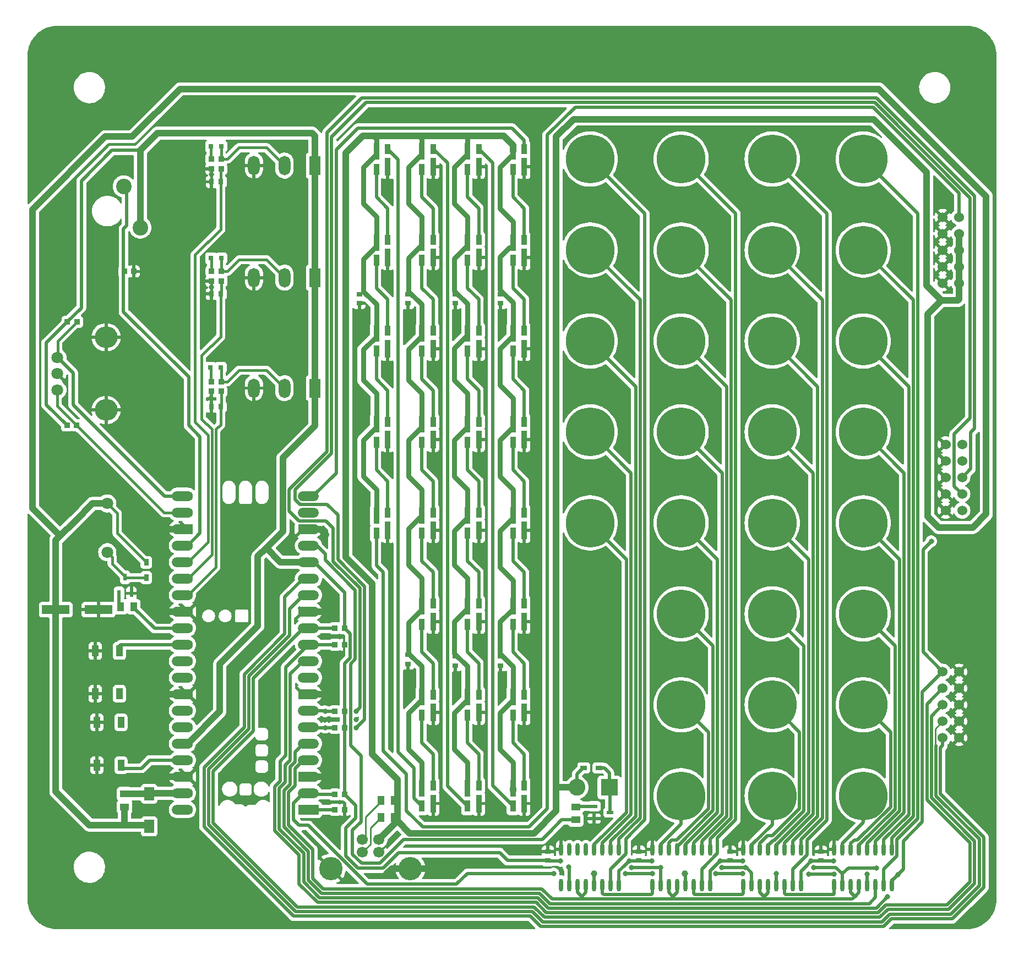
<source format=gtl>
G04 #@! TF.GenerationSoftware,KiCad,Pcbnew,7.0.7*
G04 #@! TF.CreationDate,2023-10-09T21:12:52+02:00*
G04 #@! TF.ProjectId,Kaboom_box_bottom,4b61626f-6f6d-45f6-926f-785f626f7474,rev?*
G04 #@! TF.SameCoordinates,Original*
G04 #@! TF.FileFunction,Copper,L1,Top*
G04 #@! TF.FilePolarity,Positive*
%FSLAX46Y46*%
G04 Gerber Fmt 4.6, Leading zero omitted, Abs format (unit mm)*
G04 Created by KiCad (PCBNEW 7.0.7) date 2023-10-09 21:12:52*
%MOMM*%
%LPD*%
G01*
G04 APERTURE LIST*
G04 Aperture macros list*
%AMRoundRect*
0 Rectangle with rounded corners*
0 $1 Rounding radius*
0 $2 $3 $4 $5 $6 $7 $8 $9 X,Y pos of 4 corners*
0 Add a 4 corners polygon primitive as box body*
4,1,4,$2,$3,$4,$5,$6,$7,$8,$9,$2,$3,0*
0 Add four circle primitives for the rounded corners*
1,1,$1+$1,$2,$3*
1,1,$1+$1,$4,$5*
1,1,$1+$1,$6,$7*
1,1,$1+$1,$8,$9*
0 Add four rect primitives between the rounded corners*
20,1,$1+$1,$2,$3,$4,$5,0*
20,1,$1+$1,$4,$5,$6,$7,0*
20,1,$1+$1,$6,$7,$8,$9,0*
20,1,$1+$1,$8,$9,$2,$3,0*%
%AMFreePoly0*
4,1,28,0.178017,0.779942,0.347107,0.720775,0.498792,0.625465,0.625465,0.498792,0.720775,0.347107,0.779942,0.178017,0.800000,0.000000,0.779942,-0.178017,0.720775,-0.347107,0.625465,-0.498792,0.498792,-0.625465,0.347107,-0.720775,0.178017,-0.779942,0.000000,-0.800000,-2.200000,-0.800000,-2.205014,-0.794986,-2.244504,-0.794986,-2.324698,-0.756366,-2.380194,-0.686777,-2.400000,-0.600000,
-2.400000,0.600000,-2.380194,0.686777,-2.324698,0.756366,-2.244504,0.794986,-2.205014,0.794986,-2.200000,0.800000,0.000000,0.800000,0.178017,0.779942,0.178017,0.779942,$1*%
%AMFreePoly1*
4,1,28,0.605014,0.794986,0.644504,0.794986,0.724698,0.756366,0.780194,0.686777,0.800000,0.600000,0.800000,-0.600000,0.780194,-0.686777,0.724698,-0.756366,0.644504,-0.794986,0.605014,-0.794986,0.600000,-0.800000,0.000000,-0.800000,-0.178017,-0.779942,-0.347107,-0.720775,-0.498792,-0.625465,-0.625465,-0.498792,-0.720775,-0.347107,-0.779942,-0.178017,-0.800000,0.000000,-0.779942,0.178017,
-0.720775,0.347107,-0.625465,0.498792,-0.498792,0.625465,-0.347107,0.720775,-0.178017,0.779942,0.000000,0.800000,0.600000,0.800000,0.605014,0.794986,0.605014,0.794986,$1*%
%AMFreePoly2*
4,1,29,0.605014,0.794986,0.644504,0.794986,0.724698,0.756366,0.780194,0.686777,0.800000,0.600000,0.800000,-0.600000,0.780194,-0.686777,0.724698,-0.756366,0.644504,-0.794986,0.605014,-0.794986,0.600000,-0.800000,0.000000,-0.800000,-1.600000,-0.800000,-1.778017,-0.779942,-1.947107,-0.720775,-2.098792,-0.625465,-2.225465,-0.498792,-2.320775,-0.347107,-2.379942,-0.178017,-2.400000,0.000000,
-2.379942,0.178017,-2.320775,0.347107,-2.225465,0.498792,-2.098792,0.625465,-1.947107,0.720775,-1.778017,0.779942,-1.600000,0.800000,0.600000,0.800000,0.605014,0.794986,0.605014,0.794986,$1*%
%AMFreePoly3*
4,1,28,0.178017,0.779942,0.347107,0.720775,0.498792,0.625465,0.625465,0.498792,0.720775,0.347107,0.779942,0.178017,0.800000,0.000000,0.779942,-0.178017,0.720775,-0.347107,0.625465,-0.498792,0.498792,-0.625465,0.347107,-0.720775,0.178017,-0.779942,0.000000,-0.800000,-0.600000,-0.800000,-0.605014,-0.794986,-0.644504,-0.794986,-0.724698,-0.756366,-0.780194,-0.686777,-0.800000,-0.600000,
-0.800000,0.600000,-0.780194,0.686777,-0.724698,0.756366,-0.644504,0.794986,-0.605014,0.794986,-0.600000,0.800000,0.000000,0.800000,0.178017,0.779942,0.178017,0.779942,$1*%
%AMFreePoly4*
4,1,29,1.778017,0.779942,1.947107,0.720775,2.098792,0.625465,2.225465,0.498792,2.320775,0.347107,2.379942,0.178017,2.400000,0.000000,2.379942,-0.178017,2.320775,-0.347107,2.225465,-0.498792,2.098792,-0.625465,1.947107,-0.720775,1.778017,-0.779942,1.600000,-0.800000,0.000000,-0.800000,-0.600000,-0.800000,-0.605014,-0.794986,-0.644504,-0.794986,-0.724698,-0.756366,-0.780194,-0.686777,
-0.800000,-0.600000,-0.800000,0.600000,-0.780194,0.686777,-0.724698,0.756366,-0.644504,0.794986,-0.605014,0.794986,-0.600000,0.800000,1.600000,0.800000,1.778017,0.779942,1.778017,0.779942,$1*%
G04 Aperture macros list end*
G04 #@! TA.AperFunction,SMDPad,CuDef*
%ADD10R,0.900000X0.800000*%
G04 #@! TD*
G04 #@! TA.AperFunction,ComponentPad*
%ADD11C,7.500000*%
G04 #@! TD*
G04 #@! TA.AperFunction,SMDPad,CuDef*
%ADD12R,0.900000X1.500000*%
G04 #@! TD*
G04 #@! TA.AperFunction,SMDPad,CuDef*
%ADD13R,0.900000X2.500000*%
G04 #@! TD*
G04 #@! TA.AperFunction,SMDPad,CuDef*
%ADD14R,0.900000X1.800000*%
G04 #@! TD*
G04 #@! TA.AperFunction,SMDPad,CuDef*
%ADD15R,0.900000X2.800000*%
G04 #@! TD*
G04 #@! TA.AperFunction,SMDPad,CuDef*
%ADD16R,1.000000X1.700000*%
G04 #@! TD*
G04 #@! TA.AperFunction,SMDPad,CuDef*
%ADD17R,0.600000X1.070003*%
G04 #@! TD*
G04 #@! TA.AperFunction,SMDPad,CuDef*
%ADD18R,0.806477X0.864008*%
G04 #@! TD*
G04 #@! TA.AperFunction,ComponentPad*
%ADD19C,1.524003*%
G04 #@! TD*
G04 #@! TA.AperFunction,ComponentPad*
%ADD20C,1.700000*%
G04 #@! TD*
G04 #@! TA.AperFunction,ComponentPad*
%ADD21C,3.600000*%
G04 #@! TD*
G04 #@! TA.AperFunction,SMDPad,CuDef*
%ADD22R,0.864008X0.806477*%
G04 #@! TD*
G04 #@! TA.AperFunction,SMDPad,CuDef*
%ADD23R,1.132537X1.377013*%
G04 #@! TD*
G04 #@! TA.AperFunction,ComponentPad*
%ADD24C,1.800000*%
G04 #@! TD*
G04 #@! TA.AperFunction,SMDPad,CuDef*
%ADD25R,1.377013X1.132537*%
G04 #@! TD*
G04 #@! TA.AperFunction,SMDPad,CuDef*
%ADD26R,0.800000X0.800000*%
G04 #@! TD*
G04 #@! TA.AperFunction,SMDPad,CuDef*
%ADD27R,1.070003X0.600000*%
G04 #@! TD*
G04 #@! TA.AperFunction,SMDPad,CuDef*
%ADD28O,0.602007X1.970993*%
G04 #@! TD*
G04 #@! TA.AperFunction,ComponentPad*
%ADD29RoundRect,0.200000X0.600000X0.600000X-0.600000X0.600000X-0.600000X-0.600000X0.600000X-0.600000X0*%
G04 #@! TD*
G04 #@! TA.AperFunction,SMDPad,CuDef*
%ADD30FreePoly0,180.000000*%
G04 #@! TD*
G04 #@! TA.AperFunction,ComponentPad*
%ADD31C,1.600000*%
G04 #@! TD*
G04 #@! TA.AperFunction,SMDPad,CuDef*
%ADD32RoundRect,0.800000X0.800000X0.000000X-0.800000X0.000000X-0.800000X0.000000X0.800000X0.000000X0*%
G04 #@! TD*
G04 #@! TA.AperFunction,ComponentPad*
%ADD33FreePoly1,180.000000*%
G04 #@! TD*
G04 #@! TA.AperFunction,SMDPad,CuDef*
%ADD34FreePoly2,180.000000*%
G04 #@! TD*
G04 #@! TA.AperFunction,ComponentPad*
%ADD35FreePoly3,180.000000*%
G04 #@! TD*
G04 #@! TA.AperFunction,SMDPad,CuDef*
%ADD36FreePoly4,180.000000*%
G04 #@! TD*
G04 #@! TA.AperFunction,SMDPad,CuDef*
%ADD37R,0.800000X0.900000*%
G04 #@! TD*
G04 #@! TA.AperFunction,ComponentPad*
%ADD38C,2.400000*%
G04 #@! TD*
G04 #@! TA.AperFunction,ComponentPad*
%ADD39R,1.800000X3.000000*%
G04 #@! TD*
G04 #@! TA.AperFunction,ComponentPad*
%ADD40O,1.800000X3.000000*%
G04 #@! TD*
G04 #@! TA.AperFunction,SMDPad,CuDef*
%ADD41R,1.000000X0.750013*%
G04 #@! TD*
G04 #@! TA.AperFunction,SMDPad,CuDef*
%ADD42R,0.750013X1.000000*%
G04 #@! TD*
G04 #@! TA.AperFunction,ComponentPad*
%ADD43O,3.500000X3.300000*%
G04 #@! TD*
G04 #@! TA.AperFunction,SMDPad,CuDef*
%ADD44R,1.539014X2.062510*%
G04 #@! TD*
G04 #@! TA.AperFunction,SMDPad,CuDef*
%ADD45R,4.200000X1.400000*%
G04 #@! TD*
G04 #@! TA.AperFunction,ComponentPad*
%ADD46R,2.600000X2.600000*%
G04 #@! TD*
G04 #@! TA.AperFunction,ComponentPad*
%ADD47C,2.600000*%
G04 #@! TD*
G04 #@! TA.AperFunction,ViaPad*
%ADD48C,0.800000*%
G04 #@! TD*
G04 #@! TA.AperFunction,ViaPad*
%ADD49C,1.000000*%
G04 #@! TD*
G04 #@! TA.AperFunction,Conductor*
%ADD50C,1.000000*%
G04 #@! TD*
G04 #@! TA.AperFunction,Conductor*
%ADD51C,0.500000*%
G04 #@! TD*
G04 #@! TA.AperFunction,Conductor*
%ADD52C,0.400000*%
G04 #@! TD*
G04 #@! TA.AperFunction,Conductor*
%ADD53C,0.800000*%
G04 #@! TD*
G04 #@! TA.AperFunction,Conductor*
%ADD54C,0.250000*%
G04 #@! TD*
G04 APERTURE END LIST*
D10*
G04 #@! TO.P,C111,1,1*
G04 #@! TO.N,Board_0-/Bottom/+3.3V*
X169500000Y-158950025D03*
G04 #@! TO.P,C111,2,2*
G04 #@! TO.N,Board_0-GND*
X169500000Y-157549975D03*
G04 #@! TD*
D11*
G04 #@! TO.P,J104,1,Pin_1*
G04 #@! TO.N,Board_0-Net-(J104-Pin_1)*
X204000000Y-65000000D03*
G04 #@! TD*
D12*
G04 #@! TO.P,U117,1,DI*
G04 #@! TO.N,Board_0-Net-(U116-DO)*
X144875032Y-77425070D03*
D13*
G04 #@! TO.P,U117,2,VDD*
G04 #@! TO.N,Board_0-/Bottom/VDD*
X143124968Y-77825121D03*
D14*
G04 #@! TO.P,U117,3,DO*
G04 #@! TO.N,Board_0-Net-(U117-DO)*
X143124968Y-80574930D03*
D15*
G04 #@! TO.P,U117,4,GND*
G04 #@! TO.N,Board_0-GND*
X144875032Y-80175133D03*
G04 #@! TD*
D16*
G04 #@! TO.P,U104,1,A*
G04 #@! TO.N,Board_0-Net-(U103-RUN)*
X89600190Y-126700025D03*
G04 #@! TO.P,U104,2,B*
G04 #@! TO.N,Board_0-unconnected-(U104-B-Pad2)*
X89600215Y-133299975D03*
G04 #@! TO.P,U104,3,C*
G04 #@! TO.N,Board_0-GND*
X85899783Y-126700025D03*
G04 #@! TO.P,U104,4,D*
X85899808Y-133299975D03*
G04 #@! TD*
D11*
G04 #@! TO.P,J128,1,Pin_1*
G04 #@! TO.N,Board_0-Net-(J128-Pin_1)*
X176000000Y-135000000D03*
G04 #@! TD*
G04 #@! TO.P,J103,1,Pin_1*
G04 #@! TO.N,Board_0-Net-(J103-Pin_1)*
X190000000Y-65000000D03*
G04 #@! TD*
G04 #@! TO.P,J106,1,Pin_1*
G04 #@! TO.N,Board_0-Net-(J106-Pin_1)*
X190000000Y-51000000D03*
G04 #@! TD*
D17*
G04 #@! TO.P,U106,1,G*
G04 #@! TO.N,Board_0-Net-(U106-G)*
X89550038Y-117835077D03*
G04 #@! TO.P,U106,2,S*
G04 #@! TO.N,Board_0-GND*
X91449962Y-117835077D03*
G04 #@! TO.P,U106,3,D*
G04 #@! TO.N,Board_0-Net-(D101-A)*
X90500000Y-115364923D03*
G04 #@! TD*
D12*
G04 #@! TO.P,U113,1,DI*
G04 #@! TO.N,Board_0-Net-(U112-DO)*
X151875032Y-133425070D03*
D13*
G04 #@! TO.P,U113,2,VDD*
G04 #@! TO.N,Board_0-/Bottom/VDD*
X150124968Y-133825121D03*
D14*
G04 #@! TO.P,U113,3,DO*
G04 #@! TO.N,Board_0-Net-(U113-DO)*
X150124968Y-136574930D03*
D15*
G04 #@! TO.P,U113,4,GND*
G04 #@! TO.N,Board_0-GND*
X151875032Y-136175133D03*
G04 #@! TD*
D11*
G04 #@! TO.P,J119,1,Pin_1*
G04 #@! TO.N,Board_0-Net-(J119-Pin_1)*
X176000000Y-79000000D03*
G04 #@! TD*
D12*
G04 #@! TO.P,U112,1,DI*
G04 #@! TO.N,Board_0-Net-(U111-DO)*
X151875032Y-119425070D03*
D13*
G04 #@! TO.P,U112,2,VDD*
G04 #@! TO.N,Board_0-/Bottom/VDD*
X150124968Y-119825121D03*
D14*
G04 #@! TO.P,U112,3,DO*
G04 #@! TO.N,Board_0-Net-(U112-DO)*
X150124968Y-122574930D03*
D15*
G04 #@! TO.P,U112,4,GND*
G04 #@! TO.N,Board_0-GND*
X151875032Y-122175133D03*
G04 #@! TD*
D11*
G04 #@! TO.P,J122,1,Pin_1*
G04 #@! TO.N,Board_0-Net-(J122-Pin_1)*
X162000000Y-51000000D03*
G04 #@! TD*
D18*
G04 #@! TO.P,R109,1,1*
G04 #@! TO.N,Board_0-/Bottom/+3.3V*
X124253366Y-136000000D03*
G04 #@! TO.P,R109,2,2*
G04 #@! TO.N,Board_0-/I2C_SCL_BOT*
X122746634Y-136000000D03*
G04 #@! TD*
D11*
G04 #@! TO.P,J109,1,Pin_1*
G04 #@! TO.N,Board_0-Net-(J109-Pin_1)*
X204000000Y-93000000D03*
G04 #@! TD*
D12*
G04 #@! TO.P,U129,1,DI*
G04 #@! TO.N,Board_0-Net-(U128-DO)*
X137875032Y-133425070D03*
D13*
G04 #@! TO.P,U129,2,VDD*
G04 #@! TO.N,Board_0-/Bottom/VDD*
X136124968Y-133825121D03*
D14*
G04 #@! TO.P,U129,3,DO*
G04 #@! TO.N,Board_0-Net-(U129-DO)*
X136124968Y-136574930D03*
D15*
G04 #@! TO.P,U129,4,GND*
G04 #@! TO.N,Board_0-GND*
X137875032Y-136175133D03*
G04 #@! TD*
D19*
G04 #@! TO.P,P104,1,1*
G04 #@! TO.N,Board_0-/Bottom/+3.3V*
X219220003Y-105080010D03*
G04 #@! TO.P,P104,2,2*
G04 #@! TO.N,Board_0-GND*
X216679997Y-105080010D03*
G04 #@! TO.P,P104,3,3*
G04 #@! TO.N,Board_0-/I2C1_SDA_BOT*
X219220003Y-102540005D03*
G04 #@! TO.P,P104,4,4*
G04 #@! TO.N,Board_0-GND*
X216679997Y-102540005D03*
G04 #@! TO.P,P104,5,5*
G04 #@! TO.N,Board_0-/I2C_SCL_BOT*
X219220003Y-100000000D03*
G04 #@! TO.P,P104,6,6*
G04 #@! TO.N,Board_0-GND*
X216679997Y-100000000D03*
G04 #@! TO.P,P104,7,7*
G04 #@! TO.N,Board_0-unconnected-(P104-Pad7)*
X219220003Y-97459995D03*
G04 #@! TO.P,P104,8,8*
G04 #@! TO.N,Board_0-GND*
X216679997Y-97459995D03*
G04 #@! TO.P,P104,9,9*
G04 #@! TO.N,Board_0-unconnected-(P104-Pad9)*
X219220003Y-94919990D03*
G04 #@! TO.P,P104,10,10*
G04 #@! TO.N,Board_0-GND*
X216679997Y-94919990D03*
G04 #@! TD*
D11*
G04 #@! TO.P,J107,1,Pin_1*
G04 #@! TO.N,Board_0-Net-(J107-Pin_1)*
X204000000Y-79000000D03*
G04 #@! TD*
G04 #@! TO.P,J129,1,Pin_1*
G04 #@! TO.N,Board_0-Net-(J129-Pin_1)*
X176000000Y-149000000D03*
G04 #@! TD*
D12*
G04 #@! TO.P,U124,1,DI*
G04 #@! TO.N,Board_0-Net-(U123-DO)*
X137875032Y-63425070D03*
D13*
G04 #@! TO.P,U124,2,VDD*
G04 #@! TO.N,Board_0-/Bottom/VDD*
X136124968Y-63825121D03*
D14*
G04 #@! TO.P,U124,3,DO*
G04 #@! TO.N,Board_0-Net-(U124-DO)*
X136124968Y-66574930D03*
D15*
G04 #@! TO.P,U124,4,GND*
G04 #@! TO.N,Board_0-GND*
X137875032Y-66175133D03*
G04 #@! TD*
D10*
G04 #@! TO.P,C104,1,1*
G04 #@! TO.N,Board_0-GND*
X141250000Y-128950025D03*
G04 #@! TO.P,C104,2,2*
G04 #@! TO.N,Board_0-/Bottom/VDD*
X141250000Y-127549975D03*
G04 #@! TD*
D18*
G04 #@! TO.P,R108,1,1*
G04 #@! TO.N,Board_0-/Bottom/+3.3V*
X124253366Y-138500000D03*
G04 #@! TO.P,R108,2,2*
G04 #@! TO.N,Board_0-/I2C1_SDA_BOT*
X122746634Y-138500000D03*
G04 #@! TD*
D10*
G04 #@! TO.P,C101,1,1*
G04 #@! TO.N,Board_0-GND*
X148250000Y-73200025D03*
G04 #@! TO.P,C101,2,2*
G04 #@! TO.N,Board_0-/Bottom/VDD*
X148250000Y-71799975D03*
G04 #@! TD*
G04 #@! TO.P,C103,1,1*
G04 #@! TO.N,Board_0-GND*
X141250000Y-73200025D03*
G04 #@! TO.P,C103,2,2*
G04 #@! TO.N,Board_0-/Bottom/VDD*
X141250000Y-71799975D03*
G04 #@! TD*
D20*
G04 #@! TO.P,c108,1,VCC*
G04 #@! TO.N,Board_0-/Bottom/VDD*
X129499936Y-155701143D03*
G04 #@! TO.P,c108,2,D-*
G04 #@! TO.N,Board_0-Net-(c108-D-)*
X127000064Y-155701143D03*
G04 #@! TO.P,c108,3,D+*
G04 #@! TO.N,Board_0-Net-(c108-D+)*
X127000064Y-157701143D03*
G04 #@! TO.P,c108,4,GND*
G04 #@! TO.N,Board_0-GND*
X129499936Y-157701143D03*
D21*
G04 #@! TO.P,c108,5,EH*
X122133668Y-160201016D03*
X134366332Y-160201016D03*
G04 #@! TD*
D22*
G04 #@! TO.P,R118,1,1*
G04 #@! TO.N,Board_0-Net-(LED103-A)*
X105250000Y-85246634D03*
G04 #@! TO.P,R118,2,2*
G04 #@! TO.N,Board_0-/Bottom/LVL3*
X105250000Y-86753366D03*
G04 #@! TD*
D18*
G04 #@! TO.P,R105,1,1*
G04 #@! TO.N,Board_0-/Bottom/+3.3V*
X124253366Y-148800000D03*
G04 #@! TO.P,R105,2,2*
G04 #@! TO.N,Board_0-/Bottom/SPI0_CSn*
X122746634Y-148800000D03*
G04 #@! TD*
D11*
G04 #@! TO.P,J126,1,Pin_1*
G04 #@! TO.N,Board_0-Net-(J126-Pin_1)*
X162000000Y-107000000D03*
G04 #@! TD*
G04 #@! TO.P,J116,1,Pin_1*
G04 #@! TO.N,Board_0-Net-(J116-Pin_1)*
X190000000Y-149000000D03*
G04 #@! TD*
G04 #@! TO.P,J101,1,Pin_1*
G04 #@! TO.N,Board_0-Net-(J101-Pin_1)*
X204000000Y-51000000D03*
G04 #@! TD*
D12*
G04 #@! TO.P,U121,1,DI*
G04 #@! TO.N,Board_0-Net-(U120-DO)*
X144875032Y-133425070D03*
D13*
G04 #@! TO.P,U121,2,VDD*
G04 #@! TO.N,Board_0-/Bottom/VDD*
X143124968Y-133825121D03*
D14*
G04 #@! TO.P,U121,3,DO*
G04 #@! TO.N,Board_0-Net-(U121-DO)*
X143124968Y-136574930D03*
D15*
G04 #@! TO.P,U121,4,GND*
G04 #@! TO.N,Board_0-GND*
X144875032Y-136175133D03*
G04 #@! TD*
D12*
G04 #@! TO.P,U130,1,DI*
G04 #@! TO.N,Board_0-Net-(U129-DO)*
X137875032Y-147425070D03*
D13*
G04 #@! TO.P,U130,2,VDD*
G04 #@! TO.N,Board_0-/Bottom/VDD*
X136124968Y-147825121D03*
D14*
G04 #@! TO.P,U130,3,DO*
G04 #@! TO.N,Board_0-Net-(U130-DO)*
X136124968Y-150574930D03*
D15*
G04 #@! TO.P,U130,4,GND*
G04 #@! TO.N,Board_0-GND*
X137875032Y-150175133D03*
G04 #@! TD*
D18*
G04 #@! TO.P,R111,1,1*
G04 #@! TO.N,Board_0-/Bottom/+3.3V*
X124253366Y-123200000D03*
G04 #@! TO.P,R111,2,2*
G04 #@! TO.N,Board_0-/SPI0_CSn_BOT*
X122746634Y-123200000D03*
G04 #@! TD*
D12*
G04 #@! TO.P,U125,1,DI*
G04 #@! TO.N,Board_0-Net-(U124-DO)*
X137875032Y-77425070D03*
D13*
G04 #@! TO.P,U125,2,VDD*
G04 #@! TO.N,Board_0-/Bottom/VDD*
X136124968Y-77825121D03*
D14*
G04 #@! TO.P,U125,3,DO*
G04 #@! TO.N,Board_0-Net-(U125-DO)*
X136124968Y-80574930D03*
D15*
G04 #@! TO.P,U125,4,GND*
G04 #@! TO.N,Board_0-GND*
X137875032Y-80175133D03*
G04 #@! TD*
D22*
G04 #@! TO.P,R116,1,1*
G04 #@! TO.N,Board_0-Net-(LED102-A)*
X105300000Y-68246634D03*
G04 #@! TO.P,R116,2,2*
G04 #@! TO.N,Board_0-/Bottom/LVL2*
X105300000Y-69753366D03*
G04 #@! TD*
D11*
G04 #@! TO.P,J111,1,Pin_1*
G04 #@! TO.N,Board_0-Net-(J111-Pin_1)*
X204000000Y-107000000D03*
G04 #@! TD*
D23*
G04 #@! TO.P,R102,1,1*
G04 #@! TO.N,Board_0-Net-(c108-D-)*
X129850000Y-149750000D03*
G04 #@! TO.P,R102,2,2*
G04 #@! TO.N,Board_0-/Bottom/VDD*
X131850000Y-149750000D03*
G04 #@! TD*
D24*
G04 #@! TO.P,BUZ101,1,1*
G04 #@! TO.N,Board_0-/Bottom/VDD*
X87749999Y-104000064D03*
G04 #@! TO.P,BUZ101,2,2*
G04 #@! TO.N,Board_0-Net-(D101-A)*
X87749999Y-111499936D03*
G04 #@! TD*
D11*
G04 #@! TO.P,J102,1,Pin_1*
G04 #@! TO.N,Board_0-Net-(J102-Pin_1)*
X204000000Y-149000000D03*
G04 #@! TD*
G04 #@! TO.P,J124,1,Pin_1*
G04 #@! TO.N,Board_0-Net-(J124-Pin_1)*
X162000000Y-93000000D03*
G04 #@! TD*
D25*
G04 #@! TO.P,R101,1,1*
G04 #@! TO.N,Board_0-Net-(U101-K)*
X90400000Y-148700000D03*
G04 #@! TO.P,R101,2,2*
G04 #@! TO.N,Board_0-/Bottom/VDD*
X90400000Y-150700000D03*
G04 #@! TD*
D11*
G04 #@! TO.P,J117,1,Pin_1*
G04 #@! TO.N,Board_0-Net-(J117-Pin_1)*
X176000000Y-65000000D03*
G04 #@! TD*
D26*
G04 #@! TO.P,LED102,1,K*
G04 #@! TO.N,Board_0-Net-(LED102-K)*
X103700533Y-66253429D03*
G04 #@! TO.P,LED102,2,A*
G04 #@! TO.N,Board_0-Net-(LED102-A)*
X105299467Y-66246571D03*
G04 #@! TD*
D27*
G04 #@! TO.P,U149,1,G*
G04 #@! TO.N,Board_0-Net-(U149-G)*
X162614923Y-150600038D03*
G04 #@! TO.P,U149,2,S*
G04 #@! TO.N,Board_0-GND*
X162614923Y-152499962D03*
G04 #@! TO.P,U149,3,D*
G04 #@! TO.N,Board_0-Net-(D102-A)*
X165085077Y-151550000D03*
G04 #@! TD*
D28*
G04 #@! TO.P,U139,1,Q1*
G04 #@! TO.N,Board_0-Net-(J118-Pin_1)*
X166445009Y-157264415D03*
G04 #@! TO.P,U139,2,Q2*
G04 #@! TO.N,Board_0-Net-(J121-Pin_1)*
X165175006Y-157264415D03*
G04 #@! TO.P,U139,3,Q3*
G04 #@! TO.N,Board_0-Net-(J124-Pin_1)*
X163905004Y-157264415D03*
G04 #@! TO.P,U139,4,Q4*
G04 #@! TO.N,Board_0-Net-(J126-Pin_1)*
X162635001Y-157264415D03*
G04 #@! TO.P,U139,5,Q5*
G04 #@! TO.N,Board_0-unconnected-(U139-Q5-Pad5)*
X161364999Y-157264415D03*
G04 #@! TO.P,U139,6,Q6*
G04 #@! TO.N,Board_0-unconnected-(U139-Q6-Pad6)*
X160094996Y-157264415D03*
G04 #@! TO.P,U139,7,Q7*
G04 #@! TO.N,Board_0-unconnected-(U139-Q7-Pad7)*
X158824994Y-157264415D03*
G04 #@! TO.P,U139,8,GND*
G04 #@! TO.N,Board_0-GND*
X157554991Y-157264415D03*
G04 #@! TO.P,U139,9,Q7S*
G04 #@! TO.N,Board_0-unconnected-(U139-Q7S-Pad9)*
X157554991Y-162735585D03*
G04 #@! TO.P,U139,10,MR#*
G04 #@! TO.N,Board_0-/Bottom/SPI0_RST*
X158824994Y-162735585D03*
G04 #@! TO.P,U139,11,SHCP*
G04 #@! TO.N,Board_0-/Bottom/SPI0_SCK*
X160094996Y-162735585D03*
G04 #@! TO.P,U139,12,STCP*
X161364999Y-162735585D03*
G04 #@! TO.P,U139,13,OE#*
G04 #@! TO.N,Board_0-/Bottom/SPI0_CSn*
X162635001Y-162735585D03*
G04 #@! TO.P,U139,14,DS*
G04 #@! TO.N,Board_0-/Bottom/Shift_Serial_to_Parallel/SERIAL_IN_4*
X163905004Y-162735585D03*
G04 #@! TO.P,U139,15,Q0*
G04 #@! TO.N,Board_0-Net-(J122-Pin_1)*
X165175006Y-162735585D03*
G04 #@! TO.P,U139,16,VCC*
G04 #@! TO.N,Board_0-/Bottom/+3.3V*
X166445009Y-162735585D03*
G04 #@! TD*
D29*
G04 #@! TO.P,U103,1,GPIO0*
G04 #@! TO.N,Board_0-/Bottom/SPI0_RX*
X117890000Y-151130000D03*
D30*
X117890000Y-151130000D03*
D31*
G04 #@! TO.P,U103,2,GPIO1*
G04 #@! TO.N,Board_0-/Bottom/SPI0_CSn*
X117890000Y-148590000D03*
D32*
X118690000Y-148590000D03*
D33*
G04 #@! TO.P,U103,3,GND*
G04 #@! TO.N,Board_0-GND*
X117890000Y-146050000D03*
D34*
X117890000Y-146050000D03*
D31*
G04 #@! TO.P,U103,4,GPIO2*
G04 #@! TO.N,Board_0-/Bottom/SPI0_SCK*
X117890000Y-143510000D03*
D32*
X118690000Y-143510000D03*
D31*
G04 #@! TO.P,U103,5,GPIO3*
G04 #@! TO.N,Board_0-/Bottom/SPI0_TX*
X117890000Y-140970000D03*
D32*
X118690000Y-140970000D03*
D31*
G04 #@! TO.P,U103,6,GPIO4*
G04 #@! TO.N,Board_0-/I2C1_SDA_BOT*
X117890000Y-138430000D03*
D32*
X118690000Y-138430000D03*
D31*
G04 #@! TO.P,U103,7,GPIO5*
G04 #@! TO.N,Board_0-/I2C_SCL_BOT*
X117890000Y-135890000D03*
D32*
X118690000Y-135890000D03*
D33*
G04 #@! TO.P,U103,8,GND*
G04 #@! TO.N,Board_0-GND*
X117890000Y-133350000D03*
D34*
X117890000Y-133350000D03*
D31*
G04 #@! TO.P,U103,9,GPIO6*
G04 #@! TO.N,Board_0-unconnected-(U103-GPIO6-Pad9)*
X117890000Y-130810000D03*
D32*
X118690000Y-130810000D03*
D31*
G04 #@! TO.P,U103,10,GPIO7*
G04 #@! TO.N,Board_0-/Bottom/SPI0_RST*
X117890000Y-128270000D03*
D32*
X118690000Y-128270000D03*
D31*
G04 #@! TO.P,U103,11,GPIO8*
G04 #@! TO.N,Board_0-/SPI0_RX_BOT*
X117890000Y-125730000D03*
D32*
X118690000Y-125730000D03*
D31*
G04 #@! TO.P,U103,12,GPIO9*
G04 #@! TO.N,Board_0-/SPI0_CSn_BOT*
X117890000Y-123190000D03*
D32*
X118690000Y-123190000D03*
D33*
G04 #@! TO.P,U103,13,GND*
G04 #@! TO.N,Board_0-GND*
X117890000Y-120650000D03*
D34*
X117890000Y-120650000D03*
D31*
G04 #@! TO.P,U103,14,GPIO10*
G04 #@! TO.N,Board_0-/SPI0_SCK_BOT*
X117890000Y-118110000D03*
D32*
X118690000Y-118110000D03*
D31*
G04 #@! TO.P,U103,15,GPIO11*
G04 #@! TO.N,Board_0-/SPI0_TX_BOT*
X117890000Y-115570000D03*
D32*
X118690000Y-115570000D03*
D31*
G04 #@! TO.P,U103,16,GPIO12*
G04 #@! TO.N,Board_0-/Bottom/+3.3V*
X117890000Y-113030000D03*
D32*
X118690000Y-113030000D03*
D31*
G04 #@! TO.P,U103,17,GPIO13*
G04 #@! TO.N,Board_0-/Bottom/RUMBLE*
X117890000Y-110490000D03*
D32*
X118690000Y-110490000D03*
D33*
G04 #@! TO.P,U103,18,GND*
G04 #@! TO.N,Board_0-GND*
X117890000Y-107950000D03*
D34*
X117890000Y-107950000D03*
D31*
G04 #@! TO.P,U103,19,GPIO14*
G04 #@! TO.N,Board_0-unconnected-(U103-GPIO14-Pad19)*
X117890000Y-105410000D03*
D32*
X118690000Y-105410000D03*
D31*
G04 #@! TO.P,U103,20,GPIO15*
G04 #@! TO.N,Board_0-/Bottom/LED_DATA_IN*
X117890000Y-102870000D03*
D32*
X118690000Y-102870000D03*
D31*
G04 #@! TO.P,U103,21,GPIO16*
G04 #@! TO.N,Board_0-/Bottom/DT*
X100110000Y-102870000D03*
D32*
X99310000Y-102870000D03*
D31*
G04 #@! TO.P,U103,22,GPIO17*
G04 #@! TO.N,Board_0-/Bottom/CLK*
X100110000Y-105410000D03*
D32*
X99310000Y-105410000D03*
D35*
G04 #@! TO.P,U103,23,GND*
G04 #@! TO.N,Board_0-GND*
X100110000Y-107950000D03*
D36*
X100110000Y-107950000D03*
D31*
G04 #@! TO.P,U103,24,GPIO18*
G04 #@! TO.N,Board_0-/Bottom/START*
X100110000Y-110490000D03*
D32*
X99310000Y-110490000D03*
D31*
G04 #@! TO.P,U103,25,GPIO19*
G04 #@! TO.N,Board_0-/Bottom/LVL1*
X100110000Y-113030000D03*
D32*
X99310000Y-113030000D03*
D31*
G04 #@! TO.P,U103,26,GPIO20*
G04 #@! TO.N,Board_0-/Bottom/LVL2*
X100110000Y-115570000D03*
D32*
X99310000Y-115570000D03*
D31*
G04 #@! TO.P,U103,27,GPIO21*
G04 #@! TO.N,Board_0-/Bottom/LVL3*
X100110000Y-118110000D03*
D32*
X99310000Y-118110000D03*
D35*
G04 #@! TO.P,U103,28,GND*
G04 #@! TO.N,Board_0-GND*
X100110000Y-120650000D03*
D36*
X100110000Y-120650000D03*
D31*
G04 #@! TO.P,U103,29,GPIO22*
G04 #@! TO.N,Board_0-/Bottom/BUZZER*
X100110000Y-123190000D03*
D32*
X99310000Y-123190000D03*
D31*
G04 #@! TO.P,U103,30,RUN*
G04 #@! TO.N,Board_0-Net-(U103-RUN)*
X100110000Y-125730000D03*
D32*
X99310000Y-125730000D03*
D31*
G04 #@! TO.P,U103,31,GPIO26_ADC0*
G04 #@! TO.N,Board_0-unconnected-(U103-GPIO26_ADC0-Pad31)*
X100110000Y-128270000D03*
D32*
X99310000Y-128270000D03*
D31*
G04 #@! TO.P,U103,32,GPIO27_ADC1*
G04 #@! TO.N,Board_0-unconnected-(U103-GPIO27_ADC1-Pad32)*
X100110000Y-130810000D03*
D32*
X99310000Y-130810000D03*
D35*
G04 #@! TO.P,U103,33,AGND*
G04 #@! TO.N,Board_0-GND*
X100110000Y-133350000D03*
D36*
X100110000Y-133350000D03*
D31*
G04 #@! TO.P,U103,34,GPIO28_ADC2*
G04 #@! TO.N,Board_0-unconnected-(U103-GPIO28_ADC2-Pad34)*
X100110000Y-135890000D03*
D32*
X99310000Y-135890000D03*
D31*
G04 #@! TO.P,U103,35,ADC_VREF*
G04 #@! TO.N,Board_0-unconnected-(U103-ADC_VREF-Pad35)*
X100110000Y-138430000D03*
D32*
X99310000Y-138430000D03*
D31*
G04 #@! TO.P,U103,36,3V3*
G04 #@! TO.N,Board_0-/Bottom/+3.3V*
X100110000Y-140970000D03*
D32*
X99310000Y-140970000D03*
D31*
G04 #@! TO.P,U103,37,3V3_EN*
G04 #@! TO.N,Board_0-Net-(U103-3V3_EN)*
X100110000Y-143510000D03*
D32*
X99310000Y-143510000D03*
D35*
G04 #@! TO.P,U103,38,GND*
G04 #@! TO.N,Board_0-GND*
X100110000Y-146050000D03*
D36*
X100110000Y-146050000D03*
D31*
G04 #@! TO.P,U103,39,VSYS*
G04 #@! TO.N,Board_0-Net-(U101-K)*
X100110000Y-148590000D03*
D32*
X99310000Y-148590000D03*
D31*
G04 #@! TO.P,U103,40,VBUS*
G04 #@! TO.N,Board_0-unconnected-(U103-VBUS-Pad40)*
X100110000Y-151130000D03*
D32*
X99310000Y-151130000D03*
G04 #@! TD*
D18*
G04 #@! TO.P,R107,1,1*
G04 #@! TO.N,Board_0-/Bottom/CLK*
X83053366Y-92000000D03*
G04 #@! TO.P,R107,2,2*
G04 #@! TO.N,Board_0-/Bottom/+3.3V*
X81546634Y-92000000D03*
G04 #@! TD*
D12*
G04 #@! TO.P,U135,1,DI*
G04 #@! TO.N,Board_0-Net-(U134-DO)*
X130875032Y-105425070D03*
D13*
G04 #@! TO.P,U135,2,VDD*
G04 #@! TO.N,Board_0-/Bottom/VDD*
X129124968Y-105825121D03*
D14*
G04 #@! TO.P,U135,3,DO*
G04 #@! TO.N,Board_0-/Bottom/LED_DATA_OUT*
X129124968Y-108574930D03*
D15*
G04 #@! TO.P,U135,4,GND*
G04 #@! TO.N,Board_0-GND*
X130875032Y-108175133D03*
G04 #@! TD*
D37*
G04 #@! TO.P,C115,1,1*
G04 #@! TO.N,Board_0-GND*
X103799975Y-89100000D03*
G04 #@! TO.P,C115,2,2*
G04 #@! TO.N,Board_0-/Bottom/LVL3*
X105200025Y-89100000D03*
G04 #@! TD*
D22*
G04 #@! TO.P,R114,1,1*
G04 #@! TO.N,Board_0-Net-(LED101-A)*
X105250000Y-50996634D03*
G04 #@! TO.P,R114,2,2*
G04 #@! TO.N,Board_0-/Bottom/LVL1*
X105250000Y-52503366D03*
G04 #@! TD*
D11*
G04 #@! TO.P,J112,1,Pin_1*
G04 #@! TO.N,Board_0-Net-(J112-Pin_1)*
X190000000Y-121000000D03*
G04 #@! TD*
D19*
G04 #@! TO.P,P106,1,1*
G04 #@! TO.N,Board_0-GND*
X218770003Y-140080010D03*
G04 #@! TO.P,P106,2,2*
G04 #@! TO.N,Board_0-/SPI0_TX_BOT*
X216229997Y-140080010D03*
G04 #@! TO.P,P106,3,3*
G04 #@! TO.N,Board_0-GND*
X218770003Y-137540005D03*
G04 #@! TO.P,P106,4,4*
G04 #@! TO.N,Board_0-/SPI0_SCK_BOT*
X216229997Y-137540005D03*
G04 #@! TO.P,P106,5,5*
G04 #@! TO.N,Board_0-GND*
X218770003Y-135000000D03*
G04 #@! TO.P,P106,6,6*
G04 #@! TO.N,Board_0-/SPI0_CSn_BOT*
X216229997Y-135000000D03*
G04 #@! TO.P,P106,7,7*
G04 #@! TO.N,Board_0-GND*
X218770003Y-132459995D03*
G04 #@! TO.P,P106,8,8*
G04 #@! TO.N,Board_0-/SPI0_RX_BOT*
X216229997Y-132459995D03*
G04 #@! TO.P,P106,9,9*
G04 #@! TO.N,Board_0-GND*
X218770003Y-129919990D03*
G04 #@! TO.P,P106,10,10*
G04 #@! TO.N,Board_0-/Bottom/+3.3V*
X216229997Y-129919990D03*
G04 #@! TD*
D12*
G04 #@! TO.P,U114,1,DI*
G04 #@! TO.N,Board_0-Net-(U113-DO)*
X151875032Y-147425070D03*
D13*
G04 #@! TO.P,U114,2,VDD*
G04 #@! TO.N,Board_0-/Bottom/VDD*
X150124968Y-147825121D03*
D14*
G04 #@! TO.P,U114,3,DO*
G04 #@! TO.N,Board_0-Net-(U114-DO)*
X150124968Y-150574930D03*
D15*
G04 #@! TO.P,U114,4,GND*
G04 #@! TO.N,Board_0-GND*
X151875032Y-150175133D03*
G04 #@! TD*
D11*
G04 #@! TO.P,J123,1,Pin_1*
G04 #@! TO.N,Board_0-Net-(J123-Pin_1)*
X176000000Y-93000000D03*
G04 #@! TD*
D26*
G04 #@! TO.P,LED101,1,K*
G04 #@! TO.N,Board_0-Net-(LED101-K)*
X103700533Y-49049467D03*
G04 #@! TO.P,LED101,2,A*
G04 #@! TO.N,Board_0-Net-(LED101-A)*
X105299467Y-49042609D03*
G04 #@! TD*
D12*
G04 #@! TO.P,U132,1,DI*
G04 #@! TO.N,Board_0-Net-(U131-DO)*
X130875032Y-63425070D03*
D13*
G04 #@! TO.P,U132,2,VDD*
G04 #@! TO.N,Board_0-/Bottom/VDD*
X129124968Y-63825121D03*
D14*
G04 #@! TO.P,U132,3,DO*
G04 #@! TO.N,Board_0-Net-(U132-DO)*
X129124968Y-66574930D03*
D15*
G04 #@! TO.P,U132,4,GND*
G04 #@! TO.N,Board_0-GND*
X130875032Y-66175133D03*
G04 #@! TD*
D10*
G04 #@! TO.P,C106,1,1*
G04 #@! TO.N,Board_0-GND*
X134000000Y-128700025D03*
G04 #@! TO.P,C106,2,2*
G04 #@! TO.N,Board_0-/Bottom/VDD*
X134000000Y-127299975D03*
G04 #@! TD*
D25*
G04 #@! TO.P,R120,1,1*
G04 #@! TO.N,Board_0-Net-(U149-G)*
X159800000Y-150700000D03*
G04 #@! TO.P,R120,2,2*
G04 #@! TO.N,Board_0-/Bottom/RUMBLE*
X159800000Y-152700000D03*
G04 #@! TD*
D12*
G04 #@! TO.P,U128,1,DI*
G04 #@! TO.N,Board_0-Net-(U127-DO)*
X137875032Y-119425070D03*
D13*
G04 #@! TO.P,U128,2,VDD*
G04 #@! TO.N,Board_0-/Bottom/VDD*
X136124968Y-119825121D03*
D14*
G04 #@! TO.P,U128,3,DO*
G04 #@! TO.N,Board_0-Net-(U128-DO)*
X136124968Y-122574930D03*
D15*
G04 #@! TO.P,U128,4,GND*
G04 #@! TO.N,Board_0-GND*
X137875032Y-122175133D03*
G04 #@! TD*
D10*
G04 #@! TO.P,C107,1,1*
G04 #@! TO.N,Board_0-GND*
X126500000Y-73200025D03*
G04 #@! TO.P,C107,2,2*
G04 #@! TO.N,Board_0-/Bottom/VDD*
X126500000Y-71799975D03*
G04 #@! TD*
D11*
G04 #@! TO.P,J114,1,Pin_1*
G04 #@! TO.N,Board_0-Net-(J114-Pin_1)*
X190000000Y-135000000D03*
G04 #@! TD*
G04 #@! TO.P,J105,1,Pin_1*
G04 #@! TO.N,Board_0-Net-(J105-Pin_1)*
X190000000Y-79000000D03*
G04 #@! TD*
D12*
G04 #@! TO.P,U131,1,DI*
G04 #@! TO.N,Board_0-Net-(U130-DO)*
X130875032Y-49425070D03*
D13*
G04 #@! TO.P,U131,2,VDD*
G04 #@! TO.N,Board_0-/Bottom/VDD*
X129124968Y-49825121D03*
D14*
G04 #@! TO.P,U131,3,DO*
G04 #@! TO.N,Board_0-Net-(U131-DO)*
X129124968Y-52574930D03*
D15*
G04 #@! TO.P,U131,4,GND*
G04 #@! TO.N,Board_0-GND*
X130875032Y-52175133D03*
G04 #@! TD*
D19*
G04 #@! TO.P,P102,1,1*
G04 #@! TO.N,Board_0-/Bottom/VDD*
X218770003Y-70080010D03*
G04 #@! TO.P,P102,2,2*
G04 #@! TO.N,Board_0-GND*
X216229997Y-70080010D03*
G04 #@! TO.P,P102,3,3*
G04 #@! TO.N,Board_0-/Bottom/VDD*
X218770003Y-67540005D03*
G04 #@! TO.P,P102,4,4*
G04 #@! TO.N,Board_0-GND*
X216229997Y-67540005D03*
G04 #@! TO.P,P102,5,5*
G04 #@! TO.N,Board_0-/Bottom/VDD*
X218770003Y-65000000D03*
G04 #@! TO.P,P102,6,6*
G04 #@! TO.N,Board_0-GND*
X216229997Y-65000000D03*
G04 #@! TO.P,P102,7,7*
G04 #@! TO.N,Board_0-/Bottom/VDD*
X218770003Y-62459995D03*
G04 #@! TO.P,P102,8,8*
G04 #@! TO.N,Board_0-GND*
X216229997Y-62459995D03*
G04 #@! TO.P,P102,9,9*
G04 #@! TO.N,Board_0-/Bottom/LED_DATA_OUT*
X218770003Y-59919990D03*
G04 #@! TO.P,P102,10,10*
G04 #@! TO.N,Board_0-GND*
X216229997Y-59919990D03*
G04 #@! TD*
D10*
G04 #@! TO.P,C109,1,1*
G04 #@! TO.N,Board_0-/Bottom/+3.3V*
X197500000Y-158950025D03*
G04 #@! TO.P,C109,2,2*
G04 #@! TO.N,Board_0-GND*
X197500000Y-157549975D03*
G04 #@! TD*
D18*
G04 #@! TO.P,R104,1,1*
G04 #@! TO.N,Board_0-GND*
X124253366Y-151150000D03*
G04 #@! TO.P,R104,2,2*
G04 #@! TO.N,Board_0-/Bottom/SPI0_RX*
X122746634Y-151150000D03*
G04 #@! TD*
D11*
G04 #@! TO.P,J118,1,Pin_1*
G04 #@! TO.N,Board_0-Net-(J118-Pin_1)*
X162000000Y-65000000D03*
G04 #@! TD*
D37*
G04 #@! TO.P,C114,1,1*
G04 #@! TO.N,Board_0-GND*
X103799975Y-71750000D03*
G04 #@! TO.P,C114,2,2*
G04 #@! TO.N,Board_0-/Bottom/LVL2*
X105200025Y-71750000D03*
G04 #@! TD*
D11*
G04 #@! TO.P,J120,1,Pin_1*
G04 #@! TO.N,Board_0-Net-(J120-Pin_1)*
X176000000Y-51000000D03*
G04 #@! TD*
G04 #@! TO.P,J115,1,Pin_1*
G04 #@! TO.N,Board_0-Net-(J115-Pin_1)*
X204000000Y-135000000D03*
G04 #@! TD*
D38*
G04 #@! TO.P,KEY101,1,1*
G04 #@! TO.N,Board_0-/Bottom/START*
X90290004Y-55189993D03*
G04 #@! TO.P,KEY101,2,2*
G04 #@! TO.N,Board_0-/Bottom/+3.3V*
X92830010Y-61540005D03*
G04 #@! TD*
D28*
G04 #@! TO.P,U136,1,Q1*
G04 #@! TO.N,Board_0-Net-(J104-Pin_1)*
X208445009Y-157264415D03*
G04 #@! TO.P,U136,2,Q2*
G04 #@! TO.N,Board_0-Net-(J107-Pin_1)*
X207175006Y-157264415D03*
G04 #@! TO.P,U136,3,Q3*
G04 #@! TO.N,Board_0-Net-(J109-Pin_1)*
X205905004Y-157264415D03*
G04 #@! TO.P,U136,4,Q4*
G04 #@! TO.N,Board_0-Net-(J111-Pin_1)*
X204635001Y-157264415D03*
G04 #@! TO.P,U136,5,Q5*
G04 #@! TO.N,Board_0-Net-(J113-Pin_1)*
X203364999Y-157264415D03*
G04 #@! TO.P,U136,6,Q6*
G04 #@! TO.N,Board_0-Net-(J115-Pin_1)*
X202094996Y-157264415D03*
G04 #@! TO.P,U136,7,Q7*
G04 #@! TO.N,Board_0-Net-(J102-Pin_1)*
X200824994Y-157264415D03*
G04 #@! TO.P,U136,8,GND*
G04 #@! TO.N,Board_0-GND*
X199554991Y-157264415D03*
G04 #@! TO.P,U136,9,Q7S*
G04 #@! TO.N,Board_0-/Bottom/Shift_Serial_to_Parallel/SERIAL_IN_2*
X199554991Y-162735585D03*
G04 #@! TO.P,U136,10,MR#*
G04 #@! TO.N,Board_0-/Bottom/SPI0_RST*
X200824994Y-162735585D03*
G04 #@! TO.P,U136,11,SHCP*
G04 #@! TO.N,Board_0-/Bottom/SPI0_SCK*
X202094996Y-162735585D03*
G04 #@! TO.P,U136,12,STCP*
X203364999Y-162735585D03*
G04 #@! TO.P,U136,13,OE#*
G04 #@! TO.N,Board_0-/Bottom/SPI0_CSn*
X204635001Y-162735585D03*
G04 #@! TO.P,U136,14,DS*
G04 #@! TO.N,Board_0-/Bottom/SPI0_TX*
X205905004Y-162735585D03*
G04 #@! TO.P,U136,15,Q0*
G04 #@! TO.N,Board_0-Net-(J101-Pin_1)*
X207175006Y-162735585D03*
G04 #@! TO.P,U136,16,VCC*
G04 #@! TO.N,Board_0-/Bottom/+3.3V*
X208445009Y-162735585D03*
G04 #@! TD*
D12*
G04 #@! TO.P,U133,1,DI*
G04 #@! TO.N,Board_0-Net-(U132-DO)*
X130875032Y-77425070D03*
D13*
G04 #@! TO.P,U133,2,VDD*
G04 #@! TO.N,Board_0-/Bottom/VDD*
X129124968Y-77825121D03*
D14*
G04 #@! TO.P,U133,3,DO*
G04 #@! TO.N,Board_0-Net-(U133-DO)*
X129124968Y-80574930D03*
D15*
G04 #@! TO.P,U133,4,GND*
G04 #@! TO.N,Board_0-GND*
X130875032Y-80175133D03*
G04 #@! TD*
D22*
G04 #@! TO.P,R119,1,1*
G04 #@! TO.N,Board_0-GND*
X103750000Y-86753366D03*
G04 #@! TO.P,R119,2,2*
G04 #@! TO.N,Board_0-Net-(LED103-K)*
X103750000Y-85246634D03*
G04 #@! TD*
D28*
G04 #@! TO.P,U137,1,Q1*
G04 #@! TO.N,Board_0-Net-(J103-Pin_1)*
X194445009Y-157264415D03*
G04 #@! TO.P,U137,2,Q2*
G04 #@! TO.N,Board_0-Net-(J105-Pin_1)*
X193175006Y-157264415D03*
G04 #@! TO.P,U137,3,Q3*
G04 #@! TO.N,Board_0-Net-(J108-Pin_1)*
X191905004Y-157264415D03*
G04 #@! TO.P,U137,4,Q4*
G04 #@! TO.N,Board_0-Net-(J110-Pin_1)*
X190635001Y-157264415D03*
G04 #@! TO.P,U137,5,Q5*
G04 #@! TO.N,Board_0-Net-(J112-Pin_1)*
X189364999Y-157264415D03*
G04 #@! TO.P,U137,6,Q6*
G04 #@! TO.N,Board_0-Net-(J114-Pin_1)*
X188094996Y-157264415D03*
G04 #@! TO.P,U137,7,Q7*
G04 #@! TO.N,Board_0-Net-(J116-Pin_1)*
X186824994Y-157264415D03*
G04 #@! TO.P,U137,8,GND*
G04 #@! TO.N,Board_0-GND*
X185554991Y-157264415D03*
G04 #@! TO.P,U137,9,Q7S*
G04 #@! TO.N,Board_0-/Bottom/Shift_Serial_to_Parallel/SERIAL_IN_3*
X185554991Y-162735585D03*
G04 #@! TO.P,U137,10,MR#*
G04 #@! TO.N,Board_0-/Bottom/SPI0_RST*
X186824994Y-162735585D03*
G04 #@! TO.P,U137,11,SHCP*
G04 #@! TO.N,Board_0-/Bottom/SPI0_SCK*
X188094996Y-162735585D03*
G04 #@! TO.P,U137,12,STCP*
X189364999Y-162735585D03*
G04 #@! TO.P,U137,13,OE#*
G04 #@! TO.N,Board_0-/Bottom/SPI0_CSn*
X190635001Y-162735585D03*
G04 #@! TO.P,U137,14,DS*
G04 #@! TO.N,Board_0-/Bottom/Shift_Serial_to_Parallel/SERIAL_IN_2*
X191905004Y-162735585D03*
G04 #@! TO.P,U137,15,Q0*
G04 #@! TO.N,Board_0-Net-(J106-Pin_1)*
X193175006Y-162735585D03*
G04 #@! TO.P,U137,16,VCC*
G04 #@! TO.N,Board_0-/Bottom/+3.3V*
X194445009Y-162735585D03*
G04 #@! TD*
D39*
G04 #@! TO.P,U141,1,1*
G04 #@! TO.N,Board_0-/Bottom/+3.3V*
X119700025Y-69250000D03*
D40*
G04 #@! TO.P,U141,2,2*
G04 #@! TO.N,Board_0-Net-(LED102-A)*
X115000000Y-69250000D03*
G04 #@! TO.P,U141,3,3*
G04 #@! TO.N,Board_0-GND*
X110299975Y-69250000D03*
G04 #@! TD*
D12*
G04 #@! TO.P,U108,1,DI*
G04 #@! TO.N,Board_0-Net-(U107-DO)*
X151875032Y-63425070D03*
D13*
G04 #@! TO.P,U108,2,VDD*
G04 #@! TO.N,Board_0-/Bottom/VDD*
X150124968Y-63825121D03*
D14*
G04 #@! TO.P,U108,3,DO*
G04 #@! TO.N,Board_0-Net-(U108-DO)*
X150124968Y-66574930D03*
D15*
G04 #@! TO.P,U108,4,GND*
G04 #@! TO.N,Board_0-GND*
X151875032Y-66175133D03*
G04 #@! TD*
D12*
G04 #@! TO.P,U126,1,DI*
G04 #@! TO.N,Board_0-Net-(U125-DO)*
X137875032Y-91425070D03*
D13*
G04 #@! TO.P,U126,2,VDD*
G04 #@! TO.N,Board_0-/Bottom/VDD*
X136124968Y-91825121D03*
D14*
G04 #@! TO.P,U126,3,DO*
G04 #@! TO.N,Board_0-Net-(U126-DO)*
X136124968Y-94574930D03*
D15*
G04 #@! TO.P,U126,4,GND*
G04 #@! TO.N,Board_0-GND*
X137875032Y-94175133D03*
G04 #@! TD*
D12*
G04 #@! TO.P,U111,1,DI*
G04 #@! TO.N,Board_0-Net-(U110-DO)*
X151875032Y-105425070D03*
D13*
G04 #@! TO.P,U111,2,VDD*
G04 #@! TO.N,Board_0-/Bottom/VDD*
X150124968Y-105825121D03*
D14*
G04 #@! TO.P,U111,3,DO*
G04 #@! TO.N,Board_0-Net-(U111-DO)*
X150124968Y-108574930D03*
D15*
G04 #@! TO.P,U111,4,GND*
G04 #@! TO.N,Board_0-GND*
X151875032Y-108175133D03*
G04 #@! TD*
D10*
G04 #@! TO.P,C105,1,1*
G04 #@! TO.N,Board_0-GND*
X134000000Y-73200025D03*
G04 #@! TO.P,C105,2,2*
G04 #@! TO.N,Board_0-/Bottom/VDD*
X134000000Y-71799975D03*
G04 #@! TD*
D11*
G04 #@! TO.P,J108,1,Pin_1*
G04 #@! TO.N,Board_0-Net-(J108-Pin_1)*
X190000000Y-93000000D03*
G04 #@! TD*
D12*
G04 #@! TO.P,U116,1,DI*
G04 #@! TO.N,Board_0-Net-(U115-DO)*
X144875032Y-63425070D03*
D13*
G04 #@! TO.P,U116,2,VDD*
G04 #@! TO.N,Board_0-/Bottom/VDD*
X143124968Y-63825121D03*
D14*
G04 #@! TO.P,U116,3,DO*
G04 #@! TO.N,Board_0-Net-(U116-DO)*
X143124968Y-66574930D03*
D15*
G04 #@! TO.P,U116,4,GND*
G04 #@! TO.N,Board_0-GND*
X144875032Y-66175133D03*
G04 #@! TD*
D12*
G04 #@! TO.P,U123,1,DI*
G04 #@! TO.N,Board_0-Net-(U122-DO)*
X137875032Y-49425070D03*
D13*
G04 #@! TO.P,U123,2,VDD*
G04 #@! TO.N,Board_0-/Bottom/VDD*
X136124968Y-49825121D03*
D14*
G04 #@! TO.P,U123,3,DO*
G04 #@! TO.N,Board_0-Net-(U123-DO)*
X136124968Y-52574930D03*
D15*
G04 #@! TO.P,U123,4,GND*
G04 #@! TO.N,Board_0-GND*
X137875032Y-52175133D03*
G04 #@! TD*
D26*
G04 #@! TO.P,LED103,1,K*
G04 #@! TO.N,Board_0-Net-(LED103-K)*
X103600533Y-83103429D03*
G04 #@! TO.P,LED103,2,A*
G04 #@! TO.N,Board_0-Net-(LED103-A)*
X105199467Y-83096571D03*
G04 #@! TD*
D11*
G04 #@! TO.P,J110,1,Pin_1*
G04 #@! TO.N,Board_0-Net-(J110-Pin_1)*
X190000000Y-107000000D03*
G04 #@! TD*
D16*
G04 #@! TO.P,U105,1,A*
G04 #@! TO.N,Board_0-unconnected-(U105-A-Pad1)*
X89850191Y-137700025D03*
G04 #@! TO.P,U105,2,B*
G04 #@! TO.N,Board_0-Net-(U103-3V3_EN)*
X89850216Y-144299975D03*
G04 #@! TO.P,U105,3,C*
G04 #@! TO.N,Board_0-GND*
X86149784Y-137700025D03*
G04 #@! TO.P,U105,4,D*
X86149809Y-144299975D03*
G04 #@! TD*
D39*
G04 #@! TO.P,U142,1,1*
G04 #@! TO.N,Board_0-/Bottom/+3.3V*
X119700025Y-86253366D03*
D40*
G04 #@! TO.P,U142,2,2*
G04 #@! TO.N,Board_0-Net-(LED103-A)*
X115000000Y-86253366D03*
G04 #@! TO.P,U142,3,3*
G04 #@! TO.N,Board_0-GND*
X110299975Y-86253366D03*
G04 #@! TD*
D18*
G04 #@! TO.P,R110,1,1*
G04 #@! TO.N,Board_0-GND*
X124253366Y-125737354D03*
G04 #@! TO.P,R110,2,2*
G04 #@! TO.N,Board_0-/SPI0_RX_BOT*
X122746634Y-125737354D03*
G04 #@! TD*
D10*
G04 #@! TO.P,C110,1,1*
G04 #@! TO.N,Board_0-/Bottom/+3.3V*
X183500000Y-158950025D03*
G04 #@! TO.P,C110,2,2*
G04 #@! TO.N,Board_0-GND*
X183500000Y-157549975D03*
G04 #@! TD*
D12*
G04 #@! TO.P,U115,1,DI*
G04 #@! TO.N,Board_0-Net-(U114-DO)*
X144875032Y-49425070D03*
D13*
G04 #@! TO.P,U115,2,VDD*
G04 #@! TO.N,Board_0-/Bottom/VDD*
X143124968Y-49825121D03*
D14*
G04 #@! TO.P,U115,3,DO*
G04 #@! TO.N,Board_0-Net-(U115-DO)*
X143124968Y-52574930D03*
D15*
G04 #@! TO.P,U115,4,GND*
G04 #@! TO.N,Board_0-GND*
X144875032Y-52175133D03*
G04 #@! TD*
D41*
G04 #@! TO.P,D102,1,K*
G04 #@! TO.N,Board_0-/Bottom/VDD*
X161027407Y-144700000D03*
G04 #@! TO.P,D102,2,A*
G04 #@! TO.N,Board_0-Net-(D102-A)*
X163372593Y-144700000D03*
G04 #@! TD*
D22*
G04 #@! TO.P,R117,1,1*
G04 #@! TO.N,Board_0-GND*
X103800000Y-69753366D03*
G04 #@! TO.P,R117,2,2*
G04 #@! TO.N,Board_0-Net-(LED102-K)*
X103800000Y-68246634D03*
G04 #@! TD*
D18*
G04 #@! TO.P,R112,1,1*
G04 #@! TO.N,Board_0-GND*
X91853366Y-68300000D03*
G04 #@! TO.P,R112,2,2*
G04 #@! TO.N,Board_0-/Bottom/START*
X90346634Y-68300000D03*
G04 #@! TD*
D42*
G04 #@! TO.P,D101,1,K*
G04 #@! TO.N,Board_0-/Bottom/VDD*
X93749999Y-113077407D03*
G04 #@! TO.P,D101,2,A*
G04 #@! TO.N,Board_0-Net-(D101-A)*
X93749999Y-115422593D03*
G04 #@! TD*
D10*
G04 #@! TO.P,C112,1,1*
G04 #@! TO.N,Board_0-/Bottom/+3.3V*
X155500000Y-158950025D03*
G04 #@! TO.P,C112,2,2*
G04 #@! TO.N,Board_0-GND*
X155500000Y-157549975D03*
G04 #@! TD*
D39*
G04 #@! TO.P,U140,1,1*
G04 #@! TO.N,Board_0-/Bottom/+3.3V*
X119700025Y-52000000D03*
D40*
G04 #@! TO.P,U140,2,2*
G04 #@! TO.N,Board_0-Net-(LED101-A)*
X115000000Y-52000000D03*
G04 #@! TO.P,U140,3,3*
G04 #@! TO.N,Board_0-GND*
X110299975Y-52000000D03*
G04 #@! TD*
D23*
G04 #@! TO.P,R113,1,1*
G04 #@! TO.N,Board_0-Net-(U106-G)*
X89800000Y-119900000D03*
G04 #@! TO.P,R113,2,2*
G04 #@! TO.N,Board_0-/Bottom/BUZZER*
X91800000Y-119900000D03*
G04 #@! TD*
D12*
G04 #@! TO.P,U107,1,DI*
G04 #@! TO.N,Board_0-/Bottom/LED_DATA_IN*
X151875032Y-49425070D03*
D13*
G04 #@! TO.P,U107,2,VDD*
G04 #@! TO.N,Board_0-/Bottom/VDD*
X150124968Y-49825121D03*
D14*
G04 #@! TO.P,U107,3,DO*
G04 #@! TO.N,Board_0-Net-(U107-DO)*
X150124968Y-52574930D03*
D15*
G04 #@! TO.P,U107,4,GND*
G04 #@! TO.N,Board_0-GND*
X151875032Y-52175133D03*
G04 #@! TD*
D37*
G04 #@! TO.P,C113,1,1*
G04 #@! TO.N,Board_0-GND*
X103799975Y-54500000D03*
G04 #@! TO.P,C113,2,2*
G04 #@! TO.N,Board_0-/Bottom/LVL1*
X105200025Y-54500000D03*
G04 #@! TD*
D24*
G04 #@! TO.P,U102,A,A*
G04 #@! TO.N,Board_0-/Bottom/DT*
X80066382Y-81530105D03*
G04 #@! TO.P,U102,B,B*
G04 #@! TO.N,Board_0-/Bottom/CLK*
X80066382Y-86530105D03*
G04 #@! TO.P,U102,C,C*
G04 #@! TO.N,Board_0-GND*
X80066382Y-84029978D03*
D43*
G04 #@! TO.P,U102,D,D*
X87566510Y-89629927D03*
G04 #@! TO.P,U102,E,E*
X87566510Y-78430029D03*
G04 #@! TD*
D12*
G04 #@! TO.P,U122,1,DI*
G04 #@! TO.N,Board_0-Net-(U121-DO)*
X144875032Y-147425070D03*
D13*
G04 #@! TO.P,U122,2,VDD*
G04 #@! TO.N,Board_0-/Bottom/VDD*
X143124968Y-147825121D03*
D14*
G04 #@! TO.P,U122,3,DO*
G04 #@! TO.N,Board_0-Net-(U122-DO)*
X143124968Y-150574930D03*
D15*
G04 #@! TO.P,U122,4,GND*
G04 #@! TO.N,Board_0-GND*
X144875032Y-150175133D03*
G04 #@! TD*
D12*
G04 #@! TO.P,U134,1,DI*
G04 #@! TO.N,Board_0-Net-(U133-DO)*
X130875032Y-91425070D03*
D13*
G04 #@! TO.P,U134,2,VDD*
G04 #@! TO.N,Board_0-/Bottom/VDD*
X129124968Y-91825121D03*
D14*
G04 #@! TO.P,U134,3,DO*
G04 #@! TO.N,Board_0-Net-(U134-DO)*
X129124968Y-94574930D03*
D15*
G04 #@! TO.P,U134,4,GND*
G04 #@! TO.N,Board_0-GND*
X130875032Y-94175133D03*
G04 #@! TD*
D44*
G04 #@! TO.P,U101,1,A*
G04 #@! TO.N,Board_0-/Bottom/VDD*
X94200000Y-153703683D03*
G04 #@! TO.P,U101,2,K*
G04 #@! TO.N,Board_0-Net-(U101-K)*
X94200000Y-148696317D03*
G04 #@! TD*
D23*
G04 #@! TO.P,R103,1,1*
G04 #@! TO.N,Board_0-Net-(c108-D+)*
X129850000Y-152300000D03*
G04 #@! TO.P,R103,2,2*
G04 #@! TO.N,Board_0-/Bottom/VDD*
X131850000Y-152300000D03*
G04 #@! TD*
D11*
G04 #@! TO.P,J125,1,Pin_1*
G04 #@! TO.N,Board_0-Net-(J125-Pin_1)*
X176000000Y-107000000D03*
G04 #@! TD*
G04 #@! TO.P,J113,1,Pin_1*
G04 #@! TO.N,Board_0-Net-(J113-Pin_1)*
X204000000Y-121000000D03*
G04 #@! TD*
D18*
G04 #@! TO.P,R106,1,1*
G04 #@! TO.N,Board_0-/Bottom/+3.3V*
X81596634Y-76050000D03*
G04 #@! TO.P,R106,2,2*
G04 #@! TO.N,Board_0-/Bottom/DT*
X83103366Y-76050000D03*
G04 #@! TD*
D12*
G04 #@! TO.P,U118,1,DI*
G04 #@! TO.N,Board_0-Net-(U117-DO)*
X144875032Y-91425070D03*
D13*
G04 #@! TO.P,U118,2,VDD*
G04 #@! TO.N,Board_0-/Bottom/VDD*
X143124968Y-91825121D03*
D14*
G04 #@! TO.P,U118,3,DO*
G04 #@! TO.N,Board_0-Net-(U118-DO)*
X143124968Y-94574930D03*
D15*
G04 #@! TO.P,U118,4,GND*
G04 #@! TO.N,Board_0-GND*
X144875032Y-94175133D03*
G04 #@! TD*
D12*
G04 #@! TO.P,U119,1,DI*
G04 #@! TO.N,Board_0-Net-(U118-DO)*
X144875032Y-105425070D03*
D13*
G04 #@! TO.P,U119,2,VDD*
G04 #@! TO.N,Board_0-/Bottom/VDD*
X143124968Y-105825121D03*
D14*
G04 #@! TO.P,U119,3,DO*
G04 #@! TO.N,Board_0-Net-(U119-DO)*
X143124968Y-108574930D03*
D15*
G04 #@! TO.P,U119,4,GND*
G04 #@! TO.N,Board_0-GND*
X144875032Y-108175133D03*
G04 #@! TD*
D22*
G04 #@! TO.P,R115,1,1*
G04 #@! TO.N,Board_0-GND*
X103749467Y-52503366D03*
G04 #@! TO.P,R115,2,2*
G04 #@! TO.N,Board_0-Net-(LED101-K)*
X103749467Y-50996634D03*
G04 #@! TD*
D12*
G04 #@! TO.P,U110,1,DI*
G04 #@! TO.N,Board_0-Net-(U109-DO)*
X151875032Y-91425070D03*
D13*
G04 #@! TO.P,U110,2,VDD*
G04 #@! TO.N,Board_0-/Bottom/VDD*
X150124968Y-91825121D03*
D14*
G04 #@! TO.P,U110,3,DO*
G04 #@! TO.N,Board_0-Net-(U110-DO)*
X150124968Y-94574930D03*
D15*
G04 #@! TO.P,U110,4,GND*
G04 #@! TO.N,Board_0-GND*
X151875032Y-94175133D03*
G04 #@! TD*
D12*
G04 #@! TO.P,U127,1,DI*
G04 #@! TO.N,Board_0-Net-(U126-DO)*
X137875032Y-105425070D03*
D13*
G04 #@! TO.P,U127,2,VDD*
G04 #@! TO.N,Board_0-/Bottom/VDD*
X136124968Y-105825121D03*
D14*
G04 #@! TO.P,U127,3,DO*
G04 #@! TO.N,Board_0-Net-(U127-DO)*
X136124968Y-108574930D03*
D15*
G04 #@! TO.P,U127,4,GND*
G04 #@! TO.N,Board_0-GND*
X137875032Y-108175133D03*
G04 #@! TD*
D45*
G04 #@! TO.P,C127,1,1*
G04 #@! TO.N,Board_0-/Bottom/VDD*
X79832791Y-120350000D03*
G04 #@! TO.P,C127,2,2*
G04 #@! TO.N,Board_0-GND*
X86367209Y-120350000D03*
G04 #@! TD*
D12*
G04 #@! TO.P,U109,1,DI*
G04 #@! TO.N,Board_0-Net-(U108-DO)*
X151875032Y-77425070D03*
D13*
G04 #@! TO.P,U109,2,VDD*
G04 #@! TO.N,Board_0-/Bottom/VDD*
X150124968Y-77825121D03*
D14*
G04 #@! TO.P,U109,3,DO*
G04 #@! TO.N,Board_0-Net-(U109-DO)*
X150124968Y-80574930D03*
D15*
G04 #@! TO.P,U109,4,GND*
G04 #@! TO.N,Board_0-GND*
X151875032Y-80175133D03*
G04 #@! TD*
D11*
G04 #@! TO.P,J121,1,Pin_1*
G04 #@! TO.N,Board_0-Net-(J121-Pin_1)*
X162000000Y-79000000D03*
G04 #@! TD*
D12*
G04 #@! TO.P,U120,1,DI*
G04 #@! TO.N,Board_0-Net-(U119-DO)*
X144875032Y-119425070D03*
D13*
G04 #@! TO.P,U120,2,VDD*
G04 #@! TO.N,Board_0-/Bottom/VDD*
X143124968Y-119825121D03*
D14*
G04 #@! TO.P,U120,3,DO*
G04 #@! TO.N,Board_0-Net-(U120-DO)*
X143124968Y-122574930D03*
D15*
G04 #@! TO.P,U120,4,GND*
G04 #@! TO.N,Board_0-GND*
X144875032Y-122175133D03*
G04 #@! TD*
D10*
G04 #@! TO.P,C102,1,1*
G04 #@! TO.N,Board_0-GND*
X148250000Y-128950025D03*
G04 #@! TO.P,C102,2,2*
G04 #@! TO.N,Board_0-/Bottom/VDD*
X148250000Y-127549975D03*
G04 #@! TD*
D28*
G04 #@! TO.P,U138,1,Q1*
G04 #@! TO.N,Board_0-Net-(J117-Pin_1)*
X180445009Y-157264415D03*
G04 #@! TO.P,U138,2,Q2*
G04 #@! TO.N,Board_0-Net-(J119-Pin_1)*
X179175006Y-157264415D03*
G04 #@! TO.P,U138,3,Q3*
G04 #@! TO.N,Board_0-Net-(J123-Pin_1)*
X177905004Y-157264415D03*
G04 #@! TO.P,U138,4,Q4*
G04 #@! TO.N,Board_0-Net-(J125-Pin_1)*
X176635001Y-157264415D03*
G04 #@! TO.P,U138,5,Q5*
G04 #@! TO.N,Board_0-Net-(J127-Pin_1)*
X175364999Y-157264415D03*
G04 #@! TO.P,U138,6,Q6*
G04 #@! TO.N,Board_0-Net-(J128-Pin_1)*
X174094996Y-157264415D03*
G04 #@! TO.P,U138,7,Q7*
G04 #@! TO.N,Board_0-Net-(J129-Pin_1)*
X172824994Y-157264415D03*
G04 #@! TO.P,U138,8,GND*
G04 #@! TO.N,Board_0-GND*
X171554991Y-157264415D03*
G04 #@! TO.P,U138,9,Q7S*
G04 #@! TO.N,Board_0-/Bottom/Shift_Serial_to_Parallel/SERIAL_IN_4*
X171554991Y-162735585D03*
G04 #@! TO.P,U138,10,MR#*
G04 #@! TO.N,Board_0-/Bottom/SPI0_RST*
X172824994Y-162735585D03*
G04 #@! TO.P,U138,11,SHCP*
G04 #@! TO.N,Board_0-/Bottom/SPI0_SCK*
X174094996Y-162735585D03*
G04 #@! TO.P,U138,12,STCP*
X175364999Y-162735585D03*
G04 #@! TO.P,U138,13,OE#*
G04 #@! TO.N,Board_0-/Bottom/SPI0_CSn*
X176635001Y-162735585D03*
G04 #@! TO.P,U138,14,DS*
G04 #@! TO.N,Board_0-/Bottom/Shift_Serial_to_Parallel/SERIAL_IN_3*
X177905004Y-162735585D03*
G04 #@! TO.P,U138,15,Q0*
G04 #@! TO.N,Board_0-Net-(J120-Pin_1)*
X179175006Y-162735585D03*
G04 #@! TO.P,U138,16,VCC*
G04 #@! TO.N,Board_0-/Bottom/+3.3V*
X180445009Y-162735585D03*
G04 #@! TD*
D11*
G04 #@! TO.P,J127,1,Pin_1*
G04 #@! TO.N,Board_0-Net-(J127-Pin_1)*
X176000000Y-121000000D03*
G04 #@! TD*
D46*
G04 #@! TO.P,J162,1,Pin_1*
G04 #@! TO.N,Board_0-Net-(D102-A)*
X164950000Y-147705000D03*
D47*
G04 #@! TO.P,J162,2,Pin_2*
G04 #@! TO.N,Board_0-/Bottom/VDD*
X159950000Y-147705000D03*
G04 #@! TD*
D48*
G04 #@! TO.N,Board_0-/Bottom/+3.3V*
X182000000Y-159020000D03*
X214475007Y-109825007D03*
X209330000Y-161110000D03*
X196000000Y-159050000D03*
X157470000Y-159020000D03*
X168000000Y-159020000D03*
X185470000Y-159020000D03*
X199470000Y-159050000D03*
X171470000Y-159020000D03*
G04 #@! TO.N,Board_0-/Bottom/SPI0_CSn*
X190630000Y-160949500D03*
X204635001Y-161050000D03*
X156400000Y-160950000D03*
X167400000Y-160999500D03*
X199500000Y-161050000D03*
X171550000Y-160999500D03*
D49*
X176600000Y-160999500D03*
D48*
X195650000Y-161050000D03*
X181300000Y-161000000D03*
X185500000Y-161000000D03*
D49*
X162620000Y-161000000D03*
D48*
G04 #@! TO.N,Board_0-/Bottom/SPI0_RST*
X196350000Y-160000000D03*
X158700000Y-159950000D03*
X206000000Y-160100000D03*
X172820000Y-160050000D03*
X168400000Y-160050000D03*
X207750000Y-164550000D03*
X182250000Y-160050000D03*
X185900000Y-160050000D03*
G04 #@! TO.N,Board_0-/I2C1_SDA_BOT*
X125999500Y-138550000D03*
X121250000Y-138500000D03*
G04 #@! TO.N,Board_0-/I2C_SCL_BOT*
X121250000Y-136000000D03*
X125999500Y-136000000D03*
G04 #@! TO.N,Board_0-GND*
X162391145Y-98350000D03*
X144900000Y-83950000D03*
X222391145Y-38350000D03*
X184350000Y-156150000D03*
X192391145Y-38350000D03*
X137900000Y-68800000D03*
X139200000Y-150200000D03*
X83300000Y-121650000D03*
X130900000Y-83950000D03*
X144900000Y-96900000D03*
X82391145Y-98350000D03*
X82391145Y-128350000D03*
X192391145Y-88350000D03*
X83300000Y-119100000D03*
X92391145Y-108350000D03*
X170150000Y-156200000D03*
X130850000Y-112050000D03*
X96700000Y-107950000D03*
X137850000Y-138750000D03*
X102391145Y-168350000D03*
X141250000Y-74500000D03*
X222391145Y-148350000D03*
X144900000Y-82700000D03*
X86100000Y-146300000D03*
X130850000Y-55950000D03*
X82391145Y-68350000D03*
X122350000Y-120650000D03*
X130850000Y-54700000D03*
X172391145Y-38350000D03*
X96700000Y-120650000D03*
X88200000Y-118600000D03*
X137900000Y-98150000D03*
X144850000Y-110800000D03*
X95650000Y-120650000D03*
X84400000Y-137650000D03*
X151850000Y-55950000D03*
X151850000Y-140000000D03*
X222391145Y-128350000D03*
X102391145Y-78350000D03*
X121350000Y-108800000D03*
X151900000Y-98150000D03*
X151850000Y-110800000D03*
X137900000Y-96900000D03*
X162391145Y-138350000D03*
X202391145Y-58350000D03*
X202391145Y-98350000D03*
X132391145Y-38350000D03*
X112391145Y-168350000D03*
X92391145Y-168350000D03*
X162391145Y-58350000D03*
X102391145Y-128350000D03*
X192391145Y-98350000D03*
X93450000Y-68300000D03*
X130700000Y-161200000D03*
X120675000Y-108125000D03*
X92391145Y-38350000D03*
X121300000Y-146050000D03*
X144850000Y-54700000D03*
X126000000Y-137250000D03*
X92391145Y-88350000D03*
X122391145Y-118350000D03*
X144900000Y-70050000D03*
X138200000Y-160200000D03*
X127250000Y-74500000D03*
X137850000Y-152500000D03*
X202391145Y-88350000D03*
X144850000Y-138750000D03*
X172391145Y-88350000D03*
X96700000Y-133350000D03*
X96700000Y-146050000D03*
X130900000Y-82700000D03*
X137850000Y-55950000D03*
X137850000Y-112050000D03*
X192391145Y-128350000D03*
X185500000Y-155350000D03*
X137900000Y-82700000D03*
X92391145Y-158350000D03*
X171550000Y-155300000D03*
X93000000Y-118300000D03*
X151900000Y-96900000D03*
X151900000Y-70050000D03*
X88150000Y-122100000D03*
X163700000Y-72800000D03*
X222391145Y-138350000D03*
X182391145Y-38350000D03*
X102391145Y-58350000D03*
X84550000Y-144250000D03*
X112391145Y-38350000D03*
X137900000Y-125750000D03*
X141250000Y-130250000D03*
X134000000Y-130000000D03*
X112391145Y-78350000D03*
X112391145Y-98350000D03*
X95650000Y-107950000D03*
X137900000Y-124500000D03*
X182391145Y-68350000D03*
X95650000Y-146050000D03*
X92391145Y-138350000D03*
X151900000Y-125750000D03*
X130850000Y-110800000D03*
X102391145Y-158350000D03*
X102391145Y-38350000D03*
X162391145Y-88350000D03*
X151900000Y-82700000D03*
X137900000Y-70050000D03*
X148250000Y-130250000D03*
X84400000Y-122100000D03*
X157500000Y-155350000D03*
X83100000Y-120350000D03*
X82391145Y-78350000D03*
X103799975Y-70700000D03*
X222391145Y-118350000D03*
X103700533Y-87802833D03*
X202391145Y-38350000D03*
X199500000Y-155350000D03*
X130900000Y-98150000D03*
X121300000Y-120650000D03*
X137850000Y-110800000D03*
X144900000Y-125750000D03*
X122391145Y-38350000D03*
X95650000Y-133350000D03*
X112391145Y-118350000D03*
X144900000Y-68800000D03*
X144850000Y-55950000D03*
X172391145Y-58350000D03*
X82391145Y-168350000D03*
X144900000Y-124500000D03*
X130900000Y-68800000D03*
X151850000Y-138750000D03*
X103750000Y-53400000D03*
X146300000Y-150150000D03*
X130900000Y-70050000D03*
X109050000Y-145000000D03*
X121200000Y-137350000D03*
X162650000Y-153750000D03*
X86150000Y-135800000D03*
X93000000Y-117350000D03*
X122350000Y-146050000D03*
X124100000Y-152500000D03*
X112391145Y-58350000D03*
X152391145Y-38350000D03*
X162391145Y-118350000D03*
X122350000Y-133350000D03*
X151900000Y-152550000D03*
X151900000Y-68800000D03*
X172391145Y-128350000D03*
X151900000Y-124500000D03*
X162391145Y-148350000D03*
X222391145Y-48350000D03*
X102391145Y-118350000D03*
X151850000Y-112050000D03*
X217450000Y-81600000D03*
X172391145Y-98350000D03*
X148250000Y-74500000D03*
X133750000Y-74500000D03*
X192391145Y-58350000D03*
X82391145Y-58350000D03*
X122391145Y-128350000D03*
X121300000Y-133350000D03*
X112391145Y-88350000D03*
X151850000Y-54700000D03*
X164200000Y-152800000D03*
X144850000Y-152500000D03*
X144850000Y-112050000D03*
X86400000Y-118600000D03*
X137900000Y-83950000D03*
X198300000Y-156150000D03*
X182391145Y-48350000D03*
X144850000Y-140000000D03*
X92391145Y-128350000D03*
X142391145Y-38350000D03*
X202391145Y-128350000D03*
X137850000Y-140000000D03*
X156050000Y-156150000D03*
X153350000Y-150150000D03*
X84450000Y-118600000D03*
X162391145Y-38350000D03*
X151900000Y-83950000D03*
X130900000Y-96900000D03*
X86350000Y-122100000D03*
X91850000Y-69850000D03*
X162391145Y-128350000D03*
X137850000Y-54700000D03*
X222391145Y-108350000D03*
X182391145Y-78350000D03*
X144900000Y-98150000D03*
X82391145Y-138350000D03*
G04 #@! TD*
D50*
G04 #@! TO.N,Board_0-/Bottom/+3.3V*
X105050000Y-136030000D02*
X105050000Y-128700000D01*
D51*
X213200000Y-126889993D02*
X213200000Y-111100014D01*
X125106604Y-124053238D02*
X124253366Y-123200000D01*
X195245000Y-159805000D02*
X196000000Y-159050000D01*
X210150000Y-160290000D02*
X209330000Y-161110000D01*
X168000000Y-159020000D02*
X171470000Y-159020000D01*
X124253366Y-117703366D02*
X124253366Y-123200000D01*
X83750000Y-54350000D02*
X88430010Y-49669990D01*
D50*
X114750000Y-108300000D02*
X114750000Y-105550000D01*
D51*
X216229997Y-129919990D02*
X213200000Y-126889993D01*
X125950000Y-152450000D02*
X125950000Y-150496634D01*
X83750000Y-73896634D02*
X83750000Y-54350000D01*
D50*
X114750000Y-105550000D02*
X114750000Y-97000000D01*
D51*
X124425000Y-158275000D02*
X124425000Y-153975000D01*
X213100000Y-153050000D02*
X210150000Y-156000000D01*
X155569975Y-159020000D02*
X155500000Y-158950025D01*
X216229997Y-129919990D02*
X213100000Y-133049987D01*
X81546634Y-92000000D02*
X78350000Y-88803366D01*
D50*
X100110000Y-140970000D02*
X105050000Y-136030000D01*
D51*
X196000000Y-159050000D02*
X199470000Y-159050000D01*
X213100000Y-133049987D02*
X213100000Y-153050000D01*
X195245000Y-159805000D02*
X194445009Y-160604991D01*
X208445009Y-161894991D02*
X208545009Y-161894991D01*
X124253366Y-148800000D02*
X124253366Y-138500000D01*
X180445009Y-160574991D02*
X180445009Y-162735585D01*
X78350000Y-88803366D02*
X78350000Y-79296634D01*
X181245000Y-159775000D02*
X180445009Y-160574991D01*
X117890000Y-113030000D02*
X119580000Y-113030000D01*
D50*
X110900000Y-112150000D02*
X112200000Y-110850000D01*
D51*
X125106604Y-127743396D02*
X125106604Y-124053238D01*
X124253366Y-136000000D02*
X124253366Y-128596634D01*
X78350000Y-79296634D02*
X81596634Y-76050000D01*
X149300000Y-158950025D02*
X148099975Y-157750000D01*
X208545009Y-161894991D02*
X209330000Y-161110000D01*
X167245000Y-159775000D02*
X168000000Y-159020000D01*
X124425000Y-153975000D02*
X125950000Y-152450000D01*
X182000000Y-159020000D02*
X185470000Y-159020000D01*
D50*
X114380000Y-113030000D02*
X117890000Y-113030000D01*
D51*
X88430010Y-49669990D02*
X92830010Y-49669990D01*
X155500000Y-158950025D02*
X149300000Y-158950025D01*
D50*
X110900000Y-122850000D02*
X110900000Y-112150000D01*
D51*
X194445009Y-160604991D02*
X194445009Y-162765585D01*
D50*
X95500000Y-47000000D02*
X92830010Y-49669990D01*
D51*
X124253366Y-136000000D02*
X124253366Y-138500000D01*
X148099975Y-157750000D02*
X132550000Y-157750000D01*
D50*
X112200000Y-110850000D02*
X114750000Y-108300000D01*
D51*
X213200000Y-111100014D02*
X214475007Y-109825007D01*
D50*
X105050000Y-128700000D02*
X110900000Y-122850000D01*
X112200000Y-110850000D02*
X114380000Y-113030000D01*
X114750000Y-97000000D02*
X119700025Y-92049975D01*
D51*
X166445009Y-160574991D02*
X166445009Y-162735585D01*
D50*
X119700025Y-92049975D02*
X119700025Y-52000000D01*
D51*
X167245000Y-159775000D02*
X166445009Y-160574991D01*
X210150000Y-156000000D02*
X210150000Y-160290000D01*
X126250000Y-160100000D02*
X124425000Y-158275000D01*
D50*
X92830010Y-49669990D02*
X92830010Y-61540005D01*
X119700025Y-47450025D02*
X119250000Y-47000000D01*
X119700025Y-52000000D02*
X119700025Y-47450025D01*
D51*
X119580000Y-113030000D02*
X124253366Y-117703366D01*
D50*
X119250000Y-47000000D02*
X95500000Y-47000000D01*
D51*
X181245000Y-159775000D02*
X182000000Y-159020000D01*
X81596634Y-76050000D02*
X83750000Y-73896634D01*
X124253366Y-128596634D02*
X125106604Y-127743396D01*
X130200000Y-160100000D02*
X126250000Y-160100000D01*
X125950000Y-150496634D02*
X124253366Y-148800000D01*
X157470000Y-159020000D02*
X155569975Y-159020000D01*
X132550000Y-157750000D02*
X130200000Y-160100000D01*
G04 #@! TO.N,Board_0-/Bottom/BUZZER*
X100050000Y-123250000D02*
X100110000Y-123190000D01*
X95000000Y-123250000D02*
X100050000Y-123250000D01*
X91750000Y-120000000D02*
X95000000Y-123250000D01*
D52*
G04 #@! TO.N,Board_0-/Bottom/CLK*
X80112889Y-86526612D02*
X80116382Y-86530105D01*
X80066382Y-86530105D02*
X80066382Y-89013016D01*
X96463366Y-105410000D02*
X100110000Y-105410000D01*
X83053366Y-92000000D02*
X96463366Y-105410000D01*
X80066382Y-89013016D02*
X83053366Y-92000000D01*
G04 #@! TO.N,Board_0-/Bottom/DT*
X80113143Y-81533344D02*
X80116382Y-81530105D01*
D51*
X96570000Y-102870000D02*
X82500000Y-88800000D01*
X100110000Y-102870000D02*
X96570000Y-102870000D01*
X82500000Y-88800000D02*
X82500000Y-83913723D01*
D52*
X80116382Y-81530105D02*
X80116382Y-79036984D01*
X80116382Y-79036984D02*
X83103366Y-76050000D01*
D51*
X82500000Y-83913723D02*
X80116382Y-81530105D01*
G04 #@! TO.N,Board_0-/Bottom/LED_DATA_IN*
X150000000Y-46250000D02*
X126250000Y-46250000D01*
X122950000Y-49550000D02*
X122950000Y-99300000D01*
X126250000Y-46250000D02*
X122950000Y-49550000D01*
X122950000Y-99300000D02*
X119380000Y-102870000D01*
X151875032Y-49425070D02*
X151875032Y-48125032D01*
X119380000Y-102870000D02*
X117890000Y-102870000D01*
X151875032Y-48125032D02*
X150000000Y-46250000D01*
G04 #@! TO.N,Board_0-/Bottom/LED_DATA_OUT*
X155400000Y-47300000D02*
X159700000Y-43000000D01*
X129124968Y-113524968D02*
X130200000Y-114600000D01*
X159700000Y-43000000D02*
X205500000Y-43000000D01*
X133750000Y-151300000D02*
X136250000Y-153800000D01*
X133750000Y-145640103D02*
X133750000Y-151300000D01*
X205500000Y-43000000D02*
X218770003Y-56270003D01*
X129124968Y-108574930D02*
X129124968Y-113524968D01*
X155400000Y-151000000D02*
X155400000Y-47300000D01*
X152600000Y-153800000D02*
X155400000Y-151000000D01*
X130200000Y-114600000D02*
X130200000Y-142090103D01*
X136250000Y-153800000D02*
X152600000Y-153800000D01*
X218770003Y-56270003D02*
X218770003Y-59919990D01*
X130200000Y-142090103D02*
X133750000Y-145640103D01*
D52*
G04 #@! TO.N,Board_0-/Bottom/LVL1*
X101250000Y-91500000D02*
X103250000Y-93500000D01*
X103250000Y-109890000D02*
X100110000Y-113030000D01*
X105200025Y-54500000D02*
X105200025Y-61799975D01*
X103250000Y-93500000D02*
X103250000Y-109890000D01*
X105200025Y-54500000D02*
X105200025Y-52553341D01*
X105200025Y-61799975D02*
X101250000Y-65750000D01*
X105200025Y-52553341D02*
X105250000Y-52503366D01*
X101250000Y-65750000D02*
X101250000Y-91500000D01*
G04 #@! TO.N,Board_0-/Bottom/LVL2*
X103850000Y-111830000D02*
X100110000Y-115570000D01*
X102250000Y-81250000D02*
X102250000Y-91000000D01*
X105200025Y-78299975D02*
X102250000Y-81250000D01*
X105250000Y-71700025D02*
X105200025Y-71750000D01*
X105250000Y-69753366D02*
X105250000Y-71700025D01*
X103850000Y-92600000D02*
X103850000Y-111830000D01*
X102250000Y-91000000D02*
X103850000Y-92600000D01*
X105200025Y-71750000D02*
X105200025Y-78299975D01*
G04 #@! TO.N,Board_0-/Bottom/LVL3*
X105200533Y-88752858D02*
X105200533Y-91849467D01*
D51*
X105250000Y-89050025D02*
X105200025Y-89100000D01*
D52*
X104450000Y-113770000D02*
X100110000Y-118110000D01*
X105200533Y-91849467D02*
X104450000Y-92600000D01*
X104450000Y-92600000D02*
X104450000Y-113770000D01*
X105250000Y-86753366D02*
X105250000Y-89050025D01*
D51*
G04 #@! TO.N,Board_0-/Bottom/RUMBLE*
X154650000Y-155700000D02*
X133300000Y-155700000D01*
X125150000Y-128689950D02*
X125900000Y-127939950D01*
X121300000Y-111800000D02*
X120000000Y-110500000D01*
X125450000Y-155850000D02*
X125450000Y-154300000D01*
X125150000Y-137300000D02*
X125150000Y-128689950D01*
X127600000Y-159400000D02*
X126860443Y-159400000D01*
X125900000Y-127939950D02*
X125900000Y-117329898D01*
X132600000Y-156439557D02*
X129639557Y-159400000D01*
X126860443Y-159400000D02*
X125450000Y-157989557D01*
X126750000Y-153000000D02*
X126750000Y-150300000D01*
X125900000Y-117329898D02*
X121300000Y-112729899D01*
X157650000Y-152700000D02*
X155650000Y-154700000D01*
X118727767Y-110500000D02*
X118717767Y-110490000D01*
X125450000Y-157989557D02*
X125450000Y-155850000D01*
X121300000Y-112729899D02*
X121300000Y-111800000D01*
X132600000Y-156400000D02*
X132600000Y-156439557D01*
X125450000Y-154300000D02*
X126750000Y-153000000D01*
X118717767Y-110490000D02*
X117890000Y-110490000D01*
X155650000Y-154700000D02*
X154650000Y-155700000D01*
X120000000Y-110500000D02*
X118727767Y-110500000D01*
X126750000Y-142850000D02*
X125150000Y-141250000D01*
X126750000Y-150550000D02*
X126750000Y-142850000D01*
X129639557Y-159400000D02*
X127600000Y-159400000D01*
X125150000Y-141250000D02*
X125150000Y-137300000D01*
X133300000Y-155700000D02*
X132600000Y-156400000D01*
X159800000Y-152700000D02*
X157650000Y-152700000D01*
G04 #@! TO.N,Board_0-/Bottom/SPI0_CSn*
X116350000Y-150130000D02*
X116350000Y-152650000D01*
X176635001Y-161034501D02*
X176600000Y-160999500D01*
X162620000Y-161000000D02*
X162620000Y-162720584D01*
X117250000Y-153550000D02*
X118664633Y-153550000D01*
X141450000Y-162600000D02*
X143100000Y-160950000D01*
X162620000Y-162720584D02*
X162635001Y-162735585D01*
X143100000Y-160950000D02*
X156400000Y-160950000D01*
X122746634Y-148750000D02*
X118050000Y-148750000D01*
X118664633Y-153550000D02*
X127714633Y-162600000D01*
X118050000Y-148750000D02*
X117890000Y-148590000D01*
X117890000Y-148590000D02*
X116350000Y-150130000D01*
X116350000Y-152650000D02*
X117250000Y-153550000D01*
X127714633Y-162600000D02*
X141450000Y-162600000D01*
X199500000Y-161050000D02*
X195650000Y-161050000D01*
X204635001Y-162735585D02*
X204635001Y-161050000D01*
X185500000Y-161000000D02*
X181300000Y-161000000D01*
X190630000Y-162760584D02*
X190635001Y-162765585D01*
X190630000Y-160949500D02*
X190630000Y-162760584D01*
X176635001Y-162735585D02*
X176635001Y-161034501D01*
X171550000Y-160999500D02*
X167400000Y-160999500D01*
G04 #@! TO.N,Board_0-/Bottom/SPI0_RST*
X186024994Y-160050000D02*
X186824994Y-160850000D01*
X201710000Y-160100000D02*
X206000000Y-160100000D01*
X114200000Y-154089949D02*
X114200000Y-147850000D01*
X172820000Y-162730591D02*
X172824994Y-162735585D01*
X200810000Y-161000000D02*
X201710000Y-160100000D01*
X120370102Y-164700000D02*
X117950000Y-162279899D01*
X115905000Y-141965050D02*
X115900000Y-141960050D01*
X115900000Y-130260000D02*
X117890000Y-128270000D01*
X200810000Y-161000000D02*
X200810000Y-162720591D01*
X206000000Y-166300000D02*
X155570100Y-166300000D01*
X172820000Y-160050000D02*
X172820000Y-162730591D01*
X182250000Y-160050000D02*
X185900000Y-160050000D01*
X186824994Y-160850000D02*
X186824994Y-162765585D01*
X185900000Y-160050000D02*
X186024994Y-160050000D01*
X153970100Y-164700000D02*
X120370102Y-164700000D01*
X196350000Y-160000000D02*
X199810000Y-160000000D01*
X158700000Y-159950000D02*
X158824994Y-160074994D01*
X115130025Y-144290076D02*
X115905000Y-143515101D01*
X199810000Y-160000000D02*
X200810000Y-161000000D01*
X207750000Y-164550000D02*
X206000000Y-166300000D01*
X115130025Y-146919975D02*
X115130025Y-144290076D01*
X114200000Y-147850000D02*
X115130025Y-146919975D01*
X200810000Y-162720591D02*
X200824994Y-162735585D01*
X115900000Y-141960050D02*
X115900000Y-130260000D01*
X115905000Y-143515101D02*
X115905000Y-141965050D01*
X117950000Y-157839950D02*
X114200000Y-154089949D01*
X172820000Y-160050000D02*
X168400000Y-160050000D01*
X155570100Y-166300000D02*
X153970100Y-164700000D01*
X158824994Y-160074994D02*
X158824994Y-162735585D01*
X117950000Y-162279899D02*
X117950000Y-157839950D01*
G04 #@! TO.N,Board_0-/Bottom/SPI0_RX*
X122746634Y-151150000D02*
X117910000Y-151150000D01*
X119753366Y-151130000D02*
X117890000Y-151130000D01*
X117910000Y-151150000D02*
X117890000Y-151130000D01*
G04 #@! TO.N,Board_0-/Bottom/SPI0_SCK*
X160750000Y-164500000D02*
X160750000Y-164850000D01*
X174750000Y-164500000D02*
X174750000Y-164850000D01*
X188650000Y-164900000D02*
X188750000Y-164800000D01*
X116640000Y-144760000D02*
X117890000Y-143510000D01*
X174750000Y-164500000D02*
X174094996Y-163844996D01*
X188094996Y-163874996D02*
X188094996Y-162765585D01*
X160750000Y-164850000D02*
X160700000Y-164900000D01*
X188750000Y-164530000D02*
X188750000Y-164800000D01*
X116640000Y-147410000D02*
X116640000Y-144760000D01*
X156150000Y-164900000D02*
X160700000Y-164900000D01*
X188650000Y-164900000D02*
X202350000Y-164900000D01*
X202094996Y-163844996D02*
X202094996Y-162735585D01*
X174094996Y-163844996D02*
X174094996Y-162735585D01*
X115600000Y-148450000D02*
X116640000Y-147410000D01*
X160094996Y-163844996D02*
X160094996Y-162735585D01*
X161364999Y-162735585D02*
X161364999Y-163885001D01*
X120950000Y-163300000D02*
X154550000Y-163300000D01*
X117244975Y-155155025D02*
X119350000Y-157260051D01*
X174800000Y-164900000D02*
X188650000Y-164900000D01*
X203364999Y-162735585D02*
X203364999Y-163885001D01*
X202350000Y-164900000D02*
X202750000Y-164500000D01*
X160700000Y-164900000D02*
X171450000Y-164900000D01*
X115600000Y-153200000D02*
X115600000Y-148450000D01*
X160750000Y-164500000D02*
X160094996Y-163844996D01*
X115600000Y-153510050D02*
X115600000Y-153200000D01*
X119350000Y-161700000D02*
X120950000Y-163300000D01*
X174750000Y-164850000D02*
X174800000Y-164900000D01*
X203364999Y-163885001D02*
X202875000Y-164375000D01*
X189364999Y-163915001D02*
X188750000Y-164530000D01*
X202750000Y-164500000D02*
X202094996Y-163844996D01*
X175364999Y-163885001D02*
X174750000Y-164500000D01*
X202875000Y-164375000D02*
X202750000Y-164500000D01*
X154550000Y-163300000D02*
X156150000Y-164900000D01*
X188750000Y-164530000D02*
X188094996Y-163874996D01*
X189364999Y-162765585D02*
X189364999Y-163915001D01*
X161364999Y-163885001D02*
X160750000Y-164500000D01*
X119350000Y-157260051D02*
X119350000Y-161700000D01*
X171450000Y-164900000D02*
X174800000Y-164900000D01*
X117244975Y-155155025D02*
X115600000Y-153510050D01*
X175364999Y-162735585D02*
X175364999Y-163885001D01*
G04 #@! TO.N,Board_0-/Bottom/SPI0_TX*
X116605000Y-142255000D02*
X117890000Y-140970000D01*
X118650000Y-161989950D02*
X118650000Y-157550000D01*
X120660051Y-164000000D02*
X118650000Y-161989950D01*
X205905004Y-162735585D02*
X205905004Y-164594996D01*
X118650000Y-157550000D02*
X114900000Y-153800000D01*
X116605000Y-143805051D02*
X116605000Y-142255000D01*
X115830025Y-144580026D02*
X116605000Y-143805051D01*
X204900000Y-165600000D02*
X155860050Y-165600000D01*
X115830025Y-147230025D02*
X115830025Y-144580026D01*
X155860050Y-165600000D02*
X154260050Y-164000000D01*
X205905004Y-164594996D02*
X204900000Y-165600000D01*
X114900000Y-148160050D02*
X115830025Y-147230025D01*
X117890000Y-140970000D02*
X117913366Y-140946634D01*
X114900000Y-153800000D02*
X114900000Y-148160050D01*
X154260050Y-164000000D02*
X120660051Y-164000000D01*
G04 #@! TO.N,Board_0-/Bottom/START*
X100250000Y-84500000D02*
X90253366Y-74503366D01*
X100110000Y-110490000D02*
X102000000Y-108600000D01*
X100250000Y-92000000D02*
X100250000Y-84500000D01*
X90253366Y-61746634D02*
X90253366Y-68000000D01*
X90750000Y-55649989D02*
X90750000Y-61250000D01*
X102000000Y-93750000D02*
X100250000Y-92000000D01*
X90253366Y-74503366D02*
X90253366Y-68000000D01*
X102000000Y-108600000D02*
X102000000Y-93750000D01*
X90750000Y-61250000D02*
X90253366Y-61746634D01*
X90290004Y-55189993D02*
X90750000Y-55649989D01*
G04 #@! TO.N,Board_0-/Bottom/Shift_Serial_to_Parallel/SERIAL_IN_2*
X192100000Y-164200000D02*
X199400000Y-164200000D01*
X191905004Y-164005004D02*
X192100000Y-164200000D01*
X199554991Y-164045009D02*
X199554991Y-162735585D01*
X191905004Y-162735585D02*
X191905004Y-164005004D01*
X199400000Y-164200000D02*
X199554991Y-164045009D01*
G04 #@! TO.N,Board_0-/Bottom/Shift_Serial_to_Parallel/SERIAL_IN_3*
X177905004Y-164005004D02*
X178100000Y-164200000D01*
X177905004Y-162735585D02*
X177905004Y-164005004D01*
X185400000Y-164200000D02*
X185554991Y-164045009D01*
X185554991Y-164045009D02*
X185554991Y-162735585D01*
X178100000Y-164200000D02*
X185400000Y-164200000D01*
G04 #@! TO.N,Board_0-/Bottom/Shift_Serial_to_Parallel/SERIAL_IN_4*
X171400000Y-164200000D02*
X171554991Y-164045009D01*
X164100000Y-164200000D02*
X171400000Y-164200000D01*
X163905004Y-164005004D02*
X164100000Y-164200000D01*
X171554991Y-164045009D02*
X171554991Y-162735585D01*
X163905004Y-162735585D02*
X163905004Y-164005004D01*
D50*
G04 #@! TO.N,Board_0-/Bottom/VDD*
X159500000Y-44850000D02*
X156800000Y-47550000D01*
X129499936Y-155701143D02*
X132350000Y-152851079D01*
X76250000Y-58750000D02*
X87450000Y-47550000D01*
D53*
X136124968Y-64204818D02*
X136124968Y-63825121D01*
D50*
X80500000Y-108985141D02*
X82742570Y-106742570D01*
D51*
X159950000Y-145650000D02*
X159950000Y-147705000D01*
D50*
X132350000Y-146450000D02*
X128500000Y-142600000D01*
D53*
X136124968Y-101844928D02*
X134104913Y-99824873D01*
X136124968Y-63825121D02*
X136124968Y-59844928D01*
D50*
X91600000Y-47550000D02*
X98950000Y-40200000D01*
X218600000Y-72750000D02*
X218770003Y-72579997D01*
D53*
X150124968Y-115844928D02*
X148104913Y-113824873D01*
X141104913Y-85065479D02*
X141104913Y-80134873D01*
X136124968Y-133065727D02*
X136124968Y-129085534D01*
X134104913Y-80244873D02*
X136124968Y-78224818D01*
X141104913Y-108244873D02*
X143124968Y-106224818D01*
X136124968Y-91065727D02*
X136124968Y-87085534D01*
X141104913Y-141824873D02*
X141104913Y-136224873D01*
X127104913Y-80314873D02*
X129124968Y-78294818D01*
D50*
X90400000Y-150700000D02*
X90400000Y-153353683D01*
D53*
X150124968Y-147825121D02*
X150124968Y-143844928D01*
X148104913Y-141824873D02*
X148104913Y-136224873D01*
X136124968Y-120334818D02*
X136124968Y-119445424D01*
X134104913Y-52224873D02*
X136124968Y-50204818D01*
D50*
X220850000Y-107700000D02*
X215600000Y-107700000D01*
D53*
X143124968Y-63825121D02*
X143124968Y-63445424D01*
X143124968Y-120144818D02*
X143124968Y-119445424D01*
X136124968Y-129085534D02*
X134104913Y-127065479D01*
X143124968Y-129085534D02*
X141104913Y-127065479D01*
X129124968Y-91065727D02*
X129124968Y-87085534D01*
X127104913Y-57824873D02*
X127104913Y-52224873D01*
X129124968Y-49825121D02*
X129124968Y-47974968D01*
X129124968Y-47974968D02*
X128600000Y-47450000D01*
X134104913Y-66224873D02*
X136124968Y-64204818D01*
X150124968Y-64584515D02*
X150124968Y-60604322D01*
X143124968Y-77445424D02*
X143124968Y-77065727D01*
X150124968Y-129124968D02*
X148104913Y-127104913D01*
X143124968Y-147825121D02*
X143124968Y-143844928D01*
X136124968Y-119445424D02*
X136124968Y-115465231D01*
D50*
X124450000Y-50050000D02*
X127050000Y-47450000D01*
D53*
X143124968Y-101844928D02*
X141104913Y-99824873D01*
X129124968Y-50204818D02*
X129124968Y-49825121D01*
X136124968Y-47874968D02*
X135700000Y-47450000D01*
X143124968Y-143844928D02*
X141104913Y-141824873D01*
D51*
X161027407Y-144700000D02*
X160900000Y-144700000D01*
D53*
X143124968Y-105825121D02*
X143124968Y-105445424D01*
X150124968Y-101844928D02*
X148104913Y-99824873D01*
X143124968Y-91065727D02*
X143124968Y-87085534D01*
X129124968Y-101844928D02*
X127104913Y-99824873D01*
X150124968Y-143844928D02*
X148104913Y-141824873D01*
X143124968Y-133065727D02*
X143124968Y-129085534D01*
D50*
X156800000Y-147750000D02*
X156800000Y-151300000D01*
D53*
X129124968Y-105825121D02*
X129124968Y-105445424D01*
X143124968Y-64264818D02*
X143124968Y-63825121D01*
X143124968Y-105825121D02*
X143124968Y-101844928D01*
X136124968Y-92204818D02*
X136124968Y-91825121D01*
X143124968Y-119445424D02*
X143124968Y-115465231D01*
D50*
X153350000Y-154750000D02*
X134248921Y-154750000D01*
X222925000Y-105625000D02*
X220850000Y-107700000D01*
D53*
X141104913Y-99824873D02*
X141104913Y-94224873D01*
X149565383Y-64584515D02*
X150124968Y-64584515D01*
D50*
X148700000Y-47450000D02*
X150124968Y-48874968D01*
D53*
X136124968Y-78224818D02*
X136124968Y-77445424D01*
X136124968Y-147825121D02*
X136124968Y-147445424D01*
D50*
X87450000Y-47550000D02*
X91600000Y-47550000D01*
D53*
X136124968Y-49825121D02*
X136124968Y-47874968D01*
X148104913Y-99824873D02*
X148104913Y-94224873D01*
X148104913Y-66044985D02*
X149565383Y-64584515D01*
X129124968Y-63825121D02*
X129124968Y-59844928D01*
X143124968Y-49825121D02*
X143124968Y-47674968D01*
X143124968Y-63825121D02*
X143124968Y-59844928D01*
D52*
X93749999Y-113077407D02*
X89249999Y-108577407D01*
D53*
X143124968Y-87085534D02*
X141104913Y-85065479D01*
D50*
X218770003Y-72579997D02*
X218770003Y-62459995D01*
X213900000Y-74850000D02*
X216000000Y-72750000D01*
D51*
X160900000Y-144700000D02*
X159950000Y-145650000D01*
D53*
X127104913Y-52224873D02*
X129124968Y-50204818D01*
D50*
X142900000Y-47450000D02*
X148700000Y-47450000D01*
D53*
X134104913Y-71354913D02*
X134104913Y-66224873D01*
D50*
X76250000Y-104735141D02*
X76250000Y-58750000D01*
D53*
X134104913Y-57824873D02*
X134104913Y-52224873D01*
D50*
X156800000Y-151300000D02*
X153350000Y-154750000D01*
D53*
X129124968Y-92204818D02*
X129124968Y-91825121D01*
X141104913Y-136224873D02*
X143124968Y-134204818D01*
X150124968Y-92204818D02*
X150124968Y-91825121D01*
X143124968Y-134204818D02*
X143124968Y-133825121D01*
X134104913Y-113445176D02*
X134104913Y-107845176D01*
X136124968Y-63825121D02*
X136124968Y-63445424D01*
X136124968Y-87085534D02*
X134104913Y-85065479D01*
D50*
X82742570Y-106742570D02*
X85500000Y-103985141D01*
D52*
X89249999Y-105500064D02*
X87749999Y-104000064D01*
D53*
X150124968Y-78204818D02*
X150124968Y-77825121D01*
D50*
X156800000Y-47550000D02*
X156800000Y-147750000D01*
D53*
X127104913Y-99824873D02*
X127104913Y-94224873D01*
X136124968Y-134204818D02*
X136124968Y-133825121D01*
X143124968Y-147825121D02*
X143124968Y-147445424D01*
D50*
X128500000Y-116350000D02*
X124450000Y-112300000D01*
D53*
X143124968Y-77445424D02*
X143124968Y-73295099D01*
X148104913Y-136224873D02*
X150124968Y-134204818D01*
X143124968Y-106224818D02*
X143124968Y-105825121D01*
D50*
X135700000Y-47450000D02*
X142900000Y-47450000D01*
D53*
X148104913Y-58584267D02*
X148104913Y-52265087D01*
X150124968Y-106204818D02*
X150124968Y-105825121D01*
X150124968Y-133825121D02*
X150124968Y-129124968D01*
X150124968Y-105825121D02*
X150124968Y-101844928D01*
D50*
X128500000Y-142600000D02*
X128500000Y-116350000D01*
X98950000Y-40200000D02*
X206400000Y-40200000D01*
D53*
X141104913Y-113445176D02*
X141104913Y-108244873D01*
X136124968Y-119445424D02*
X136124968Y-119065727D01*
D50*
X222925000Y-56725000D02*
X222925000Y-105625000D01*
D53*
X127104913Y-85065479D02*
X127104913Y-80314873D01*
X150124968Y-78204818D02*
X150124968Y-73124968D01*
D50*
X213900000Y-106000000D02*
X213900000Y-74850000D01*
D53*
X129124968Y-78294818D02*
X129124968Y-77445424D01*
D50*
X124450000Y-112300000D02*
X124450000Y-50050000D01*
D53*
X129124968Y-77445424D02*
X129124968Y-73374968D01*
D50*
X79832791Y-109652350D02*
X80500000Y-108985141D01*
D53*
X150124968Y-50245032D02*
X150124968Y-49825121D01*
X141104913Y-71275044D02*
X141104913Y-66284873D01*
X143124968Y-59844928D02*
X141104913Y-57824873D01*
X127104913Y-71354913D02*
X127104913Y-66354873D01*
X150124968Y-134204818D02*
X150124968Y-133825121D01*
D50*
X205600000Y-44850000D02*
X159500000Y-44850000D01*
D53*
X148104913Y-122224873D02*
X150124968Y-120204818D01*
X143124968Y-78114818D02*
X143124968Y-77445424D01*
X148104913Y-71104913D02*
X148104913Y-66044985D01*
D50*
X206400000Y-40200000D02*
X222925000Y-56725000D01*
D53*
X143124968Y-50204818D02*
X143124968Y-49825121D01*
X148104913Y-113824873D02*
X148104913Y-108224873D01*
X150124968Y-60604322D02*
X148104913Y-58584267D01*
X141104913Y-52224873D02*
X143124968Y-50204818D01*
X136124968Y-50204818D02*
X136124968Y-49825121D01*
D50*
X94000000Y-153503683D02*
X85003683Y-153503683D01*
D53*
X148104913Y-127104913D02*
X148104913Y-122224873D01*
X143124968Y-73295099D02*
X141104913Y-71275044D01*
X143124968Y-92204818D02*
X143124968Y-91825121D01*
X134104913Y-141824873D02*
X134104913Y-136224873D01*
X148104913Y-85824873D02*
X148104913Y-80224873D01*
D50*
X218600000Y-72750000D02*
X216000000Y-72750000D01*
D53*
X129124968Y-64334818D02*
X129124968Y-63825121D01*
X143124968Y-115465231D02*
X141104913Y-113445176D01*
D50*
X128600000Y-47450000D02*
X135700000Y-47450000D01*
X132350000Y-152851079D02*
X132350000Y-146450000D01*
X79832791Y-148332791D02*
X79832791Y-109652350D01*
D53*
X129124968Y-87085534D02*
X127104913Y-85065479D01*
X148104913Y-94224873D02*
X150124968Y-92204818D01*
X150124968Y-73124968D02*
X148104913Y-71104913D01*
D50*
X150124968Y-148175197D02*
X150124968Y-147825121D01*
X134248921Y-154750000D02*
X132350000Y-152851079D01*
D53*
X136124968Y-143844928D02*
X134104913Y-141824873D01*
X148104913Y-108224873D02*
X150124968Y-106204818D01*
X129124968Y-105825121D02*
X129124968Y-101844928D01*
X150124968Y-64584515D02*
X150124968Y-64204818D01*
X141104913Y-66284873D02*
X143124968Y-64264818D01*
D50*
X156800000Y-147750000D02*
X156845000Y-147705000D01*
D53*
X148104913Y-80224873D02*
X150124968Y-78204818D01*
X136124968Y-73374968D02*
X134104913Y-71354913D01*
D50*
X85485076Y-104000064D02*
X87749999Y-104000064D01*
D53*
X134104913Y-85065479D02*
X134104913Y-80244873D01*
D50*
X82742570Y-106742570D02*
X85485076Y-104000064D01*
D53*
X136124968Y-115465231D02*
X134104913Y-113445176D01*
X148104913Y-52265087D02*
X150124968Y-50245032D01*
X150124968Y-91825121D02*
X150124968Y-87844928D01*
X143124968Y-47674968D02*
X142900000Y-47450000D01*
X136124968Y-147825121D02*
X136124968Y-143844928D01*
D50*
X150124968Y-48874968D02*
X150124968Y-49825121D01*
D53*
X127104913Y-94224873D02*
X129124968Y-92204818D01*
D52*
X89249999Y-108577407D02*
X89249999Y-105500064D01*
D53*
X134104913Y-94224873D02*
X136124968Y-92204818D01*
D50*
X127050000Y-47450000D02*
X128600000Y-47450000D01*
D53*
X127104913Y-66354873D02*
X129124968Y-64334818D01*
X129124968Y-73374968D02*
X127104913Y-71354913D01*
X129124968Y-59844928D02*
X127104913Y-57824873D01*
X134104913Y-127065479D02*
X134104913Y-122354873D01*
X129124968Y-77445424D02*
X129124968Y-77065727D01*
X136124968Y-105825121D02*
X136124968Y-101844928D01*
X136124968Y-77445424D02*
X136124968Y-77065727D01*
D50*
X156845000Y-147705000D02*
X159950000Y-147705000D01*
X215600000Y-107700000D02*
X213900000Y-106000000D01*
D53*
X134104913Y-122354873D02*
X136124968Y-120334818D01*
X143124968Y-119445424D02*
X143124968Y-119065727D01*
D50*
X80500000Y-108985141D02*
X76250000Y-104735141D01*
D53*
X134104913Y-107845176D02*
X136124968Y-105825121D01*
D50*
X85003683Y-153503683D02*
X79832791Y-148332791D01*
X213750000Y-53000000D02*
X205600000Y-44850000D01*
D53*
X150124968Y-120204818D02*
X150124968Y-119825121D01*
X141104913Y-57824873D02*
X141104913Y-52224873D01*
X134104913Y-136224873D02*
X136124968Y-134204818D01*
X141104913Y-127065479D02*
X141104913Y-122164873D01*
X136124968Y-105825121D02*
X136124968Y-105445424D01*
X136124968Y-77445424D02*
X136124968Y-73374968D01*
D50*
X216000000Y-72750000D02*
X213750000Y-70500000D01*
D53*
X134104913Y-99824873D02*
X134104913Y-94224873D01*
X141104913Y-80134873D02*
X143124968Y-78114818D01*
X129124968Y-63825121D02*
X129124968Y-63445424D01*
X136124968Y-59844928D02*
X134104913Y-57824873D01*
X150124968Y-87844928D02*
X148104913Y-85824873D01*
D50*
X213750000Y-70500000D02*
X213750000Y-53000000D01*
D53*
X141104913Y-94224873D02*
X143124968Y-92204818D01*
X141104913Y-122164873D02*
X143124968Y-120144818D01*
X150124968Y-119825121D02*
X150124968Y-115844928D01*
D51*
G04 #@! TO.N,Board_0-/I2C1_SDA_BOT*
X123200000Y-112650000D02*
X123200000Y-105800000D01*
X116640000Y-101910000D02*
X122250000Y-96300000D01*
X127300000Y-116750000D02*
X123200000Y-112650000D01*
X122746634Y-138500000D02*
X117960000Y-138500000D01*
X122250000Y-96300000D02*
X122250000Y-47600000D01*
X123200000Y-105800000D02*
X121560000Y-104160000D01*
X127550000Y-42300000D02*
X205789950Y-42300000D01*
X117412233Y-104160000D02*
X116640000Y-103387767D01*
X117960000Y-138500000D02*
X117890000Y-138430000D01*
X218008002Y-101328004D02*
X219220003Y-102540005D01*
X116640000Y-103387767D02*
X116640000Y-101910000D01*
X205789950Y-42300000D02*
X220450000Y-56960050D01*
X127300000Y-137249500D02*
X127300000Y-126250000D01*
X122250000Y-47600000D02*
X127550000Y-42300000D01*
X121560000Y-104160000D02*
X117412233Y-104160000D01*
X125999500Y-138550000D02*
X127300000Y-137249500D01*
X220450000Y-56960050D02*
X220450000Y-90850000D01*
X218008002Y-93291998D02*
X218008002Y-101328004D01*
X127300000Y-126250000D02*
X127300000Y-116750000D01*
X220450000Y-90850000D02*
X218008002Y-93291998D01*
G04 #@! TO.N,Board_0-/I2C_SCL_BOT*
X122500000Y-107800000D02*
X122500000Y-112939949D01*
X117210000Y-106660000D02*
X121360000Y-106660000D01*
X221150000Y-92470002D02*
X221150000Y-56670100D01*
X121550000Y-46900000D02*
X121550000Y-96010050D01*
X122500000Y-112939949D02*
X126600000Y-117039950D01*
X126850000Y-41600000D02*
X121550000Y-46900000D01*
X121550000Y-96010050D02*
X115700000Y-101860050D01*
X219220003Y-100000000D02*
X220535001Y-98685001D01*
X220535001Y-93085001D02*
X221150000Y-92470002D01*
X220535001Y-98685001D02*
X220535001Y-93085001D01*
X126600000Y-135399500D02*
X125999500Y-136000000D01*
X115700000Y-101860050D02*
X115700000Y-105150000D01*
X221150000Y-56670100D02*
X206079899Y-41600000D01*
X126600000Y-117039950D02*
X126600000Y-135399500D01*
X121360000Y-106660000D02*
X122500000Y-107800000D01*
X122746634Y-136000000D02*
X121250000Y-136000000D01*
X117890000Y-135890000D02*
X121140000Y-135890000D01*
X206079899Y-41600000D02*
X126850000Y-41600000D01*
X115700000Y-105150000D02*
X117210000Y-106660000D01*
X121140000Y-135890000D02*
X121250000Y-136000000D01*
G04 #@! TO.N,Board_0-/SPI0_CSn_BOT*
X221150000Y-155960051D02*
X221150000Y-162500000D01*
X214500000Y-136729997D02*
X214500000Y-149310051D01*
X216229997Y-135000000D02*
X214500000Y-136729997D01*
X104050000Y-153170100D02*
X104050000Y-145182233D01*
X221150000Y-162500000D02*
X217150000Y-166500000D01*
X122746634Y-123200000D02*
X117900000Y-123200000D01*
X154990200Y-167700000D02*
X153390200Y-166100000D01*
X117900000Y-123200000D02*
X117890000Y-123190000D01*
X217150000Y-166500000D02*
X207779900Y-166500000D01*
X116979900Y-166100000D02*
X104050000Y-153170100D01*
X214500000Y-149310051D02*
X221150000Y-155960051D01*
X110200000Y-139032233D02*
X110200000Y-130880000D01*
X153390200Y-166100000D02*
X116979900Y-166100000D01*
X207779900Y-166500000D02*
X206579899Y-167700000D01*
X110200000Y-130880000D02*
X117890000Y-123190000D01*
X206579899Y-167700000D02*
X154990200Y-167700000D01*
X104050000Y-145182233D02*
X110200000Y-139032233D01*
G04 #@! TO.N,Board_0-/SPI0_RX_BOT*
X113500000Y-147560050D02*
X113500000Y-154379899D01*
X117890000Y-125730000D02*
X118662233Y-125730000D01*
X220450000Y-162210050D02*
X220450000Y-156250000D01*
X115200000Y-142800000D02*
X115205000Y-142805000D01*
X117897354Y-125737354D02*
X117890000Y-125730000D01*
X113500000Y-154379899D02*
X117250000Y-158129899D01*
X206289950Y-167000000D02*
X207489950Y-165800000D01*
X120080152Y-165400000D02*
X153680150Y-165400000D01*
X155280150Y-167000000D02*
X206289950Y-167000000D01*
X115200000Y-129192233D02*
X115200000Y-142800000D01*
X115205000Y-142805000D02*
X114350000Y-143660000D01*
X117250000Y-162569849D02*
X120080152Y-165400000D01*
X114350000Y-143660000D02*
X114350000Y-146710050D01*
X213800000Y-134889992D02*
X216229997Y-132459995D01*
X213800000Y-149600000D02*
X213800000Y-134889992D01*
X114350000Y-146710050D02*
X113500000Y-147560050D01*
X122746634Y-125737354D02*
X117897354Y-125737354D01*
X220450000Y-156250000D02*
X213800000Y-149600000D01*
X117250000Y-158129899D02*
X117250000Y-162569849D01*
X118662233Y-125730000D02*
X115200000Y-129192233D01*
X153680150Y-165400000D02*
X155280150Y-167000000D01*
X207489950Y-165800000D02*
X216860050Y-165800000D01*
X216860050Y-165800000D02*
X220450000Y-162210050D01*
G04 #@! TO.N,Board_0-/SPI0_SCK_BOT*
X215200000Y-149020101D02*
X215200000Y-143350000D01*
X116689950Y-166800000D02*
X153100250Y-166800000D01*
X153100250Y-166800000D02*
X154700250Y-168400000D01*
X221850000Y-155670101D02*
X215200000Y-149020101D01*
X103350000Y-153460050D02*
X116689950Y-166800000D01*
D54*
X215075000Y-138695002D02*
X215075000Y-142450000D01*
D51*
X215200000Y-143350000D02*
X215200000Y-141250000D01*
X109500000Y-138742283D02*
X103350000Y-144892283D01*
X117890000Y-118110000D02*
X115750000Y-120250000D01*
X109500000Y-130590050D02*
X109500000Y-138742283D01*
X217439950Y-167200000D02*
X221850000Y-162789950D01*
X115750000Y-124340050D02*
X109500000Y-130590050D01*
X206869849Y-168400000D02*
X208069850Y-167200000D01*
X221850000Y-162789950D02*
X221850000Y-155670101D01*
X215200000Y-143350000D02*
X215200000Y-142750000D01*
X154700250Y-168400000D02*
X206869849Y-168400000D01*
X208069850Y-167200000D02*
X217439950Y-167200000D01*
X115750000Y-120250000D02*
X115750000Y-124340050D01*
D54*
X216229997Y-137540005D02*
X215075000Y-138695002D01*
D51*
X103350000Y-144892283D02*
X103350000Y-153460050D01*
G04 #@! TO.N,Board_0-/SPI0_TX_BOT*
X116400000Y-167500000D02*
X102650000Y-153750000D01*
X152810300Y-167500000D02*
X116400000Y-167500000D01*
X215900000Y-148730151D02*
X222550000Y-155380152D01*
X102650000Y-153750000D02*
X102650000Y-144602333D01*
X216229997Y-141270003D02*
X215900000Y-141600000D01*
X115050000Y-124050100D02*
X115050000Y-118410000D01*
X208359800Y-167900000D02*
X207159800Y-169100000D01*
X215900000Y-141600000D02*
X215900000Y-148730151D01*
X222550000Y-163079900D02*
X217729899Y-167900000D01*
X222550000Y-155380152D02*
X222550000Y-163079900D01*
X154410301Y-169100000D02*
X152810300Y-167500000D01*
X108800000Y-138452334D02*
X108800000Y-130300100D01*
X115050000Y-118410000D02*
X117890000Y-115570000D01*
X207159800Y-169100000D02*
X154410301Y-169100000D01*
X102650000Y-144602333D02*
X108800000Y-138452334D01*
X217729899Y-167900000D02*
X208359800Y-167900000D01*
X216229997Y-140080010D02*
X216229997Y-141270003D01*
X108800000Y-130300100D02*
X115050000Y-124050100D01*
D50*
G04 #@! TO.N,Board_0-GND*
X100110000Y-120650000D02*
X95650000Y-120650000D01*
D51*
X86029783Y-144759950D02*
X86029808Y-144759975D01*
D50*
X117890000Y-107950000D02*
X120500000Y-107950000D01*
X117890000Y-120650000D02*
X122350000Y-120650000D01*
D52*
X103750000Y-54450025D02*
X103799975Y-54500000D01*
D50*
X138198984Y-160201016D02*
X138200000Y-160200000D01*
X100110000Y-133350000D02*
X95650000Y-133350000D01*
X130700000Y-161200000D02*
X130700000Y-161000000D01*
X117890000Y-133350000D02*
X122350000Y-133350000D01*
D52*
X103700533Y-86806199D02*
X103700533Y-87802833D01*
D50*
X130700000Y-161000000D02*
X131498984Y-160201016D01*
X120675000Y-108125000D02*
X121350000Y-108800000D01*
D52*
X103750000Y-52503366D02*
X103750000Y-53400000D01*
X103799975Y-71750000D02*
X103799975Y-70700000D01*
D50*
X100110000Y-107950000D02*
X95650000Y-107950000D01*
X120500000Y-107950000D02*
X120675000Y-108125000D01*
X100110000Y-146050000D02*
X95650000Y-146050000D01*
D52*
X103799975Y-70700000D02*
X103799975Y-69803341D01*
X103799975Y-69803341D02*
X103750000Y-69753366D01*
D50*
X130700000Y-161200000D02*
X130700000Y-161100000D01*
D52*
X103750000Y-53400000D02*
X103750000Y-54450025D01*
X103700533Y-88752858D02*
X103750508Y-88802833D01*
D51*
X85899783Y-132549950D02*
X85899808Y-132549975D01*
D54*
X130650000Y-161050000D02*
X131498984Y-160201016D01*
D50*
X131498984Y-160201016D02*
X138198984Y-160201016D01*
D52*
X103700533Y-87802833D02*
X103700533Y-88752858D01*
D50*
X117890000Y-146050000D02*
X122350000Y-146050000D01*
D54*
X130700000Y-161100000D02*
X130650000Y-161050000D01*
D52*
G04 #@! TO.N,Board_0-Net-(D101-A)*
X90657669Y-115422593D02*
X90499999Y-115264923D01*
X93749999Y-115422593D02*
X90657669Y-115422593D01*
X88499999Y-112249936D02*
X87749999Y-111499936D01*
X88499999Y-113264923D02*
X88499999Y-112249936D01*
X90499999Y-115264923D02*
X88499999Y-113264923D01*
D51*
G04 #@! TO.N,Board_0-Net-(D102-A)*
X165085077Y-151550000D02*
X165085077Y-147840077D01*
X164200000Y-144700000D02*
X164950000Y-145450000D01*
X164950000Y-145450000D02*
X164950000Y-147705000D01*
X165085077Y-147840077D02*
X164950000Y-147705000D01*
X163372593Y-144700000D02*
X164200000Y-144700000D01*
G04 #@! TO.N,Board_0-Net-(J101-Pin_1)*
X212400000Y-59400000D02*
X204000000Y-51000000D01*
X212400000Y-152479392D02*
X212400000Y-59400000D01*
X209200000Y-155679392D02*
X212400000Y-152479392D01*
X209200000Y-156000000D02*
X209200000Y-155679392D01*
X209196013Y-158259984D02*
X209196013Y-156003987D01*
X207175006Y-162735585D02*
X207175006Y-160280991D01*
X207175006Y-160280991D02*
X209196013Y-158259984D01*
X209196013Y-156003987D02*
X209200000Y-156000000D01*
G04 #@! TO.N,Board_0-Net-(J102-Pin_1)*
X200824994Y-157264415D02*
X200824994Y-156275006D01*
X204000000Y-153100000D02*
X204000000Y-149000000D01*
X200824994Y-156275006D02*
X204000000Y-153100000D01*
G04 #@! TO.N,Board_0-Net-(J103-Pin_1)*
X194445009Y-157294415D02*
X194445009Y-155697633D01*
X197700000Y-152442639D02*
X197700000Y-72700000D01*
X197700000Y-72700000D02*
X190000000Y-65000000D01*
X194445009Y-155697633D02*
X197700000Y-152442639D01*
G04 #@! TO.N,Board_0-Net-(J104-Pin_1)*
X208445009Y-155444436D02*
X211700000Y-152189443D01*
X211700000Y-152189443D02*
X211700000Y-72700000D01*
X208445009Y-157264415D02*
X208445009Y-155444436D01*
X211700000Y-72700000D02*
X204000000Y-65000000D01*
G04 #@! TO.N,Board_0-Net-(J105-Pin_1)*
X193175006Y-157294415D02*
X193175006Y-155977687D01*
X197000000Y-86000000D02*
X190000000Y-79000000D01*
X193175006Y-155977687D02*
X197000000Y-152152690D01*
X197000000Y-152152690D02*
X197000000Y-86000000D01*
G04 #@! TO.N,Board_0-Net-(J106-Pin_1)*
X193175006Y-160310991D02*
X195366296Y-158119701D01*
X195366296Y-158119701D02*
X195366296Y-155766295D01*
X198400000Y-152732588D02*
X198400000Y-59400000D01*
X198400000Y-59400000D02*
X190000000Y-51000000D01*
X195366296Y-155766295D02*
X198400000Y-152732588D01*
X193175006Y-162765585D02*
X193175006Y-160310991D01*
G04 #@! TO.N,Board_0-Net-(J107-Pin_1)*
X207175006Y-157264415D02*
X207175006Y-155724490D01*
X211000000Y-151899493D02*
X211000000Y-86000000D01*
X207175006Y-155724490D02*
X211000000Y-151899493D01*
X211000000Y-86000000D02*
X204000000Y-79000000D01*
G04 #@! TO.N,Board_0-Net-(J108-Pin_1)*
X191905004Y-156257739D02*
X196300000Y-151862740D01*
X191905004Y-157294415D02*
X191905004Y-156257739D01*
X196300000Y-151862740D02*
X196300000Y-99300000D01*
X196300000Y-99300000D02*
X190000000Y-93000000D01*
G04 #@! TO.N,Board_0-Net-(J109-Pin_1)*
X210300000Y-151609544D02*
X210300000Y-99300000D01*
X210300000Y-99300000D02*
X204000000Y-93000000D01*
X205905004Y-156004542D02*
X210300000Y-151609544D01*
X205905004Y-157264415D02*
X205905004Y-156004542D01*
G04 #@! TO.N,Board_0-Net-(J110-Pin_1)*
X195600000Y-151572790D02*
X195600000Y-112600000D01*
X195600000Y-112600000D02*
X190000000Y-107000000D01*
X190635001Y-157294415D02*
X190635001Y-156537789D01*
X190635001Y-156537789D02*
X195600000Y-151572790D01*
G04 #@! TO.N,Board_0-Net-(J111-Pin_1)*
X204635001Y-157264415D02*
X204635001Y-156284595D01*
X209600000Y-112600000D02*
X204000000Y-107000000D01*
X204635001Y-156284595D02*
X209600000Y-151319595D01*
X209600000Y-151319595D02*
X209600000Y-112600000D01*
G04 #@! TO.N,Board_0-Net-(J112-Pin_1)*
X189364999Y-156635001D02*
X189364999Y-157264415D01*
X194900000Y-125900000D02*
X194900000Y-151282840D01*
X190150000Y-155850000D02*
X189364999Y-156635001D01*
X190332840Y-155850000D02*
X190150000Y-155850000D01*
X189364999Y-157294415D02*
X189364999Y-156787844D01*
X190000000Y-121000000D02*
X194900000Y-125900000D01*
X194900000Y-151282840D02*
X190332840Y-155850000D01*
G04 #@! TO.N,Board_0-Net-(J113-Pin_1)*
X208900000Y-151029646D02*
X208900000Y-125900000D01*
X208900000Y-125900000D02*
X204000000Y-121000000D01*
X203364999Y-157264415D02*
X203364999Y-156564647D01*
X203364999Y-156564647D02*
X208900000Y-151029646D01*
G04 #@! TO.N,Board_0-Net-(J114-Pin_1)*
X188094996Y-156294954D02*
X189239950Y-155150000D01*
X188094996Y-157294415D02*
X188094996Y-156294954D01*
X194200000Y-150992890D02*
X194200000Y-139200000D01*
X189239950Y-155150000D02*
X190042890Y-155150000D01*
X194200000Y-139200000D02*
X190000000Y-135000000D01*
X190042890Y-155150000D02*
X194200000Y-150992890D01*
G04 #@! TO.N,Board_0-Net-(J115-Pin_1)*
X208200000Y-139200000D02*
X204000000Y-135000000D01*
X202094996Y-157264415D02*
X202094996Y-156355004D01*
X202094996Y-156355004D02*
X202621082Y-155828918D01*
X203110778Y-155828918D02*
X208200000Y-150739697D01*
X208200000Y-150739697D02*
X208200000Y-139200000D01*
X202621082Y-155828918D02*
X203110778Y-155828918D01*
G04 #@! TO.N,Board_0-Net-(J116-Pin_1)*
X190000000Y-153400000D02*
X190000000Y-149000000D01*
X186824994Y-157294415D02*
X186824994Y-156575006D01*
X186824994Y-156575006D02*
X190000000Y-153400000D01*
G04 #@! TO.N,Board_0-Net-(J117-Pin_1)*
X180445009Y-155667633D02*
X180445009Y-157264415D01*
X176000000Y-65000000D02*
X183700000Y-72700000D01*
X183700000Y-152412640D02*
X180445009Y-155667633D01*
X183700000Y-72700000D02*
X183700000Y-152412640D01*
G04 #@! TO.N,Board_0-Net-(J118-Pin_1)*
X169700000Y-152412640D02*
X169700000Y-72700000D01*
X166445009Y-155667633D02*
X169700000Y-152412640D01*
X169700000Y-72700000D02*
X162000000Y-65000000D01*
X166445009Y-157264415D02*
X166445009Y-155667633D01*
G04 #@! TO.N,Board_0-Net-(J119-Pin_1)*
X183000000Y-152122690D02*
X183000000Y-86000000D01*
X183000000Y-86000000D02*
X176000000Y-79000000D01*
X179175006Y-157264415D02*
X179175006Y-155947687D01*
X179175006Y-155947687D02*
X183000000Y-152122690D01*
G04 #@! TO.N,Board_0-Net-(J120-Pin_1)*
X184400000Y-59400000D02*
X184400000Y-152702590D01*
X179175006Y-160280991D02*
X179175006Y-162735585D01*
X181600000Y-157855997D02*
X179175006Y-160280991D01*
X176000000Y-51000000D02*
X184400000Y-59400000D01*
X184400000Y-152702590D02*
X181600000Y-155502592D01*
X181600000Y-155502592D02*
X181600000Y-157855997D01*
G04 #@! TO.N,Board_0-Net-(J121-Pin_1)*
X169000000Y-86000000D02*
X162000000Y-79000000D01*
X165175006Y-155947687D02*
X169000000Y-152122690D01*
X169000000Y-152122690D02*
X169000000Y-86000000D01*
X165175006Y-157264415D02*
X165175006Y-155947687D01*
G04 #@! TO.N,Board_0-Net-(J122-Pin_1)*
X165175006Y-160280991D02*
X165175006Y-162735585D01*
X170400000Y-59400000D02*
X170400000Y-152702590D01*
X167500000Y-157955997D02*
X165175006Y-160280991D01*
X170400000Y-152702590D02*
X167500000Y-155602592D01*
X167500000Y-155602592D02*
X167500000Y-157955997D01*
X162000000Y-51000000D02*
X170400000Y-59400000D01*
G04 #@! TO.N,Board_0-Net-(J123-Pin_1)*
X177905004Y-157264415D02*
X177905004Y-156227739D01*
X177905004Y-156227739D02*
X182300000Y-151832741D01*
X182300000Y-99300000D02*
X176000000Y-93000000D01*
X182300000Y-151832741D02*
X182300000Y-99300000D01*
G04 #@! TO.N,Board_0-Net-(J124-Pin_1)*
X168300000Y-151832741D02*
X168300000Y-99300000D01*
X168300000Y-99300000D02*
X162000000Y-93000000D01*
X163905004Y-156227739D02*
X168300000Y-151832741D01*
X163905004Y-157264415D02*
X163905004Y-156227739D01*
G04 #@! TO.N,Board_0-Net-(J125-Pin_1)*
X176635001Y-157264415D02*
X176635001Y-156507792D01*
X181600000Y-151542792D02*
X181600000Y-112600000D01*
X176635001Y-156507792D02*
X181600000Y-151542792D01*
X181600000Y-112600000D02*
X176000000Y-107000000D01*
G04 #@! TO.N,Board_0-Net-(J126-Pin_1)*
X162635001Y-156507792D02*
X167600000Y-151542792D01*
X162635001Y-157264415D02*
X162635001Y-156507792D01*
X167600000Y-151542792D02*
X167600000Y-112600000D01*
X167600000Y-112600000D02*
X162000000Y-107000000D01*
G04 #@! TO.N,Board_0-Net-(J127-Pin_1)*
X180900000Y-125900000D02*
X176000000Y-121000000D01*
X175364999Y-156787844D02*
X180900000Y-151252843D01*
X175364999Y-157264415D02*
X175364999Y-156787844D01*
X180900000Y-151252843D02*
X180900000Y-125900000D01*
G04 #@! TO.N,Board_0-Net-(J128-Pin_1)*
X180200000Y-139200000D02*
X176000000Y-135000000D01*
X174094996Y-157264415D02*
X174094996Y-156255004D01*
X175333975Y-155828918D02*
X180200000Y-150962893D01*
X174094996Y-156255004D02*
X174521082Y-155828918D01*
X180200000Y-150962893D02*
X180200000Y-139200000D01*
X174521082Y-155828918D02*
X175333975Y-155828918D01*
G04 #@! TO.N,Board_0-Net-(J129-Pin_1)*
X172824994Y-157264415D02*
X172824994Y-156500006D01*
X172824994Y-156500006D02*
X176000000Y-153325000D01*
X176000000Y-153325000D02*
X176000000Y-149000000D01*
D52*
G04 #@! TO.N,Board_0-Net-(LED101-A)*
X106253366Y-50996634D02*
X108000000Y-49250000D01*
X105250000Y-50996634D02*
X106253366Y-50996634D01*
X112250000Y-49250000D02*
X115000000Y-52000000D01*
X105250000Y-49046038D02*
X105299467Y-48996571D01*
X105250000Y-50996634D02*
X105250000Y-49046038D01*
X108000000Y-49250000D02*
X112250000Y-49250000D01*
G04 #@! TO.N,Board_0-Net-(LED101-K)*
X103700533Y-49003429D02*
X103700533Y-50947167D01*
X103700533Y-50947167D02*
X103750000Y-50996634D01*
G04 #@! TO.N,Board_0-Net-(LED102-A)*
X105250000Y-68246634D02*
X106253366Y-68246634D01*
X105299467Y-66246571D02*
X105299467Y-68197167D01*
X112250000Y-66500000D02*
X115000000Y-69250000D01*
X108000000Y-66500000D02*
X112250000Y-66500000D01*
X106253366Y-68246634D02*
X108000000Y-66500000D01*
X105299467Y-68197167D02*
X105250000Y-68246634D01*
G04 #@! TO.N,Board_0-Net-(LED102-K)*
X103750000Y-68246634D02*
X103750000Y-66302896D01*
X103750000Y-66302896D02*
X103700533Y-66253429D01*
G04 #@! TO.N,Board_0-Net-(LED103-A)*
X108000000Y-83503366D02*
X112250000Y-83503366D01*
X112250000Y-83503366D02*
X115000000Y-86253366D01*
X105250000Y-85250000D02*
X106253366Y-85250000D01*
X105250000Y-85250000D02*
X105200533Y-85299467D01*
X105250000Y-83299404D02*
X105250000Y-85250000D01*
X106253366Y-85250000D02*
X108000000Y-83503366D01*
G04 #@! TO.N,Board_0-Net-(LED103-K)*
X103651066Y-85250000D02*
X103700533Y-85299467D01*
X103651066Y-83306262D02*
X103651066Y-85250000D01*
D50*
G04 #@! TO.N,Board_0-Net-(U101-K)*
X94306317Y-148590000D02*
X94200000Y-148696317D01*
X94200000Y-148696317D02*
X90403683Y-148696317D01*
X100016317Y-148496317D02*
X100110000Y-148590000D01*
X90403683Y-148696317D02*
X90400000Y-148700000D01*
X100110000Y-148590000D02*
X94306317Y-148590000D01*
D51*
G04 #@! TO.N,Board_0-Net-(U103-3V3_EN)*
X92990025Y-144759975D02*
X94250000Y-143500000D01*
X94260000Y-143510000D02*
X100110000Y-143510000D01*
X94250000Y-143500000D02*
X94260000Y-143510000D01*
X89730215Y-144759975D02*
X92990025Y-144759975D01*
G04 #@! TO.N,Board_0-Net-(U103-RUN)*
X100090000Y-125750000D02*
X100110000Y-125730000D01*
X89800215Y-125750000D02*
X100090000Y-125750000D01*
X89600190Y-125950025D02*
X89800215Y-125750000D01*
G04 #@! TO.N,Board_0-Net-(U106-G)*
X89500000Y-120000000D02*
X89550037Y-119949963D01*
X89750000Y-120000000D02*
X89500000Y-120000000D01*
X89550037Y-119949963D02*
X89550037Y-117735077D01*
G04 #@! TO.N,Board_0-Net-(U107-DO)*
X151875032Y-58594992D02*
X151875032Y-63425070D01*
X150124968Y-56844928D02*
X151875032Y-58594992D01*
X150124968Y-52574930D02*
X150124968Y-56844928D01*
G04 #@! TO.N,Board_0-Net-(U108-DO)*
X151875032Y-72594992D02*
X151875032Y-77425070D01*
X150124968Y-66574930D02*
X150124968Y-70844928D01*
X150124968Y-70844928D02*
X151875032Y-72594992D01*
G04 #@! TO.N,Board_0-Net-(U109-DO)*
X150124968Y-84844928D02*
X151875032Y-86594992D01*
X151875032Y-86594992D02*
X151875032Y-91425070D01*
X150124968Y-80574930D02*
X150124968Y-84844928D01*
G04 #@! TO.N,Board_0-Net-(U110-DO)*
X150124968Y-98844928D02*
X151875032Y-100594992D01*
X150124968Y-94574930D02*
X150124968Y-98844928D01*
X151875032Y-100594992D02*
X151875032Y-105425070D01*
G04 #@! TO.N,Board_0-Net-(U111-DO)*
X151875032Y-114594992D02*
X151875032Y-119425070D01*
X150124968Y-112844928D02*
X151875032Y-114594992D01*
X150124968Y-108574930D02*
X150124968Y-112844928D01*
G04 #@! TO.N,Board_0-Net-(U112-DO)*
X150124968Y-126844928D02*
X151875032Y-128594992D01*
X150124968Y-122574930D02*
X150124968Y-126844928D01*
X151875032Y-128594992D02*
X151875032Y-133425070D01*
G04 #@! TO.N,Board_0-Net-(U113-DO)*
X150124968Y-136574930D02*
X150124968Y-140844928D01*
X151875032Y-142594992D02*
X151875032Y-147425070D01*
X150124968Y-140844928D02*
X151875032Y-142594992D01*
G04 #@! TO.N,Board_0-Net-(U114-DO)*
X147000000Y-147449962D02*
X147000000Y-51550038D01*
X147000000Y-51550038D02*
X144875032Y-49425070D01*
X150124968Y-150574930D02*
X147000000Y-147449962D01*
G04 #@! TO.N,Board_0-Net-(U115-DO)*
X143124968Y-56844928D02*
X144875032Y-58594992D01*
X143124968Y-52574930D02*
X143124968Y-56844928D01*
X144875032Y-58594992D02*
X144875032Y-63425070D01*
G04 #@! TO.N,Board_0-Net-(U116-DO)*
X144875032Y-72594992D02*
X144875032Y-77425070D01*
X143124968Y-70844928D02*
X144875032Y-72594992D01*
X143124968Y-66574930D02*
X143124968Y-70844928D01*
G04 #@! TO.N,Board_0-Net-(U117-DO)*
X143124968Y-80574930D02*
X143124968Y-84844928D01*
X144875032Y-86594992D02*
X144875032Y-91425070D01*
X143124968Y-84844928D02*
X144875032Y-86594992D01*
G04 #@! TO.N,Board_0-Net-(U118-DO)*
X144875032Y-100594992D02*
X144875032Y-105425070D01*
X143124968Y-94574930D02*
X143124968Y-98844928D01*
X143124968Y-98844928D02*
X144875032Y-100594992D01*
G04 #@! TO.N,Board_0-Net-(U119-DO)*
X144875032Y-114594992D02*
X144875032Y-119425070D01*
X143124968Y-108574930D02*
X143124968Y-112844928D01*
X143124968Y-112844928D02*
X144875032Y-114594992D01*
G04 #@! TO.N,Board_0-Net-(U120-DO)*
X143124968Y-122574930D02*
X143124968Y-126844928D01*
X143124968Y-126844928D02*
X144875032Y-128594992D01*
X144875032Y-128594992D02*
X144875032Y-133425070D01*
G04 #@! TO.N,Board_0-Net-(U121-DO)*
X143124968Y-140844928D02*
X144875032Y-142594992D01*
X143124968Y-136574930D02*
X143124968Y-140844928D01*
X144875032Y-142594992D02*
X144875032Y-147425070D01*
G04 #@! TO.N,Board_0-Net-(U122-DO)*
X143124968Y-150574930D02*
X140050000Y-147499962D01*
X140050000Y-51600038D02*
X137875032Y-49425070D01*
X140050000Y-147499962D02*
X140050000Y-51600038D01*
G04 #@! TO.N,Board_0-Net-(U123-DO)*
X136124968Y-56844928D02*
X137875032Y-58594992D01*
X137875032Y-58594992D02*
X137875032Y-63425070D01*
X136124968Y-52574930D02*
X136124968Y-56844928D01*
G04 #@! TO.N,Board_0-Net-(U124-DO)*
X137875032Y-72594992D02*
X137875032Y-77425070D01*
X136124968Y-70844928D02*
X137875032Y-72594992D01*
X136124968Y-66574930D02*
X136124968Y-70844928D01*
G04 #@! TO.N,Board_0-Net-(U125-DO)*
X137875032Y-86594992D02*
X137875032Y-91425070D01*
X136124968Y-80574930D02*
X136124968Y-84844928D01*
X136124968Y-84844928D02*
X137875032Y-86594992D01*
G04 #@! TO.N,Board_0-Net-(U126-DO)*
X136124968Y-94574930D02*
X136124968Y-98844928D01*
X136124968Y-98844928D02*
X137875032Y-100594992D01*
X137875032Y-100594992D02*
X137875032Y-105425070D01*
G04 #@! TO.N,Board_0-Net-(U127-DO)*
X136124968Y-108574930D02*
X136124968Y-112844928D01*
X137875032Y-114594992D02*
X137875032Y-119425070D01*
X136124968Y-112844928D02*
X137875032Y-114594992D01*
G04 #@! TO.N,Board_0-Net-(U128-DO)*
X136124968Y-126844928D02*
X137875032Y-128594992D01*
X136124968Y-122574930D02*
X136124968Y-126844928D01*
X137875032Y-128594992D02*
X137875032Y-133425070D01*
G04 #@! TO.N,Board_0-Net-(U129-DO)*
X136124968Y-136574930D02*
X136124968Y-140844928D01*
X137875032Y-142594992D02*
X137875032Y-147425070D01*
X136124968Y-140844928D02*
X137875032Y-142594992D01*
G04 #@! TO.N,Board_0-Net-(U130-DO)*
X134900000Y-149349962D02*
X136124968Y-150574930D01*
X132500000Y-51050038D02*
X132500000Y-142300000D01*
X130875032Y-49425070D02*
X132500000Y-51050038D01*
X132500000Y-142300000D02*
X134900000Y-144700000D01*
X134900000Y-144700000D02*
X134900000Y-149349962D01*
G04 #@! TO.N,Board_0-Net-(U131-DO)*
X130875032Y-58594992D02*
X130875032Y-63425070D01*
X129124968Y-56844928D02*
X130875032Y-58594992D01*
X129124968Y-52574930D02*
X129124968Y-56844928D01*
G04 #@! TO.N,Board_0-Net-(U132-DO)*
X129124968Y-70844928D02*
X130875032Y-72594992D01*
X130875032Y-72594992D02*
X130875032Y-77425070D01*
X129124968Y-66574930D02*
X129124968Y-70844928D01*
G04 #@! TO.N,Board_0-Net-(U133-DO)*
X129124968Y-84844928D02*
X130875032Y-86594992D01*
X130875032Y-86594992D02*
X130875032Y-91425070D01*
X129124968Y-80574930D02*
X129124968Y-84844928D01*
G04 #@! TO.N,Board_0-Net-(U134-DO)*
X129124968Y-98844928D02*
X130875032Y-100594992D01*
X129124968Y-94574930D02*
X129124968Y-98844928D01*
X130875032Y-100594992D02*
X130875032Y-105425070D01*
G04 #@! TO.N,Board_0-Net-(U149-G)*
X159899962Y-150600038D02*
X159800000Y-150700000D01*
X162614923Y-150600038D02*
X159899962Y-150600038D01*
D54*
G04 #@! TO.N,Board_0-Net-(c108-D+)*
X127000064Y-157701143D02*
X128250000Y-156451207D01*
X128250000Y-156451207D02*
X128250000Y-153900000D01*
X128250000Y-153900000D02*
X129850000Y-152300000D01*
G04 #@! TO.N,Board_0-Net-(c108-D-)*
X129850000Y-149850000D02*
X129850000Y-149750000D01*
X127000064Y-155701143D02*
X127450000Y-155251207D01*
X127450000Y-155251207D02*
X127450000Y-152250000D01*
D52*
X127250000Y-155451207D02*
X127000064Y-155701143D01*
D54*
X127450000Y-152250000D02*
X129850000Y-149850000D01*
D50*
G04 #@! TO.N,Board_0-unconnected-(U103-GPIO14-Pad19)*
X117750000Y-105550000D02*
X117890000Y-105410000D01*
G04 #@! TD*
G04 #@! TA.AperFunction,Conductor*
G04 #@! TO.N,Board_0-GND*
G36*
X75705703Y-105606211D02*
G01*
X75712181Y-105612243D01*
X79006306Y-108906368D01*
X79039791Y-108967691D01*
X79034807Y-109037383D01*
X79014728Y-109072408D01*
X78993097Y-109098937D01*
X78993090Y-109098947D01*
X78977183Y-109129397D01*
X78973115Y-109136111D01*
X78953493Y-109164304D01*
X78929300Y-109220680D01*
X78927279Y-109224934D01*
X78898882Y-109279301D01*
X78898881Y-109279302D01*
X78889431Y-109312325D01*
X78886798Y-109319721D01*
X78873250Y-109351293D01*
X78860904Y-109411369D01*
X78859781Y-109415945D01*
X78842904Y-109474927D01*
X78842904Y-109474929D01*
X78840294Y-109509191D01*
X78839205Y-109516958D01*
X78833771Y-109543402D01*
X78832291Y-109550608D01*
X78832291Y-109611947D01*
X78832112Y-109616656D01*
X78827453Y-109677824D01*
X78829498Y-109693877D01*
X78831794Y-109711910D01*
X78832291Y-109719738D01*
X78832291Y-119025500D01*
X78812606Y-119092539D01*
X78759802Y-119138294D01*
X78708291Y-119149500D01*
X77684920Y-119149500D01*
X77684914Y-119149501D01*
X77625307Y-119155908D01*
X77490462Y-119206202D01*
X77490455Y-119206206D01*
X77375246Y-119292452D01*
X77375243Y-119292455D01*
X77288997Y-119407664D01*
X77288993Y-119407671D01*
X77238699Y-119542517D01*
X77233287Y-119592860D01*
X77232292Y-119602123D01*
X77232291Y-119602135D01*
X77232291Y-121097870D01*
X77232292Y-121097876D01*
X77238699Y-121157483D01*
X77288993Y-121292328D01*
X77288997Y-121292335D01*
X77375243Y-121407544D01*
X77375246Y-121407547D01*
X77490455Y-121493793D01*
X77490462Y-121493797D01*
X77625308Y-121544091D01*
X77625307Y-121544091D01*
X77632235Y-121544835D01*
X77684918Y-121550500D01*
X78708291Y-121550499D01*
X78775330Y-121570183D01*
X78821085Y-121622987D01*
X78832291Y-121674499D01*
X78832291Y-148320074D01*
X78830034Y-148409153D01*
X78830034Y-148409161D01*
X78840855Y-148469530D01*
X78841509Y-148474195D01*
X78847716Y-148535221D01*
X78847718Y-148535235D01*
X78857999Y-148568004D01*
X78859870Y-148575628D01*
X78865933Y-148609443D01*
X78865933Y-148609446D01*
X78888685Y-148666403D01*
X78890265Y-148670842D01*
X78908632Y-148729379D01*
X78908635Y-148729386D01*
X78925300Y-148759410D01*
X78928670Y-148766505D01*
X78941413Y-148798405D01*
X78941418Y-148798415D01*
X78955092Y-148819162D01*
X78974352Y-148848387D01*
X78975168Y-148849624D01*
X78977609Y-148853654D01*
X79007379Y-148907289D01*
X79007380Y-148907290D01*
X79007382Y-148907293D01*
X79029759Y-148933358D01*
X79034484Y-148939626D01*
X79047054Y-148958697D01*
X79053389Y-148968310D01*
X79096769Y-149011690D01*
X79099960Y-149015134D01*
X79139922Y-149061683D01*
X79139925Y-149061686D01*
X79167085Y-149082709D01*
X79172981Y-149087902D01*
X84287249Y-154202170D01*
X84348621Y-154266733D01*
X84348624Y-154266736D01*
X84398964Y-154301775D01*
X84402726Y-154304611D01*
X84450270Y-154343377D01*
X84450273Y-154343378D01*
X84450276Y-154343381D01*
X84480728Y-154359287D01*
X84487439Y-154363354D01*
X84513031Y-154381166D01*
X84515634Y-154382978D01*
X84572012Y-154407172D01*
X84576261Y-154409190D01*
X84630634Y-154437592D01*
X84658172Y-154445471D01*
X84663657Y-154447041D01*
X84671051Y-154449673D01*
X84702625Y-154463223D01*
X84702628Y-154463223D01*
X84702629Y-154463224D01*
X84762705Y-154475570D01*
X84767283Y-154476693D01*
X84781184Y-154480670D01*
X84826265Y-154493570D01*
X84860522Y-154496178D01*
X84868297Y-154497269D01*
X84901938Y-154504183D01*
X84901942Y-154504183D01*
X84963282Y-154504183D01*
X84967988Y-154504361D01*
X85002746Y-154507008D01*
X85029159Y-154509020D01*
X85029159Y-154509019D01*
X85029160Y-154509020D01*
X85063243Y-154504679D01*
X85071073Y-154504183D01*
X92805994Y-154504183D01*
X92873033Y-154523868D01*
X92918788Y-154576672D01*
X92929994Y-154628183D01*
X92929994Y-154782814D01*
X92936401Y-154842421D01*
X92986695Y-154977266D01*
X92986699Y-154977273D01*
X93072945Y-155092482D01*
X93072948Y-155092485D01*
X93188157Y-155178731D01*
X93188164Y-155178735D01*
X93323010Y-155229029D01*
X93323009Y-155229029D01*
X93329937Y-155229773D01*
X93382620Y-155235438D01*
X95017379Y-155235437D01*
X95076990Y-155229029D01*
X95211838Y-155178734D01*
X95327053Y-155092484D01*
X95413303Y-154977269D01*
X95463598Y-154842421D01*
X95470007Y-154782811D01*
X95470006Y-152624556D01*
X95463598Y-152564945D01*
X95442765Y-152509090D01*
X95413304Y-152430099D01*
X95413300Y-152430092D01*
X95327054Y-152314883D01*
X95327051Y-152314880D01*
X95211842Y-152228634D01*
X95211835Y-152228630D01*
X95076989Y-152178336D01*
X95076990Y-152178336D01*
X95017390Y-152171929D01*
X95017388Y-152171928D01*
X95017380Y-152171928D01*
X95017371Y-152171928D01*
X93382622Y-152171928D01*
X93382616Y-152171929D01*
X93323009Y-152178336D01*
X93188164Y-152228630D01*
X93188157Y-152228634D01*
X93072948Y-152314880D01*
X93072945Y-152314883D01*
X92986699Y-152430092D01*
X92982446Y-152437882D01*
X92979307Y-152436168D01*
X92947641Y-152478459D01*
X92882174Y-152502868D01*
X92873342Y-152503183D01*
X91524500Y-152503183D01*
X91457461Y-152483498D01*
X91411706Y-152430694D01*
X91400500Y-152379183D01*
X91400500Y-152055693D01*
X91400499Y-151719981D01*
X91420183Y-151652946D01*
X91440659Y-151630958D01*
X91439784Y-151630083D01*
X91446045Y-151623820D01*
X91446053Y-151623815D01*
X91532303Y-151508600D01*
X91582598Y-151373752D01*
X91589007Y-151314142D01*
X91589006Y-150085859D01*
X91583806Y-150037488D01*
X91582598Y-150026247D01*
X91532304Y-149891402D01*
X91528053Y-149883617D01*
X91530334Y-149882371D01*
X91510677Y-149829657D01*
X91525532Y-149761385D01*
X91574939Y-149711982D01*
X91634361Y-149696817D01*
X92810157Y-149696817D01*
X92877196Y-149716502D01*
X92922951Y-149769306D01*
X92933447Y-149807565D01*
X92936401Y-149835055D01*
X92986695Y-149969900D01*
X92986699Y-149969907D01*
X93072945Y-150085116D01*
X93072948Y-150085119D01*
X93188157Y-150171365D01*
X93188164Y-150171369D01*
X93323010Y-150221663D01*
X93323009Y-150221663D01*
X93329937Y-150222407D01*
X93382620Y-150228072D01*
X95017379Y-150228071D01*
X95076990Y-150221663D01*
X95211838Y-150171368D01*
X95327053Y-150085118D01*
X95413303Y-149969903D01*
X95463598Y-149835055D01*
X95470007Y-149775445D01*
X95470007Y-149714500D01*
X95489692Y-149647461D01*
X95542496Y-149601706D01*
X95594007Y-149590500D01*
X97632412Y-149590500D01*
X97699451Y-149610185D01*
X97703523Y-149612917D01*
X97857266Y-149720568D01*
X97915275Y-149747618D01*
X97967714Y-149793791D01*
X97986866Y-149860984D01*
X97966650Y-149927865D01*
X97915275Y-149972382D01*
X97857267Y-149999431D01*
X97857265Y-149999432D01*
X97670858Y-150129954D01*
X97509954Y-150290858D01*
X97379432Y-150477265D01*
X97379431Y-150477267D01*
X97283261Y-150683502D01*
X97283258Y-150683511D01*
X97224366Y-150903302D01*
X97224364Y-150903312D01*
X97209500Y-151073216D01*
X97209500Y-151186784D01*
X97224364Y-151356687D01*
X97224366Y-151356697D01*
X97283258Y-151576488D01*
X97283261Y-151576497D01*
X97379431Y-151782732D01*
X97379432Y-151782734D01*
X97509954Y-151969141D01*
X97670858Y-152130045D01*
X97702405Y-152152134D01*
X97857266Y-152260568D01*
X98063504Y-152356739D01*
X98283308Y-152415635D01*
X98453216Y-152430500D01*
X100050510Y-152430500D01*
X100055910Y-152430735D01*
X100094684Y-152434128D01*
X100109999Y-152435468D01*
X100110000Y-152435468D01*
X100110002Y-152435468D01*
X100171448Y-152430092D01*
X100336692Y-152415635D01*
X100556496Y-152356739D01*
X100762734Y-152260568D01*
X100949139Y-152130047D01*
X101110047Y-151969139D01*
X101240568Y-151782734D01*
X101336739Y-151576496D01*
X101395635Y-151356692D01*
X101415468Y-151130000D01*
X101395635Y-150903308D01*
X101338247Y-150689132D01*
X101336741Y-150683511D01*
X101336738Y-150683502D01*
X101304052Y-150613407D01*
X101240568Y-150477266D01*
X101110047Y-150290861D01*
X101110045Y-150290858D01*
X100949141Y-150129954D01*
X100762734Y-149999432D01*
X100762728Y-149999429D01*
X100704725Y-149972382D01*
X100652285Y-149926210D01*
X100633133Y-149859017D01*
X100653348Y-149792135D01*
X100704725Y-149747618D01*
X100762734Y-149720568D01*
X100949139Y-149590047D01*
X101110047Y-149429139D01*
X101240568Y-149242734D01*
X101336739Y-149036496D01*
X101395635Y-148816692D01*
X101415468Y-148590000D01*
X101395635Y-148363308D01*
X101336739Y-148143504D01*
X101240568Y-147937266D01*
X101136807Y-147789079D01*
X101110045Y-147750858D01*
X100949142Y-147589955D01*
X100929549Y-147576236D01*
X100882635Y-147543386D01*
X100839010Y-147488811D01*
X100831816Y-147419313D01*
X100863338Y-147356958D01*
X100916404Y-147323572D01*
X100974822Y-147305116D01*
X100999619Y-147293173D01*
X100369116Y-146662669D01*
X100335631Y-146601346D01*
X100340615Y-146531654D01*
X100377641Y-146482193D01*
X100376398Y-146480759D01*
X100391541Y-146467638D01*
X100491761Y-146380798D01*
X100526952Y-146326038D01*
X100579755Y-146280283D01*
X100648914Y-146270339D01*
X100712470Y-146299363D01*
X100718949Y-146305396D01*
X101353318Y-146939766D01*
X101353318Y-146939765D01*
X101387301Y-146851417D01*
X101387303Y-146851410D01*
X101407620Y-146762405D01*
X101419339Y-146680895D01*
X101419339Y-146680893D01*
X101415348Y-146632099D01*
X101415142Y-146627044D01*
X101415142Y-146126781D01*
X101415532Y-146119832D01*
X101417028Y-146106559D01*
X101417028Y-145993439D01*
X101415532Y-145980167D01*
X101415142Y-145973219D01*
X101415142Y-145518953D01*
X101416404Y-145501306D01*
X101419339Y-145480892D01*
X101419339Y-145480890D01*
X101407619Y-145337595D01*
X101387303Y-145248586D01*
X101362499Y-145170069D01*
X101362498Y-145170066D01*
X101355469Y-145158083D01*
X101355468Y-145158083D01*
X100718949Y-145794602D01*
X100657626Y-145828087D01*
X100587934Y-145823103D01*
X100532001Y-145781231D01*
X100526953Y-145773961D01*
X100491761Y-145719202D01*
X100412445Y-145650475D01*
X100383100Y-145625048D01*
X100383099Y-145625047D01*
X100376398Y-145619241D01*
X100378704Y-145616578D01*
X100343988Y-145576492D01*
X100334063Y-145507330D01*
X100363105Y-145443782D01*
X100369115Y-145437329D01*
X100999619Y-144806825D01*
X100974823Y-144794884D01*
X100974823Y-144794883D01*
X100913170Y-144771168D01*
X100857667Y-144728728D01*
X100833920Y-144663017D01*
X100849468Y-144594900D01*
X100886564Y-144553861D01*
X100949139Y-144510047D01*
X101110047Y-144349139D01*
X101240568Y-144162734D01*
X101336739Y-143956496D01*
X101395635Y-143736692D01*
X101415468Y-143510000D01*
X101395635Y-143283308D01*
X101336739Y-143063504D01*
X101240568Y-142857266D01*
X101110047Y-142670861D01*
X101110045Y-142670858D01*
X100949141Y-142509954D01*
X100762734Y-142379432D01*
X100762728Y-142379429D01*
X100704725Y-142352382D01*
X100652285Y-142306210D01*
X100633133Y-142239017D01*
X100653348Y-142172135D01*
X100704725Y-142127618D01*
X100762734Y-142100568D01*
X100949139Y-141970047D01*
X101110047Y-141809139D01*
X101240568Y-141622734D01*
X101336739Y-141416496D01*
X101395635Y-141196692D01*
X101401040Y-141134905D01*
X101426490Y-141069839D01*
X101436878Y-141058040D01*
X105748467Y-136746452D01*
X105813053Y-136685059D01*
X105848099Y-136634706D01*
X105850938Y-136630941D01*
X105854612Y-136626435D01*
X105889698Y-136583407D01*
X105905601Y-136552960D01*
X105909674Y-136546239D01*
X105914489Y-136539320D01*
X105929295Y-136518049D01*
X105953492Y-136461660D01*
X105955498Y-136457435D01*
X105983909Y-136403049D01*
X105993360Y-136370015D01*
X105995991Y-136362628D01*
X105998864Y-136355934D01*
X106009540Y-136331058D01*
X106021893Y-136270940D01*
X106023006Y-136266412D01*
X106039887Y-136207418D01*
X106042495Y-136173155D01*
X106043587Y-136165376D01*
X106050500Y-136131739D01*
X106050500Y-136070401D01*
X106050679Y-136065692D01*
X106051742Y-136051740D01*
X106055337Y-136004524D01*
X106053768Y-135992207D01*
X106050997Y-135970442D01*
X106050500Y-135962603D01*
X106050500Y-129165782D01*
X106070185Y-129098743D01*
X106086814Y-129078106D01*
X111598487Y-123566433D01*
X111663053Y-123505059D01*
X111698097Y-123454709D01*
X111700924Y-123450957D01*
X111739698Y-123403407D01*
X111755607Y-123372948D01*
X111759667Y-123366248D01*
X111779295Y-123338049D01*
X111803492Y-123281660D01*
X111805498Y-123277435D01*
X111833909Y-123223049D01*
X111843357Y-123190022D01*
X111845988Y-123182633D01*
X111859540Y-123151058D01*
X111871895Y-123090930D01*
X111872999Y-123086429D01*
X111889886Y-123027418D01*
X111892494Y-122993157D01*
X111893585Y-122985389D01*
X111900500Y-122951743D01*
X111900500Y-122890398D01*
X111900679Y-122885688D01*
X111905337Y-122824524D01*
X111900997Y-122790442D01*
X111900500Y-122782603D01*
X111900500Y-112615782D01*
X111920185Y-112548743D01*
X111936819Y-112528101D01*
X111994997Y-112469923D01*
X112112321Y-112352598D01*
X112173641Y-112319116D01*
X112243332Y-112324100D01*
X112287680Y-112352601D01*
X113663566Y-113728487D01*
X113724938Y-113793050D01*
X113724941Y-113793053D01*
X113775281Y-113828092D01*
X113779043Y-113830928D01*
X113826587Y-113869694D01*
X113826590Y-113869695D01*
X113826593Y-113869698D01*
X113857045Y-113885604D01*
X113863758Y-113889672D01*
X113891951Y-113909295D01*
X113948329Y-113933489D01*
X113952578Y-113935507D01*
X114006951Y-113963909D01*
X114034489Y-113971788D01*
X114039974Y-113973358D01*
X114047368Y-113975990D01*
X114078942Y-113989540D01*
X114078945Y-113989540D01*
X114078946Y-113989541D01*
X114139022Y-114001887D01*
X114143600Y-114003010D01*
X114151149Y-114005170D01*
X114202582Y-114019887D01*
X114236839Y-114022495D01*
X114244614Y-114023586D01*
X114278255Y-114030500D01*
X114278259Y-114030500D01*
X114339599Y-114030500D01*
X114344305Y-114030678D01*
X114379063Y-114033325D01*
X114405476Y-114035337D01*
X114405476Y-114035336D01*
X114405477Y-114035337D01*
X114439560Y-114030996D01*
X114447390Y-114030500D01*
X117012412Y-114030500D01*
X117079451Y-114050185D01*
X117083523Y-114052917D01*
X117237266Y-114160568D01*
X117295275Y-114187618D01*
X117347714Y-114233791D01*
X117366866Y-114300984D01*
X117346650Y-114367865D01*
X117295275Y-114412382D01*
X117237267Y-114439431D01*
X117237265Y-114439432D01*
X117050858Y-114569954D01*
X116889954Y-114730858D01*
X116759432Y-114917265D01*
X116759431Y-114917267D01*
X116663261Y-115123502D01*
X116663258Y-115123511D01*
X116604366Y-115343302D01*
X116604364Y-115343313D01*
X116584532Y-115569998D01*
X116584532Y-115570003D01*
X116599129Y-115736861D01*
X116585362Y-115805360D01*
X116563282Y-115835348D01*
X114564358Y-117834272D01*
X114550729Y-117846051D01*
X114531468Y-117860390D01*
X114497898Y-117900397D01*
X114494253Y-117904376D01*
X114488409Y-117910222D01*
X114468059Y-117935959D01*
X114418695Y-117994789D01*
X114414729Y-118000819D01*
X114414682Y-118000788D01*
X114410630Y-118007147D01*
X114410679Y-118007177D01*
X114406889Y-118013321D01*
X114374424Y-118082941D01*
X114339960Y-118151566D01*
X114337488Y-118158357D01*
X114337432Y-118158336D01*
X114334960Y-118165450D01*
X114335015Y-118165469D01*
X114332742Y-118172327D01*
X114324974Y-118209946D01*
X114317207Y-118247565D01*
X114304001Y-118303284D01*
X114299498Y-118322286D01*
X114298661Y-118329454D01*
X114298601Y-118329447D01*
X114297835Y-118336945D01*
X114297895Y-118336951D01*
X114297265Y-118344140D01*
X114299500Y-118420916D01*
X114299499Y-123687869D01*
X114279814Y-123754908D01*
X114263180Y-123775550D01*
X108314358Y-129724372D01*
X108300729Y-129736151D01*
X108281468Y-129750490D01*
X108247898Y-129790497D01*
X108244253Y-129794476D01*
X108238409Y-129800322D01*
X108218059Y-129826059D01*
X108168695Y-129884889D01*
X108164729Y-129890919D01*
X108164682Y-129890888D01*
X108160630Y-129897247D01*
X108160679Y-129897277D01*
X108156889Y-129903421D01*
X108124424Y-129973041D01*
X108089960Y-130041666D01*
X108087488Y-130048457D01*
X108087432Y-130048436D01*
X108084960Y-130055550D01*
X108085015Y-130055569D01*
X108082742Y-130062427D01*
X108074974Y-130100045D01*
X108067207Y-130137665D01*
X108055099Y-130188755D01*
X108049498Y-130212386D01*
X108048661Y-130219554D01*
X108048601Y-130219547D01*
X108047835Y-130227045D01*
X108047895Y-130227051D01*
X108047265Y-130234240D01*
X108049500Y-130311016D01*
X108049500Y-138090103D01*
X108029815Y-138157142D01*
X108013181Y-138177784D01*
X102164358Y-144026605D01*
X102150729Y-144038384D01*
X102131468Y-144052723D01*
X102097898Y-144092730D01*
X102094253Y-144096709D01*
X102088409Y-144102555D01*
X102068059Y-144128292D01*
X102018695Y-144187122D01*
X102014729Y-144193152D01*
X102014682Y-144193121D01*
X102010630Y-144199480D01*
X102010679Y-144199510D01*
X102006889Y-144205654D01*
X101974424Y-144275274D01*
X101939960Y-144343899D01*
X101937488Y-144350690D01*
X101937432Y-144350669D01*
X101934960Y-144357783D01*
X101935015Y-144357802D01*
X101932742Y-144364660D01*
X101924974Y-144402278D01*
X101917207Y-144439898D01*
X101904001Y-144495617D01*
X101899498Y-144514619D01*
X101898661Y-144521787D01*
X101898601Y-144521780D01*
X101897835Y-144529278D01*
X101897895Y-144529284D01*
X101897265Y-144536473D01*
X101899500Y-144613249D01*
X101899500Y-153686294D01*
X101898191Y-153704263D01*
X101894710Y-153728025D01*
X101899264Y-153780064D01*
X101899500Y-153785470D01*
X101899500Y-153793709D01*
X101903306Y-153826274D01*
X101910000Y-153902791D01*
X101911461Y-153909867D01*
X101911403Y-153909878D01*
X101913034Y-153917237D01*
X101913092Y-153917224D01*
X101914757Y-153924250D01*
X101941025Y-153996424D01*
X101965185Y-154069331D01*
X101968236Y-154075874D01*
X101968182Y-154075898D01*
X101971470Y-154082688D01*
X101971521Y-154082663D01*
X101974761Y-154089113D01*
X101974762Y-154089114D01*
X101974763Y-154089117D01*
X101996897Y-154122770D01*
X102016965Y-154153283D01*
X102057287Y-154218655D01*
X102061766Y-154224319D01*
X102061719Y-154224356D01*
X102066482Y-154230202D01*
X102066528Y-154230164D01*
X102071173Y-154235700D01*
X102103289Y-154265999D01*
X102127018Y-154288386D01*
X108978252Y-161139620D01*
X115824267Y-167985634D01*
X115836048Y-167999266D01*
X115850390Y-168018530D01*
X115890420Y-168052119D01*
X115894392Y-168055759D01*
X115900223Y-168061590D01*
X115925939Y-168081923D01*
X115984786Y-168131302D01*
X115984788Y-168131303D01*
X115990823Y-168135272D01*
X115990789Y-168135322D01*
X115997144Y-168139370D01*
X115997177Y-168139318D01*
X116003319Y-168143107D01*
X116003323Y-168143110D01*
X116072914Y-168175560D01*
X116072914Y-168175561D01*
X116141558Y-168210036D01*
X116141561Y-168210037D01*
X116141567Y-168210040D01*
X116141572Y-168210041D01*
X116148355Y-168212510D01*
X116148334Y-168212567D01*
X116155451Y-168215040D01*
X116155470Y-168214984D01*
X116162330Y-168217257D01*
X116237532Y-168232784D01*
X116312279Y-168250500D01*
X116312288Y-168250500D01*
X116319452Y-168251338D01*
X116319445Y-168251397D01*
X116326946Y-168252163D01*
X116326952Y-168252104D01*
X116334140Y-168252733D01*
X116334143Y-168252732D01*
X116334144Y-168252733D01*
X116410898Y-168250500D01*
X152448070Y-168250500D01*
X152515109Y-168270185D01*
X152535751Y-168286819D01*
X153327900Y-169078967D01*
X153536753Y-169287819D01*
X153570238Y-169349142D01*
X153565254Y-169418833D01*
X153523383Y-169474767D01*
X153457918Y-169499184D01*
X153449072Y-169499500D01*
X80000000Y-169499500D01*
X79610546Y-169482496D01*
X79605155Y-169482024D01*
X79221359Y-169431496D01*
X79216030Y-169430556D01*
X78838085Y-169346768D01*
X78832865Y-169345370D01*
X78650336Y-169287819D01*
X78463663Y-169228961D01*
X78458578Y-169227110D01*
X78213889Y-169125757D01*
X78100921Y-169078964D01*
X78096031Y-169076684D01*
X77752657Y-168897934D01*
X77747971Y-168895228D01*
X77421473Y-168687227D01*
X77417040Y-168684123D01*
X77355506Y-168636906D01*
X77109920Y-168448462D01*
X77105777Y-168444984D01*
X76820369Y-168183456D01*
X76816543Y-168179630D01*
X76812814Y-168175561D01*
X76644633Y-167992023D01*
X76555015Y-167894222D01*
X76551536Y-167890077D01*
X76315876Y-167582959D01*
X76312772Y-167578526D01*
X76104771Y-167252028D01*
X76102065Y-167247342D01*
X75923310Y-166903958D01*
X75921039Y-166899088D01*
X75772889Y-166541421D01*
X75771038Y-166536336D01*
X75654625Y-166167119D01*
X75653231Y-166161914D01*
X75569443Y-165783969D01*
X75568506Y-165778659D01*
X75517973Y-165394826D01*
X75517504Y-165389474D01*
X75500500Y-165000000D01*
X75500500Y-164934108D01*
X75500500Y-159922903D01*
X82595793Y-159922903D01*
X82605672Y-160230970D01*
X82605672Y-160230975D01*
X82605673Y-160230978D01*
X82654867Y-160535261D01*
X82700831Y-160690129D01*
X82742571Y-160830763D01*
X82867333Y-161112601D01*
X82867337Y-161112609D01*
X83027123Y-161376193D01*
X83027127Y-161376198D01*
X83027133Y-161376207D01*
X83219297Y-161617174D01*
X83219299Y-161617176D01*
X83219303Y-161617180D01*
X83219304Y-161617181D01*
X83440724Y-161831614D01*
X83607862Y-161956352D01*
X83687741Y-162015968D01*
X83687743Y-162015969D01*
X83687747Y-162015972D01*
X83956318Y-162167228D01*
X84083049Y-162218536D01*
X84242018Y-162282897D01*
X84242023Y-162282898D01*
X84242025Y-162282899D01*
X84540179Y-162361084D01*
X84845883Y-162400500D01*
X84845890Y-162400500D01*
X85076980Y-162400500D01*
X85175814Y-162394154D01*
X85307601Y-162385693D01*
X85610151Y-162326772D01*
X85902683Y-162229644D01*
X85902689Y-162229640D01*
X85902693Y-162229640D01*
X86093571Y-162137717D01*
X86180393Y-162095907D01*
X86438720Y-161927754D01*
X86673424Y-161727948D01*
X86880650Y-161499769D01*
X87044913Y-161264285D01*
X87056994Y-161246966D01*
X87056996Y-161246963D01*
X87199567Y-160973683D01*
X87306020Y-160684415D01*
X87374609Y-160383908D01*
X87404206Y-160077098D01*
X87404016Y-160071188D01*
X87399766Y-159938632D01*
X87394327Y-159769022D01*
X87345133Y-159464739D01*
X87257431Y-159169244D01*
X87257429Y-159169239D01*
X87257428Y-159169236D01*
X87132666Y-158887398D01*
X87132663Y-158887391D01*
X86972877Y-158623807D01*
X86972870Y-158623799D01*
X86972866Y-158623792D01*
X86780702Y-158382825D01*
X86780700Y-158382823D01*
X86743825Y-158347112D01*
X86559276Y-158168386D01*
X86430450Y-158072241D01*
X86312258Y-157984031D01*
X86312253Y-157984028D01*
X86043682Y-157832772D01*
X85962674Y-157799975D01*
X85757981Y-157717102D01*
X85552640Y-157663256D01*
X85459821Y-157638916D01*
X85154117Y-157599500D01*
X84923026Y-157599500D01*
X84923020Y-157599500D01*
X84692406Y-157614306D01*
X84692389Y-157614308D01*
X84389854Y-157673226D01*
X84389849Y-157673228D01*
X84097310Y-157770358D01*
X84097306Y-157770359D01*
X83819613Y-157904089D01*
X83819605Y-157904094D01*
X83561286Y-158072241D01*
X83561276Y-158072248D01*
X83326581Y-158272046D01*
X83326571Y-158272056D01*
X83119354Y-158500225D01*
X83119350Y-158500229D01*
X82943005Y-158753033D01*
X82943003Y-158753037D01*
X82800432Y-159026319D01*
X82800429Y-159026326D01*
X82693981Y-159315580D01*
X82693980Y-159315585D01*
X82693210Y-159318960D01*
X82625391Y-159616089D01*
X82595794Y-159922902D01*
X82595793Y-159922903D01*
X75500500Y-159922903D01*
X75500500Y-105699924D01*
X75520185Y-105632885D01*
X75572989Y-105587130D01*
X75642147Y-105577186D01*
X75705703Y-105606211D01*
G37*
G04 #@! TD.AperFunction*
G04 #@! TA.AperFunction,Conductor*
G36*
X220389474Y-30517504D02*
G01*
X220394826Y-30517973D01*
X220778659Y-30568506D01*
X220783967Y-30569442D01*
X221161920Y-30653232D01*
X221167119Y-30654625D01*
X221536341Y-30771040D01*
X221541422Y-30772889D01*
X221899088Y-30921039D01*
X221903958Y-30923310D01*
X222247350Y-31102069D01*
X222252028Y-31104771D01*
X222578526Y-31312772D01*
X222582959Y-31315876D01*
X222890077Y-31551536D01*
X222894222Y-31555015D01*
X223179630Y-31816543D01*
X223183456Y-31820369D01*
X223444984Y-32105777D01*
X223448463Y-32109922D01*
X223684123Y-32417040D01*
X223687227Y-32421473D01*
X223895228Y-32747971D01*
X223897934Y-32752657D01*
X224076680Y-33096023D01*
X224078967Y-33100927D01*
X224227110Y-33458578D01*
X224228961Y-33463663D01*
X224345368Y-33832858D01*
X224346768Y-33838085D01*
X224430556Y-34216030D01*
X224431496Y-34221359D01*
X224482024Y-34605155D01*
X224482496Y-34610546D01*
X224499500Y-35000000D01*
X224499500Y-165000000D01*
X224482496Y-165389453D01*
X224482024Y-165394844D01*
X224431496Y-165778640D01*
X224430556Y-165783969D01*
X224346768Y-166161914D01*
X224345368Y-166167141D01*
X224228961Y-166536336D01*
X224227110Y-166541421D01*
X224078967Y-166899072D01*
X224076680Y-166903976D01*
X223897934Y-167247342D01*
X223895228Y-167252028D01*
X223687227Y-167578526D01*
X223684123Y-167582959D01*
X223448463Y-167890077D01*
X223444984Y-167894222D01*
X223183456Y-168179630D01*
X223179630Y-168183456D01*
X222894222Y-168444984D01*
X222890077Y-168448463D01*
X222582959Y-168684123D01*
X222578526Y-168687227D01*
X222252028Y-168895228D01*
X222247342Y-168897934D01*
X221903976Y-169076680D01*
X221899072Y-169078967D01*
X221541421Y-169227110D01*
X221536336Y-169228961D01*
X221167141Y-169345368D01*
X221161914Y-169346768D01*
X220783969Y-169430556D01*
X220778640Y-169431496D01*
X220394844Y-169482024D01*
X220389453Y-169482496D01*
X220000000Y-169499500D01*
X208121030Y-169499500D01*
X208053991Y-169479815D01*
X208008236Y-169427011D01*
X207998292Y-169357853D01*
X208027317Y-169294297D01*
X208033349Y-169287819D01*
X208634348Y-168686819D01*
X208695671Y-168653334D01*
X208722029Y-168650500D01*
X217666194Y-168650500D01*
X217684164Y-168651809D01*
X217707922Y-168655289D01*
X217759967Y-168650735D01*
X217765369Y-168650500D01*
X217773603Y-168650500D01*
X217773608Y-168650500D01*
X217785226Y-168649141D01*
X217806175Y-168646693D01*
X217818927Y-168645577D01*
X217882696Y-168639999D01*
X217882704Y-168639996D01*
X217889765Y-168638539D01*
X217889777Y-168638598D01*
X217897142Y-168636965D01*
X217897128Y-168636906D01*
X217904145Y-168635241D01*
X217904154Y-168635241D01*
X217976322Y-168608974D01*
X218049233Y-168584814D01*
X218049242Y-168584808D01*
X218055781Y-168581760D01*
X218055807Y-168581816D01*
X218062587Y-168578533D01*
X218062560Y-168578479D01*
X218069012Y-168575238D01*
X218069016Y-168575237D01*
X218133190Y-168533028D01*
X218198554Y-168492712D01*
X218198556Y-168492709D01*
X218204217Y-168488234D01*
X218204255Y-168488282D01*
X218210099Y-168483521D01*
X218210060Y-168483475D01*
X218215595Y-168478830D01*
X218268301Y-168422964D01*
X220561513Y-166129752D01*
X223035638Y-163655627D01*
X223049267Y-163643850D01*
X223068530Y-163629510D01*
X223068532Y-163629506D01*
X223068534Y-163629506D01*
X223093662Y-163599558D01*
X223102113Y-163589485D01*
X223105767Y-163585499D01*
X223111590Y-163579677D01*
X223131923Y-163553960D01*
X223181302Y-163495114D01*
X223181309Y-163495098D01*
X223185272Y-163489076D01*
X223185324Y-163489110D01*
X223189371Y-163482758D01*
X223189317Y-163482725D01*
X223193104Y-163476584D01*
X223193110Y-163476577D01*
X223210962Y-163438294D01*
X223225561Y-163406986D01*
X223260036Y-163338340D01*
X223260040Y-163338333D01*
X223260042Y-163338321D01*
X223262510Y-163331544D01*
X223262568Y-163331565D01*
X223265043Y-163324446D01*
X223264985Y-163324427D01*
X223267256Y-163317572D01*
X223282784Y-163242367D01*
X223300500Y-163167620D01*
X223301339Y-163160448D01*
X223301397Y-163160454D01*
X223302164Y-163152956D01*
X223302104Y-163152951D01*
X223302733Y-163145760D01*
X223300500Y-163069003D01*
X223300500Y-155443857D01*
X223301809Y-155425887D01*
X223302129Y-155423699D01*
X223305289Y-155402129D01*
X223300735Y-155350083D01*
X223300500Y-155344680D01*
X223300500Y-155336449D01*
X223300500Y-155336443D01*
X223296693Y-155303876D01*
X223290706Y-155235436D01*
X223289999Y-155227353D01*
X223288539Y-155220281D01*
X223288597Y-155220268D01*
X223286965Y-155212909D01*
X223286906Y-155212924D01*
X223285242Y-155205905D01*
X223285241Y-155205897D01*
X223258974Y-155133728D01*
X223234814Y-155060818D01*
X223234809Y-155060811D01*
X223231760Y-155054270D01*
X223231815Y-155054243D01*
X223228533Y-155047465D01*
X223228480Y-155047492D01*
X223225235Y-155041032D01*
X223183028Y-154976860D01*
X223142710Y-154911494D01*
X223138234Y-154905834D01*
X223138281Y-154905796D01*
X223133519Y-154899951D01*
X223133474Y-154899990D01*
X223128834Y-154894460D01*
X223072964Y-154841748D01*
X216686819Y-148455602D01*
X216653334Y-148394279D01*
X216650500Y-148367921D01*
X216650500Y-141962229D01*
X216670185Y-141895190D01*
X216686817Y-141874549D01*
X216715641Y-141845725D01*
X216729268Y-141833949D01*
X216748527Y-141819613D01*
X216782108Y-141779590D01*
X216785764Y-141775602D01*
X216791586Y-141769781D01*
X216811925Y-141744057D01*
X216825506Y-141727872D01*
X216861299Y-141685217D01*
X216861301Y-141685212D01*
X216865269Y-141679182D01*
X216865320Y-141679215D01*
X216869366Y-141672863D01*
X216869314Y-141672831D01*
X216873106Y-141666682D01*
X216873108Y-141666680D01*
X216905566Y-141597072D01*
X216940037Y-141528436D01*
X216940040Y-141528420D01*
X216942507Y-141521647D01*
X216942565Y-141521668D01*
X216945040Y-141514549D01*
X216944982Y-141514530D01*
X216947253Y-141507675D01*
X216952048Y-141484455D01*
X216962781Y-141432470D01*
X216980497Y-141357724D01*
X216980497Y-141357723D01*
X216981336Y-141350551D01*
X216981394Y-141350557D01*
X216982161Y-141343059D01*
X216982101Y-141343054D01*
X216982730Y-141335863D01*
X216980497Y-141259106D01*
X216980497Y-141160284D01*
X217000182Y-141093245D01*
X217033377Y-141058707D01*
X217034341Y-141058032D01*
X217044617Y-141050837D01*
X217200824Y-140894630D01*
X217327532Y-140713672D01*
X217387895Y-140584220D01*
X217434064Y-140531786D01*
X217501258Y-140512633D01*
X217568139Y-140532848D01*
X217612657Y-140584224D01*
X217672902Y-140713420D01*
X217672904Y-140713424D01*
X217718260Y-140778198D01*
X218161053Y-140335405D01*
X218222376Y-140301920D01*
X218292067Y-140306904D01*
X218348001Y-140348775D01*
X218353042Y-140356035D01*
X218388242Y-140410808D01*
X218471207Y-140482697D01*
X218503605Y-140510769D01*
X218501296Y-140513432D01*
X218536009Y-140553509D01*
X218545938Y-140622670D01*
X218516901Y-140686220D01*
X218510885Y-140692679D01*
X218071813Y-141131750D01*
X218136594Y-141177111D01*
X218136596Y-141177112D01*
X218336717Y-141270430D01*
X218336731Y-141270435D01*
X218550016Y-141327584D01*
X218550026Y-141327586D01*
X218770002Y-141346832D01*
X218770004Y-141346832D01*
X218989979Y-141327586D01*
X218989989Y-141327584D01*
X219203274Y-141270435D01*
X219203288Y-141270430D01*
X219403409Y-141177112D01*
X219468190Y-141131750D01*
X219029119Y-140692679D01*
X218995634Y-140631356D01*
X219000618Y-140561664D01*
X219037644Y-140512203D01*
X219036401Y-140510769D01*
X219043103Y-140504962D01*
X219151764Y-140410808D01*
X219186957Y-140356047D01*
X219239758Y-140310293D01*
X219308917Y-140300349D01*
X219372473Y-140329373D01*
X219378952Y-140335406D01*
X219821743Y-140778197D01*
X219867105Y-140713416D01*
X219960423Y-140513295D01*
X219960428Y-140513281D01*
X220017577Y-140299996D01*
X220017579Y-140299986D01*
X220036825Y-140080010D01*
X220036825Y-140080009D01*
X220017579Y-139860033D01*
X220017577Y-139860023D01*
X219960428Y-139646738D01*
X219960423Y-139646724D01*
X219867105Y-139446603D01*
X219867104Y-139446601D01*
X219821743Y-139381821D01*
X219378952Y-139824612D01*
X219317629Y-139858097D01*
X219247937Y-139853113D01*
X219192004Y-139811241D01*
X219186956Y-139803971D01*
X219151764Y-139749212D01*
X219096105Y-139700984D01*
X219043103Y-139655058D01*
X219043102Y-139655057D01*
X219036401Y-139649251D01*
X219038701Y-139646595D01*
X219003963Y-139606438D01*
X218994077Y-139537271D01*
X219023155Y-139473739D01*
X219029119Y-139467339D01*
X219468191Y-139028267D01*
X219403417Y-138982911D01*
X219403413Y-138982909D01*
X219273627Y-138922389D01*
X219221188Y-138876217D01*
X219202036Y-138809023D01*
X219222252Y-138742142D01*
X219273628Y-138697625D01*
X219403409Y-138637107D01*
X219468190Y-138591745D01*
X219029119Y-138152674D01*
X218995634Y-138091351D01*
X219000618Y-138021659D01*
X219037644Y-137972198D01*
X219036401Y-137970764D01*
X219043103Y-137964957D01*
X219151764Y-137870803D01*
X219186957Y-137816042D01*
X219239758Y-137770288D01*
X219308917Y-137760344D01*
X219372473Y-137789368D01*
X219378952Y-137795401D01*
X219821743Y-138238192D01*
X219867105Y-138173411D01*
X219960423Y-137973290D01*
X219960428Y-137973276D01*
X220017577Y-137759991D01*
X220017579Y-137759981D01*
X220036825Y-137540005D01*
X220036825Y-137540004D01*
X220017579Y-137320028D01*
X220017577Y-137320018D01*
X219960428Y-137106733D01*
X219960423Y-137106719D01*
X219867105Y-136906598D01*
X219867104Y-136906596D01*
X219821743Y-136841816D01*
X219378952Y-137284607D01*
X219317629Y-137318092D01*
X219247937Y-137313108D01*
X219192004Y-137271236D01*
X219186956Y-137263966D01*
X219151764Y-137209207D01*
X219036401Y-137109246D01*
X219038701Y-137106590D01*
X219003963Y-137066433D01*
X218994077Y-136997266D01*
X219023155Y-136933734D01*
X219029119Y-136927334D01*
X219468191Y-136488262D01*
X219403417Y-136442906D01*
X219403413Y-136442904D01*
X219273627Y-136382384D01*
X219221188Y-136336212D01*
X219202036Y-136269018D01*
X219222252Y-136202137D01*
X219273628Y-136157620D01*
X219403409Y-136097102D01*
X219468190Y-136051740D01*
X219029119Y-135612669D01*
X218995634Y-135551346D01*
X219000618Y-135481654D01*
X219037644Y-135432193D01*
X219036401Y-135430759D01*
X219066713Y-135404494D01*
X219151764Y-135330798D01*
X219186957Y-135276037D01*
X219239758Y-135230283D01*
X219308917Y-135220339D01*
X219372473Y-135249363D01*
X219378952Y-135255396D01*
X219821743Y-135698187D01*
X219867105Y-135633406D01*
X219960423Y-135433285D01*
X219960428Y-135433271D01*
X220017577Y-135219986D01*
X220017579Y-135219976D01*
X220036825Y-135000000D01*
X220036825Y-134999999D01*
X220017579Y-134780023D01*
X220017577Y-134780013D01*
X219960428Y-134566728D01*
X219960423Y-134566714D01*
X219867105Y-134366593D01*
X219867104Y-134366591D01*
X219821743Y-134301811D01*
X219378952Y-134744602D01*
X219317629Y-134778087D01*
X219247937Y-134773103D01*
X219192004Y-134731231D01*
X219186956Y-134723961D01*
X219151764Y-134669202D01*
X219122184Y-134643571D01*
X219043103Y-134575048D01*
X219043102Y-134575047D01*
X219036401Y-134569241D01*
X219038701Y-134566585D01*
X219003963Y-134526428D01*
X218994077Y-134457261D01*
X219023155Y-134393729D01*
X219029119Y-134387329D01*
X219468191Y-133948257D01*
X219403417Y-133902901D01*
X219403413Y-133902899D01*
X219273627Y-133842379D01*
X219221188Y-133796207D01*
X219202036Y-133729013D01*
X219222252Y-133662132D01*
X219273628Y-133617615D01*
X219403409Y-133557097D01*
X219468190Y-133511735D01*
X219029119Y-133072664D01*
X218995634Y-133011341D01*
X219000618Y-132941649D01*
X219037644Y-132892188D01*
X219036401Y-132890754D01*
X219043103Y-132884947D01*
X219151764Y-132790793D01*
X219186957Y-132736032D01*
X219239758Y-132690278D01*
X219308917Y-132680334D01*
X219372473Y-132709358D01*
X219378952Y-132715391D01*
X219821743Y-133158182D01*
X219867105Y-133093401D01*
X219960423Y-132893280D01*
X219960428Y-132893266D01*
X220017577Y-132679981D01*
X220017579Y-132679971D01*
X220036825Y-132459995D01*
X220036825Y-132459994D01*
X220017579Y-132240018D01*
X220017577Y-132240008D01*
X219960428Y-132026723D01*
X219960423Y-132026709D01*
X219867105Y-131826588D01*
X219867104Y-131826586D01*
X219821743Y-131761806D01*
X219378952Y-132204597D01*
X219317629Y-132238082D01*
X219247937Y-132233098D01*
X219192004Y-132191226D01*
X219186956Y-132183956D01*
X219151764Y-132129197D01*
X219109744Y-132092787D01*
X219043103Y-132035043D01*
X219043102Y-132035042D01*
X219036401Y-132029236D01*
X219038701Y-132026580D01*
X219003963Y-131986423D01*
X218994077Y-131917256D01*
X219023155Y-131853724D01*
X219029119Y-131847324D01*
X219468191Y-131408252D01*
X219403417Y-131362896D01*
X219403413Y-131362894D01*
X219273627Y-131302374D01*
X219221188Y-131256202D01*
X219202036Y-131189008D01*
X219222252Y-131122127D01*
X219273628Y-131077610D01*
X219403409Y-131017092D01*
X219468190Y-130971730D01*
X219029119Y-130532659D01*
X218995634Y-130471336D01*
X219000618Y-130401644D01*
X219037644Y-130352183D01*
X219036401Y-130350749D01*
X219082256Y-130311016D01*
X219151764Y-130250788D01*
X219186957Y-130196027D01*
X219239758Y-130150273D01*
X219308917Y-130140329D01*
X219372473Y-130169353D01*
X219378952Y-130175386D01*
X219821743Y-130618177D01*
X219867105Y-130553396D01*
X219960423Y-130353275D01*
X219960428Y-130353261D01*
X220017577Y-130139976D01*
X220017579Y-130139966D01*
X220036825Y-129919990D01*
X220036825Y-129919989D01*
X220017579Y-129700013D01*
X220017577Y-129700003D01*
X219960428Y-129486718D01*
X219960423Y-129486704D01*
X219867105Y-129286583D01*
X219867104Y-129286581D01*
X219821743Y-129221801D01*
X219378952Y-129664592D01*
X219317629Y-129698077D01*
X219247937Y-129693093D01*
X219192004Y-129651221D01*
X219186956Y-129643951D01*
X219151764Y-129589192D01*
X219096128Y-129540984D01*
X219043103Y-129495038D01*
X219043102Y-129495037D01*
X219036401Y-129489231D01*
X219038701Y-129486575D01*
X219003963Y-129446418D01*
X218994077Y-129377251D01*
X219023155Y-129313719D01*
X219029119Y-129307319D01*
X219468191Y-128868247D01*
X219403417Y-128822891D01*
X219403409Y-128822887D01*
X219203288Y-128729569D01*
X219203274Y-128729564D01*
X218989989Y-128672415D01*
X218989979Y-128672413D01*
X218770004Y-128653168D01*
X218770002Y-128653168D01*
X218550026Y-128672413D01*
X218550016Y-128672415D01*
X218336731Y-128729564D01*
X218336722Y-128729568D01*
X218136592Y-128822890D01*
X218071813Y-128868248D01*
X218510886Y-129307320D01*
X218544371Y-129368643D01*
X218539387Y-129438334D01*
X218502361Y-129487795D01*
X218503605Y-129489231D01*
X218388241Y-129589192D01*
X218353049Y-129643952D01*
X218300245Y-129689707D01*
X218231086Y-129699650D01*
X218167531Y-129670624D01*
X218161053Y-129664593D01*
X217718261Y-129221800D01*
X217672902Y-129286579D01*
X217612657Y-129415775D01*
X217566484Y-129468214D01*
X217499290Y-129487366D01*
X217432409Y-129467150D01*
X217387893Y-129415774D01*
X217380803Y-129400570D01*
X217327532Y-129286328D01*
X217327530Y-129286325D01*
X217327529Y-129286323D01*
X217200827Y-129105374D01*
X217200822Y-129105368D01*
X217044618Y-128949164D01*
X217044612Y-128949159D01*
X216863663Y-128822457D01*
X216863659Y-128822455D01*
X216663450Y-128729096D01*
X216663447Y-128729095D01*
X216554958Y-128700025D01*
X216450067Y-128671919D01*
X216450060Y-128671918D01*
X216229999Y-128652666D01*
X216229994Y-128652666D01*
X216098209Y-128664194D01*
X216029709Y-128650427D01*
X215999722Y-128628347D01*
X213986819Y-126615444D01*
X213953334Y-126554121D01*
X213950500Y-126527763D01*
X213950500Y-111462242D01*
X213970185Y-111395203D01*
X213986815Y-111374565D01*
X214627777Y-110733602D01*
X214689098Y-110700119D01*
X214689434Y-110700046D01*
X214754810Y-110686151D01*
X214927737Y-110609158D01*
X215080878Y-110497895D01*
X215207540Y-110357223D01*
X215302186Y-110193291D01*
X215360681Y-110013263D01*
X215380467Y-109825007D01*
X215379648Y-109817219D01*
X215378142Y-109802894D01*
X215360681Y-109636751D01*
X215302186Y-109456723D01*
X215207540Y-109292791D01*
X215080878Y-109152119D01*
X215026624Y-109112701D01*
X214927741Y-109040858D01*
X214927736Y-109040855D01*
X214754814Y-108963864D01*
X214754809Y-108963862D01*
X214609008Y-108932872D01*
X214569653Y-108924507D01*
X214380361Y-108924507D01*
X214347904Y-108931405D01*
X214195204Y-108963862D01*
X214195199Y-108963864D01*
X214022277Y-109040855D01*
X214022272Y-109040858D01*
X213869136Y-109152118D01*
X213742473Y-109292792D01*
X213647828Y-109456722D01*
X213647826Y-109456726D01*
X213592486Y-109627046D01*
X213562236Y-109676408D01*
X213362180Y-109876464D01*
X213300857Y-109909949D01*
X213231165Y-109904965D01*
X213175232Y-109863093D01*
X213150815Y-109797629D01*
X213150499Y-109788783D01*
X213150499Y-108380759D01*
X213150499Y-106964778D01*
X213170184Y-106897743D01*
X213222988Y-106851988D01*
X213292146Y-106842044D01*
X213355702Y-106871069D01*
X213362180Y-106877101D01*
X214143797Y-107658717D01*
X214883548Y-108398468D01*
X214944941Y-108463053D01*
X214944944Y-108463055D01*
X214944947Y-108463058D01*
X214978942Y-108486718D01*
X214995303Y-108498106D01*
X214999044Y-108500926D01*
X215046593Y-108539698D01*
X215077045Y-108555604D01*
X215083758Y-108559672D01*
X215111951Y-108579295D01*
X215168329Y-108603489D01*
X215172578Y-108605507D01*
X215226951Y-108633909D01*
X215254489Y-108641788D01*
X215259974Y-108643358D01*
X215267368Y-108645990D01*
X215298942Y-108659540D01*
X215298945Y-108659540D01*
X215298946Y-108659541D01*
X215359022Y-108671887D01*
X215363600Y-108673010D01*
X215365704Y-108673612D01*
X215422582Y-108689887D01*
X215456839Y-108692495D01*
X215464614Y-108693586D01*
X215498255Y-108700500D01*
X215498259Y-108700500D01*
X215559598Y-108700500D01*
X215564304Y-108700678D01*
X215591595Y-108702757D01*
X215625475Y-108705337D01*
X215625475Y-108705336D01*
X215625476Y-108705337D01*
X215659559Y-108700996D01*
X215667389Y-108700500D01*
X220837284Y-108700500D01*
X220926358Y-108702757D01*
X220926358Y-108702756D01*
X220926363Y-108702757D01*
X220986753Y-108691932D01*
X220991412Y-108691280D01*
X221033607Y-108686988D01*
X221052438Y-108685074D01*
X221085227Y-108674786D01*
X221092840Y-108672918D01*
X221126653Y-108666858D01*
X221183621Y-108644101D01*
X221188053Y-108642524D01*
X221195989Y-108640034D01*
X221246588Y-108624159D01*
X221276627Y-108607484D01*
X221283708Y-108604122D01*
X221315617Y-108591377D01*
X221366854Y-108557608D01*
X221370851Y-108555187D01*
X221424502Y-108525409D01*
X221450568Y-108503030D01*
X221456843Y-108498300D01*
X221465401Y-108492660D01*
X221485519Y-108479402D01*
X221528892Y-108436027D01*
X221532350Y-108432823D01*
X221543211Y-108423499D01*
X221578895Y-108392866D01*
X221599928Y-108365691D01*
X221605098Y-108359821D01*
X223623468Y-106341451D01*
X223688053Y-106280059D01*
X223723099Y-106229706D01*
X223725938Y-106225941D01*
X223729612Y-106221435D01*
X223764698Y-106178407D01*
X223780601Y-106147960D01*
X223784674Y-106141239D01*
X223791278Y-106131750D01*
X223804295Y-106113049D01*
X223828492Y-106056660D01*
X223830498Y-106052435D01*
X223858909Y-105998049D01*
X223868357Y-105965022D01*
X223870988Y-105957633D01*
X223884540Y-105926058D01*
X223896895Y-105865930D01*
X223897999Y-105861429D01*
X223914886Y-105802418D01*
X223917494Y-105768157D01*
X223918585Y-105760389D01*
X223925500Y-105726743D01*
X223925500Y-105665398D01*
X223925679Y-105660688D01*
X223927506Y-105636697D01*
X223930337Y-105599524D01*
X223925997Y-105565442D01*
X223925500Y-105557603D01*
X223925500Y-56737698D01*
X223927757Y-56648641D01*
X223927756Y-56648640D01*
X223927757Y-56648637D01*
X223916933Y-56588249D01*
X223916280Y-56583587D01*
X223910074Y-56522563D01*
X223910074Y-56522562D01*
X223899784Y-56489768D01*
X223897917Y-56482155D01*
X223891858Y-56448347D01*
X223891857Y-56448345D01*
X223869102Y-56391379D01*
X223867521Y-56386938D01*
X223863346Y-56373632D01*
X223849159Y-56328412D01*
X223849158Y-56328410D01*
X223849157Y-56328407D01*
X223832488Y-56298378D01*
X223829117Y-56291278D01*
X223816378Y-56259386D01*
X223816377Y-56259383D01*
X223782620Y-56208163D01*
X223780180Y-56204134D01*
X223750468Y-56150605D01*
X223750409Y-56150498D01*
X223750407Y-56150495D01*
X223728033Y-56124434D01*
X223723302Y-56118159D01*
X223704402Y-56089481D01*
X223661012Y-56046091D01*
X223657822Y-56042648D01*
X223617867Y-55996106D01*
X223617863Y-55996102D01*
X223590698Y-55975074D01*
X223584803Y-55969882D01*
X207537823Y-39922903D01*
X212595793Y-39922903D01*
X212605672Y-40230970D01*
X212605672Y-40230975D01*
X212605673Y-40230978D01*
X212654867Y-40535261D01*
X212699137Y-40684419D01*
X212742571Y-40830763D01*
X212867333Y-41112601D01*
X212867337Y-41112609D01*
X213027123Y-41376193D01*
X213027127Y-41376198D01*
X213027133Y-41376207D01*
X213219297Y-41617174D01*
X213219299Y-41617176D01*
X213219303Y-41617180D01*
X213219304Y-41617181D01*
X213440724Y-41831614D01*
X213607862Y-41956352D01*
X213687741Y-42015968D01*
X213687743Y-42015969D01*
X213687747Y-42015972D01*
X213956318Y-42167228D01*
X214097057Y-42224207D01*
X214242018Y-42282897D01*
X214242023Y-42282898D01*
X214242025Y-42282899D01*
X214540179Y-42361084D01*
X214845883Y-42400500D01*
X214845890Y-42400500D01*
X215076980Y-42400500D01*
X215175814Y-42394154D01*
X215307601Y-42385693D01*
X215610151Y-42326772D01*
X215902683Y-42229644D01*
X215902689Y-42229640D01*
X215902693Y-42229640D01*
X216093571Y-42137717D01*
X216180393Y-42095907D01*
X216438720Y-41927754D01*
X216673424Y-41727948D01*
X216880650Y-41499769D01*
X217056996Y-41246963D01*
X217199567Y-40973683D01*
X217306020Y-40684415D01*
X217374609Y-40383908D01*
X217404206Y-40077098D01*
X217394327Y-39769022D01*
X217345133Y-39464739D01*
X217257431Y-39169244D01*
X217257429Y-39169239D01*
X217257428Y-39169236D01*
X217132666Y-38887398D01*
X217132663Y-38887391D01*
X216972877Y-38623807D01*
X216972870Y-38623799D01*
X216972866Y-38623792D01*
X216780702Y-38382825D01*
X216780700Y-38382823D01*
X216559279Y-38168389D01*
X216559276Y-38168386D01*
X216430450Y-38072241D01*
X216312258Y-37984031D01*
X216312253Y-37984028D01*
X216043682Y-37832772D01*
X216006383Y-37817671D01*
X215757981Y-37717102D01*
X215590660Y-37673226D01*
X215459821Y-37638916D01*
X215154117Y-37599500D01*
X214923026Y-37599500D01*
X214923020Y-37599500D01*
X214692406Y-37614306D01*
X214692389Y-37614308D01*
X214389854Y-37673226D01*
X214389849Y-37673228D01*
X214097310Y-37770358D01*
X214097306Y-37770359D01*
X213819613Y-37904089D01*
X213819605Y-37904094D01*
X213561286Y-38072241D01*
X213561276Y-38072248D01*
X213326581Y-38272046D01*
X213326571Y-38272056D01*
X213119354Y-38500225D01*
X213119350Y-38500229D01*
X212943005Y-38753033D01*
X212943003Y-38753037D01*
X212800432Y-39026319D01*
X212800429Y-39026326D01*
X212693981Y-39315580D01*
X212693980Y-39315585D01*
X212688333Y-39340326D01*
X212625391Y-39616089D01*
X212595794Y-39922902D01*
X212595793Y-39922903D01*
X207537823Y-39922903D01*
X207116452Y-39501532D01*
X207055061Y-39436949D01*
X207055060Y-39436948D01*
X207055059Y-39436947D01*
X207027204Y-39417559D01*
X207004709Y-39401902D01*
X207000946Y-39399064D01*
X206953413Y-39360305D01*
X206953406Y-39360300D01*
X206922959Y-39344397D01*
X206916251Y-39340334D01*
X206888049Y-39320705D01*
X206888046Y-39320703D01*
X206888045Y-39320703D01*
X206888041Y-39320701D01*
X206831680Y-39296514D01*
X206827424Y-39294493D01*
X206773057Y-39266094D01*
X206773050Y-39266091D01*
X206773049Y-39266091D01*
X206767008Y-39264362D01*
X206740030Y-39256642D01*
X206732630Y-39254008D01*
X206701057Y-39240459D01*
X206701058Y-39240459D01*
X206640966Y-39228109D01*
X206636391Y-39226986D01*
X206577420Y-39210113D01*
X206577425Y-39210113D01*
X206543158Y-39207503D01*
X206535380Y-39206412D01*
X206501742Y-39199500D01*
X206501741Y-39199500D01*
X206440402Y-39199500D01*
X206435695Y-39199321D01*
X206430121Y-39198896D01*
X206374524Y-39194662D01*
X206354589Y-39197201D01*
X206340440Y-39199003D01*
X206332611Y-39199500D01*
X98962717Y-39199500D01*
X98873637Y-39197243D01*
X98873628Y-39197243D01*
X98813260Y-39208064D01*
X98808595Y-39208718D01*
X98747563Y-39214925D01*
X98747555Y-39214927D01*
X98714781Y-39225210D01*
X98707154Y-39227082D01*
X98673350Y-39233141D01*
X98616384Y-39255894D01*
X98611948Y-39257473D01*
X98553414Y-39275840D01*
X98553412Y-39275841D01*
X98523385Y-39292506D01*
X98516293Y-39295874D01*
X98484383Y-39308621D01*
X98433154Y-39342383D01*
X98429126Y-39344824D01*
X98375502Y-39374588D01*
X98375499Y-39374590D01*
X98349427Y-39396970D01*
X98343160Y-39401695D01*
X98314482Y-39420598D01*
X98314475Y-39420603D01*
X98271116Y-39463962D01*
X98267661Y-39467164D01*
X98221106Y-39507132D01*
X98221105Y-39507133D01*
X98200076Y-39534300D01*
X98194884Y-39540194D01*
X91221899Y-46513181D01*
X91160576Y-46546666D01*
X91134218Y-46549500D01*
X87462717Y-46549500D01*
X87373637Y-46547243D01*
X87373628Y-46547243D01*
X87320636Y-46556741D01*
X87313254Y-46558064D01*
X87308595Y-46558718D01*
X87247564Y-46564925D01*
X87247562Y-46564926D01*
X87214780Y-46575210D01*
X87207156Y-46577081D01*
X87199308Y-46578488D01*
X87173349Y-46583141D01*
X87116381Y-46605895D01*
X87111945Y-46607474D01*
X87053414Y-46625840D01*
X87053410Y-46625842D01*
X87023378Y-46642510D01*
X87016284Y-46645879D01*
X86984382Y-46658623D01*
X86984377Y-46658625D01*
X86933156Y-46692381D01*
X86929128Y-46694822D01*
X86875501Y-46724588D01*
X86849434Y-46746965D01*
X86843165Y-46751692D01*
X86814484Y-46770595D01*
X86814478Y-46770600D01*
X86771109Y-46813968D01*
X86767655Y-46817169D01*
X86721102Y-46857136D01*
X86700076Y-46884298D01*
X86694885Y-46890192D01*
X75712180Y-57872897D01*
X75650857Y-57906382D01*
X75581165Y-57901398D01*
X75525232Y-57859526D01*
X75500815Y-57794062D01*
X75500500Y-57785243D01*
X75500500Y-39922903D01*
X82595793Y-39922903D01*
X82605672Y-40230970D01*
X82605672Y-40230975D01*
X82605673Y-40230978D01*
X82654867Y-40535261D01*
X82699137Y-40684419D01*
X82742571Y-40830763D01*
X82867333Y-41112601D01*
X82867337Y-41112609D01*
X83027123Y-41376193D01*
X83027127Y-41376198D01*
X83027133Y-41376207D01*
X83219297Y-41617174D01*
X83219299Y-41617176D01*
X83219303Y-41617180D01*
X83219304Y-41617181D01*
X83440724Y-41831614D01*
X83607862Y-41956352D01*
X83687741Y-42015968D01*
X83687743Y-42015969D01*
X83687747Y-42015972D01*
X83956318Y-42167228D01*
X84097057Y-42224207D01*
X84242018Y-42282897D01*
X84242023Y-42282898D01*
X84242025Y-42282899D01*
X84540179Y-42361084D01*
X84845883Y-42400500D01*
X84845890Y-42400500D01*
X85076980Y-42400500D01*
X85175814Y-42394154D01*
X85307601Y-42385693D01*
X85610151Y-42326772D01*
X85902683Y-42229644D01*
X85902689Y-42229640D01*
X85902693Y-42229640D01*
X86093571Y-42137717D01*
X86180393Y-42095907D01*
X86438720Y-41927754D01*
X86673424Y-41727948D01*
X86880650Y-41499769D01*
X87056996Y-41246963D01*
X87199567Y-40973683D01*
X87306020Y-40684415D01*
X87374609Y-40383908D01*
X87404206Y-40077098D01*
X87394327Y-39769022D01*
X87345133Y-39464739D01*
X87257431Y-39169244D01*
X87257429Y-39169239D01*
X87257428Y-39169236D01*
X87132666Y-38887398D01*
X87132663Y-38887391D01*
X86972877Y-38623807D01*
X86972870Y-38623799D01*
X86972866Y-38623792D01*
X86780702Y-38382825D01*
X86780700Y-38382823D01*
X86559279Y-38168389D01*
X86559276Y-38168386D01*
X86430450Y-38072241D01*
X86312258Y-37984031D01*
X86312253Y-37984028D01*
X86043682Y-37832772D01*
X86006383Y-37817671D01*
X85757981Y-37717102D01*
X85590660Y-37673226D01*
X85459821Y-37638916D01*
X85154117Y-37599500D01*
X84923026Y-37599500D01*
X84923020Y-37599500D01*
X84692406Y-37614306D01*
X84692389Y-37614308D01*
X84389854Y-37673226D01*
X84389849Y-37673228D01*
X84097310Y-37770358D01*
X84097306Y-37770359D01*
X83819613Y-37904089D01*
X83819605Y-37904094D01*
X83561286Y-38072241D01*
X83561276Y-38072248D01*
X83326581Y-38272046D01*
X83326571Y-38272056D01*
X83119354Y-38500225D01*
X83119350Y-38500229D01*
X82943005Y-38753033D01*
X82943003Y-38753037D01*
X82800432Y-39026319D01*
X82800429Y-39026326D01*
X82693981Y-39315580D01*
X82693980Y-39315585D01*
X82688333Y-39340326D01*
X82625391Y-39616089D01*
X82595794Y-39922902D01*
X82595793Y-39922903D01*
X75500500Y-39922903D01*
X75500500Y-35000000D01*
X75517504Y-34610523D01*
X75517973Y-34605175D01*
X75568506Y-34221337D01*
X75569443Y-34216030D01*
X75646101Y-33870248D01*
X75653233Y-33838074D01*
X75654623Y-33832886D01*
X75771042Y-33463650D01*
X75772889Y-33458578D01*
X75785072Y-33429166D01*
X75921043Y-33100902D01*
X75923306Y-33096050D01*
X76102075Y-32752639D01*
X76104771Y-32747971D01*
X76312772Y-32421473D01*
X76315864Y-32417055D01*
X76551548Y-32109906D01*
X76555007Y-32105785D01*
X76816554Y-31820357D01*
X76820357Y-31816554D01*
X77105785Y-31555007D01*
X77109906Y-31551548D01*
X77417055Y-31315864D01*
X77421465Y-31312777D01*
X77747971Y-31104771D01*
X77752639Y-31102075D01*
X78096050Y-30923306D01*
X78100902Y-30921043D01*
X78458585Y-30772886D01*
X78463650Y-30771042D01*
X78832886Y-30654623D01*
X78838074Y-30653233D01*
X79216036Y-30569441D01*
X79221337Y-30568506D01*
X79605175Y-30517973D01*
X79610523Y-30517504D01*
X80000000Y-30500500D01*
X80065892Y-30500500D01*
X219934108Y-30500500D01*
X220000000Y-30500500D01*
X220389474Y-30517504D01*
G37*
G04 #@! TD.AperFunction*
G04 #@! TA.AperFunction,Conductor*
G36*
X124559101Y-160523008D02*
G01*
X124605529Y-160552264D01*
X126391084Y-162337819D01*
X126424569Y-162399142D01*
X126419585Y-162468834D01*
X126377713Y-162524767D01*
X126312249Y-162549184D01*
X126303403Y-162549500D01*
X123103444Y-162549500D01*
X123036405Y-162529815D01*
X122990650Y-162477011D01*
X122980706Y-162407853D01*
X123009731Y-162344297D01*
X123048600Y-162314288D01*
X123286137Y-162197147D01*
X123536825Y-162029643D01*
X123575138Y-161996041D01*
X123575138Y-161996039D01*
X122889737Y-161310638D01*
X122856252Y-161249315D01*
X122861236Y-161179623D01*
X122902690Y-161124004D01*
X122945566Y-161091626D01*
X123064217Y-160961471D01*
X123123928Y-160925190D01*
X123193775Y-160926951D01*
X123243535Y-160957329D01*
X123928691Y-161642486D01*
X123928693Y-161642486D01*
X123962295Y-161604173D01*
X124129799Y-161353485D01*
X124263149Y-161083078D01*
X124263153Y-161083068D01*
X124360060Y-160797589D01*
X124360065Y-160797569D01*
X124396231Y-160615754D01*
X124428616Y-160553843D01*
X124489331Y-160519269D01*
X124559101Y-160523008D01*
G37*
G04 #@! TD.AperFunction*
G04 #@! TA.AperFunction,Conductor*
G36*
X132091743Y-159372138D02*
G01*
X132147676Y-159414010D01*
X132172093Y-159479474D01*
X132165828Y-159528178D01*
X132139939Y-159604442D01*
X132139934Y-159604462D01*
X132081118Y-159900151D01*
X132081116Y-159900163D01*
X132061397Y-160201016D01*
X132081116Y-160501868D01*
X132081118Y-160501880D01*
X132139934Y-160797569D01*
X132139939Y-160797589D01*
X132236846Y-161083068D01*
X132236850Y-161083078D01*
X132370200Y-161353485D01*
X132537704Y-161604173D01*
X132572405Y-161643741D01*
X132601808Y-161707122D01*
X132592276Y-161776339D01*
X132546836Y-161829414D01*
X132479915Y-161849498D01*
X132479177Y-161849500D01*
X128076862Y-161849500D01*
X128009823Y-161829815D01*
X127989181Y-161813181D01*
X127238181Y-161062181D01*
X127204696Y-161000858D01*
X127209680Y-160931166D01*
X127251552Y-160875233D01*
X127317016Y-160850816D01*
X127325862Y-160850500D01*
X130136295Y-160850500D01*
X130154265Y-160851809D01*
X130178023Y-160855289D01*
X130230068Y-160850735D01*
X130235470Y-160850500D01*
X130243704Y-160850500D01*
X130243709Y-160850500D01*
X130255327Y-160849141D01*
X130276276Y-160846693D01*
X130289028Y-160845577D01*
X130352797Y-160839999D01*
X130352805Y-160839996D01*
X130359866Y-160838539D01*
X130359878Y-160838598D01*
X130367243Y-160836965D01*
X130367229Y-160836906D01*
X130374246Y-160835241D01*
X130374255Y-160835241D01*
X130446423Y-160808974D01*
X130519334Y-160784814D01*
X130519343Y-160784807D01*
X130525882Y-160781760D01*
X130525908Y-160781816D01*
X130532690Y-160778532D01*
X130532663Y-160778478D01*
X130539106Y-160775240D01*
X130539117Y-160775237D01*
X130603283Y-160733034D01*
X130668656Y-160692712D01*
X130668662Y-160692705D01*
X130674325Y-160688229D01*
X130674363Y-160688277D01*
X130680200Y-160683522D01*
X130680161Y-160683475D01*
X130685696Y-160678830D01*
X130738385Y-160622983D01*
X131793583Y-159567784D01*
X131960729Y-159400638D01*
X132022051Y-159367154D01*
X132091743Y-159372138D01*
G37*
G04 #@! TD.AperFunction*
G04 #@! TA.AperFunction,Conductor*
G36*
X147804784Y-158520185D02*
G01*
X147825426Y-158536819D01*
X148724267Y-159435659D01*
X148736048Y-159449291D01*
X148750390Y-159468555D01*
X148790420Y-159502144D01*
X148794392Y-159505784D01*
X148800224Y-159511616D01*
X148800227Y-159511619D01*
X148825947Y-159531956D01*
X148884788Y-159581329D01*
X148890818Y-159585295D01*
X148890785Y-159585344D01*
X148897143Y-159589394D01*
X148897175Y-159589344D01*
X148903320Y-159593134D01*
X148903323Y-159593136D01*
X148972936Y-159625597D01*
X149041567Y-159660065D01*
X149041572Y-159660066D01*
X149048361Y-159662538D01*
X149048340Y-159662595D01*
X149055455Y-159665068D01*
X149055475Y-159665011D01*
X149062330Y-159667283D01*
X149132230Y-159681715D01*
X149137558Y-159682815D01*
X149212279Y-159700525D01*
X149212289Y-159700525D01*
X149219452Y-159701363D01*
X149219444Y-159701422D01*
X149226945Y-159702189D01*
X149226951Y-159702130D01*
X149234140Y-159702759D01*
X149234144Y-159702758D01*
X149234145Y-159702759D01*
X149310918Y-159700525D01*
X154641769Y-159700525D01*
X154708808Y-159720210D01*
X154716080Y-159725258D01*
X154807668Y-159793820D01*
X154807671Y-159793822D01*
X154942517Y-159844116D01*
X154942516Y-159844116D01*
X154949444Y-159844860D01*
X155002127Y-159850525D01*
X155997872Y-159850524D01*
X156057483Y-159844116D01*
X156192331Y-159793821D01*
X156192334Y-159793818D01*
X156200114Y-159789571D01*
X156201046Y-159791278D01*
X156255912Y-159770816D01*
X156264756Y-159770500D01*
X156930663Y-159770500D01*
X156997702Y-159790185D01*
X157003548Y-159794182D01*
X157017265Y-159804148D01*
X157017270Y-159804151D01*
X157190192Y-159881142D01*
X157190197Y-159881144D01*
X157375354Y-159920500D01*
X157375355Y-159920500D01*
X157564644Y-159920500D01*
X157564646Y-159920500D01*
X157651779Y-159901979D01*
X157721442Y-159907294D01*
X157777176Y-159949431D01*
X157800878Y-160010307D01*
X157803295Y-160033302D01*
X157814326Y-160138256D01*
X157814327Y-160138259D01*
X157872818Y-160318277D01*
X157872821Y-160318284D01*
X157967465Y-160482214D01*
X157967470Y-160482221D01*
X158042643Y-160565708D01*
X158072873Y-160628699D01*
X158074493Y-160648680D01*
X158074493Y-161208956D01*
X158054808Y-161275995D01*
X158002004Y-161321750D01*
X157932846Y-161331694D01*
X157909539Y-161325998D01*
X157734469Y-161264739D01*
X157554994Y-161244517D01*
X157554988Y-161244517D01*
X157424477Y-161259222D01*
X157355655Y-161247168D01*
X157304275Y-161199818D01*
X157286651Y-161132208D01*
X157287269Y-161123072D01*
X157305460Y-160950000D01*
X157285674Y-160761744D01*
X157227179Y-160581716D01*
X157132533Y-160417784D01*
X157005871Y-160277112D01*
X157005183Y-160276612D01*
X156852734Y-160165851D01*
X156852729Y-160165848D01*
X156679807Y-160088857D01*
X156679802Y-160088855D01*
X156534001Y-160057865D01*
X156494646Y-160049500D01*
X156305354Y-160049500D01*
X156272897Y-160056398D01*
X156120197Y-160088855D01*
X156120192Y-160088857D01*
X155947270Y-160165848D01*
X155947265Y-160165851D01*
X155933548Y-160175818D01*
X155867742Y-160199298D01*
X155860663Y-160199500D01*
X143163705Y-160199500D01*
X143145735Y-160198191D01*
X143121972Y-160194710D01*
X143076890Y-160198655D01*
X143069933Y-160199264D01*
X143064532Y-160199500D01*
X143056288Y-160199500D01*
X143023707Y-160203308D01*
X142947199Y-160210001D01*
X142940133Y-160211461D01*
X142940121Y-160211404D01*
X142932754Y-160213038D01*
X142932768Y-160213094D01*
X142925751Y-160214756D01*
X142853573Y-160241026D01*
X142780662Y-160265187D01*
X142774119Y-160268238D01*
X142774094Y-160268186D01*
X142767314Y-160271468D01*
X142767340Y-160271520D01*
X142760881Y-160274764D01*
X142696709Y-160316970D01*
X142631345Y-160357288D01*
X142625677Y-160361770D01*
X142625641Y-160361724D01*
X142619798Y-160366484D01*
X142619835Y-160366528D01*
X142614310Y-160371164D01*
X142614304Y-160371169D01*
X142614304Y-160371170D01*
X142604707Y-160381342D01*
X142561598Y-160427034D01*
X141175451Y-161813181D01*
X141114128Y-161846666D01*
X141087770Y-161849500D01*
X136253487Y-161849500D01*
X136186448Y-161829815D01*
X136140693Y-161777011D01*
X136130749Y-161707853D01*
X136159774Y-161644297D01*
X136160259Y-161643741D01*
X136194959Y-161604173D01*
X136362463Y-161353485D01*
X136495813Y-161083078D01*
X136495817Y-161083068D01*
X136592724Y-160797589D01*
X136592729Y-160797569D01*
X136651545Y-160501880D01*
X136651547Y-160501868D01*
X136671266Y-160201016D01*
X136651547Y-159900163D01*
X136651545Y-159900151D01*
X136592729Y-159604462D01*
X136592725Y-159604447D01*
X136495815Y-159318960D01*
X136495806Y-159318939D01*
X136362461Y-159048544D01*
X136194961Y-158797861D01*
X136114628Y-158706259D01*
X136085225Y-158642877D01*
X136094757Y-158573661D01*
X136140197Y-158520586D01*
X136207118Y-158500502D01*
X136207856Y-158500500D01*
X147737745Y-158500500D01*
X147804784Y-158520185D01*
G37*
G04 #@! TD.AperFunction*
G04 #@! TA.AperFunction,Conductor*
G36*
X118369442Y-154320185D02*
G01*
X118390084Y-154336819D01*
X121782419Y-157729154D01*
X121815904Y-157790477D01*
X121810920Y-157860169D01*
X121769048Y-157916102D01*
X121718930Y-157938452D01*
X121537111Y-157974619D01*
X121537099Y-157974622D01*
X121251612Y-158071532D01*
X121251591Y-158071541D01*
X120981196Y-158204886D01*
X120730512Y-158372386D01*
X120730505Y-158372392D01*
X120692196Y-158405988D01*
X120692195Y-158405990D01*
X121377598Y-159091393D01*
X121411083Y-159152716D01*
X121406099Y-159222408D01*
X121364645Y-159278027D01*
X121321771Y-159310404D01*
X121203118Y-159440560D01*
X121143406Y-159476841D01*
X121073559Y-159475080D01*
X121023800Y-159444702D01*
X120338642Y-158759543D01*
X120338641Y-158759544D01*
X120317727Y-158783392D01*
X120258725Y-158820816D01*
X120188857Y-158820400D01*
X120130305Y-158782277D01*
X120101658Y-158718549D01*
X120100499Y-158701633D01*
X120100499Y-157323755D01*
X120101809Y-157305779D01*
X120105289Y-157282028D01*
X120104278Y-157270477D01*
X120100736Y-157229985D01*
X120100500Y-157224579D01*
X120100500Y-157216348D01*
X120100500Y-157216342D01*
X120096693Y-157183775D01*
X120091868Y-157128618D01*
X120089999Y-157107252D01*
X120088539Y-157100180D01*
X120088597Y-157100167D01*
X120086965Y-157092808D01*
X120086906Y-157092823D01*
X120085242Y-157085804D01*
X120085241Y-157085796D01*
X120058974Y-157013627D01*
X120034814Y-156940717D01*
X120034809Y-156940710D01*
X120031760Y-156934169D01*
X120031815Y-156934142D01*
X120028533Y-156927364D01*
X120028480Y-156927391D01*
X120025235Y-156920931D01*
X120016306Y-156907356D01*
X119983028Y-156856759D01*
X119942712Y-156791396D01*
X119942711Y-156791395D01*
X119942710Y-156791393D01*
X119938234Y-156785733D01*
X119938281Y-156785695D01*
X119933519Y-156779850D01*
X119933474Y-156779889D01*
X119928834Y-156774359D01*
X119872964Y-156721647D01*
X117663498Y-154512181D01*
X117630013Y-154450858D01*
X117634997Y-154381166D01*
X117676869Y-154325233D01*
X117742333Y-154300816D01*
X117751179Y-154300500D01*
X118302403Y-154300500D01*
X118369442Y-154320185D01*
G37*
G04 #@! TD.AperFunction*
G04 #@! TA.AperFunction,Conductor*
G36*
X205201256Y-45870185D02*
G01*
X205221898Y-45886819D01*
X206871368Y-47536289D01*
X206904853Y-47597612D01*
X206899869Y-47667304D01*
X206857997Y-47723237D01*
X206792533Y-47747654D01*
X206724260Y-47732802D01*
X206707040Y-47721444D01*
X206468328Y-47533719D01*
X206127660Y-47314785D01*
X205767724Y-47129225D01*
X205767723Y-47129224D01*
X205767720Y-47129223D01*
X205767716Y-47129221D01*
X205391780Y-46978719D01*
X205391768Y-46978715D01*
X205003235Y-46864632D01*
X205003218Y-46864628D01*
X204605610Y-46787995D01*
X204605598Y-46787993D01*
X204471221Y-46775162D01*
X204202476Y-46749500D01*
X203797524Y-46749500D01*
X203576575Y-46770598D01*
X203394401Y-46787993D01*
X203394389Y-46787995D01*
X202996781Y-46864628D01*
X202996764Y-46864632D01*
X202608231Y-46978715D01*
X202608219Y-46978719D01*
X202232283Y-47129221D01*
X202232279Y-47129223D01*
X201872343Y-47314783D01*
X201531683Y-47533711D01*
X201531676Y-47533716D01*
X201531672Y-47533719D01*
X201382949Y-47650676D01*
X201213359Y-47784043D01*
X201213357Y-47784044D01*
X200986345Y-48000500D01*
X200920280Y-48063493D01*
X200893009Y-48094966D01*
X200655094Y-48369534D01*
X200655083Y-48369547D01*
X200420206Y-48699385D01*
X200420200Y-48699393D01*
X200217725Y-49050091D01*
X200217717Y-49050107D01*
X200049494Y-49418462D01*
X200049492Y-49418466D01*
X199917053Y-49801125D01*
X199917050Y-49801136D01*
X199821579Y-50194673D01*
X199763948Y-50595501D01*
X199749912Y-50890154D01*
X199744680Y-51000000D01*
X199744982Y-51006335D01*
X199763948Y-51404498D01*
X199821579Y-51805326D01*
X199917050Y-52198863D01*
X199917053Y-52198874D01*
X200049492Y-52581533D01*
X200049494Y-52581537D01*
X200217717Y-52949892D01*
X200217725Y-52949908D01*
X200420200Y-53300606D01*
X200420206Y-53300614D01*
X200655083Y-53630452D01*
X200655092Y-53630462D01*
X200655093Y-53630464D01*
X200920280Y-53936507D01*
X201213358Y-54215956D01*
X201531672Y-54466281D01*
X201872340Y-54685215D01*
X202232276Y-54870775D01*
X202608221Y-55021281D01*
X202996770Y-55135369D01*
X203231016Y-55180516D01*
X203291081Y-55192093D01*
X203394405Y-55212007D01*
X203797524Y-55250500D01*
X203797530Y-55250500D01*
X204202470Y-55250500D01*
X204202476Y-55250500D01*
X204605595Y-55212007D01*
X205003230Y-55135369D01*
X205391779Y-55021281D01*
X205767724Y-54870775D01*
X206127660Y-54685215D01*
X206345660Y-54545113D01*
X206412698Y-54525429D01*
X206479738Y-54545113D01*
X206500380Y-54561748D01*
X211613181Y-59674549D01*
X211646666Y-59735872D01*
X211649500Y-59762230D01*
X211649500Y-71288770D01*
X211629815Y-71355809D01*
X211577011Y-71401564D01*
X211507853Y-71411508D01*
X211444297Y-71382483D01*
X211437819Y-71376451D01*
X207563368Y-67502000D01*
X207529883Y-67440677D01*
X207534867Y-67370985D01*
X207550040Y-67342395D01*
X207579803Y-67300600D01*
X207782279Y-66949900D01*
X207950503Y-66581543D01*
X207950505Y-66581536D01*
X207950507Y-66581533D01*
X208082946Y-66198874D01*
X208082946Y-66198871D01*
X208082950Y-66198862D01*
X208178421Y-65805325D01*
X208236052Y-65404494D01*
X208255320Y-65000000D01*
X208236052Y-64595506D01*
X208178421Y-64194675D01*
X208082950Y-63801138D01*
X208081816Y-63797861D01*
X207950507Y-63418466D01*
X207950505Y-63418462D01*
X207869234Y-63240505D01*
X207782279Y-63050100D01*
X207763061Y-63016814D01*
X207579799Y-62699393D01*
X207579793Y-62699385D01*
X207344916Y-62369547D01*
X207344905Y-62369534D01*
X207079720Y-62063493D01*
X206786642Y-61784044D01*
X206468328Y-61533719D01*
X206431137Y-61509818D01*
X206273099Y-61408253D01*
X206127660Y-61314785D01*
X205767724Y-61129225D01*
X205767723Y-61129224D01*
X205767720Y-61129223D01*
X205767716Y-61129221D01*
X205391780Y-60978719D01*
X205391768Y-60978715D01*
X205003235Y-60864632D01*
X205003218Y-60864628D01*
X204605610Y-60787995D01*
X204605598Y-60787993D01*
X204471222Y-60775162D01*
X204202476Y-60749500D01*
X203797524Y-60749500D01*
X203555652Y-60772595D01*
X203394401Y-60787993D01*
X203394389Y-60787995D01*
X202996781Y-60864628D01*
X202996764Y-60864632D01*
X202608231Y-60978715D01*
X202608219Y-60978719D01*
X202232283Y-61129221D01*
X202232279Y-61129223D01*
X201872343Y-61314783D01*
X201531683Y-61533711D01*
X201531676Y-61533716D01*
X201531672Y-61533719D01*
X201292044Y-61722164D01*
X201213359Y-61784043D01*
X201213357Y-61784044D01*
X200942155Y-62042635D01*
X200920280Y-62063493D01*
X200910970Y-62074237D01*
X200655094Y-62369534D01*
X200655083Y-62369547D01*
X200420206Y-62699385D01*
X200420200Y-62699393D01*
X200217725Y-63050091D01*
X200217717Y-63050107D01*
X200049494Y-63418462D01*
X200049492Y-63418466D01*
X199917053Y-63801125D01*
X199917050Y-63801136D01*
X199821579Y-64194673D01*
X199763948Y-64595501D01*
X199744680Y-64999999D01*
X199763948Y-65404498D01*
X199821579Y-65805326D01*
X199917050Y-66198863D01*
X199917053Y-66198874D01*
X200049492Y-66581533D01*
X200049494Y-66581537D01*
X200217717Y-66949892D01*
X200217725Y-66949908D01*
X200420200Y-67300606D01*
X200420206Y-67300614D01*
X200655083Y-67630452D01*
X200655092Y-67630462D01*
X200655093Y-67630464D01*
X200920280Y-67936507D01*
X201213358Y-68215956D01*
X201531672Y-68466281D01*
X201872340Y-68685215D01*
X202232276Y-68870775D01*
X202232281Y-68870777D01*
X202232283Y-68870778D01*
X202360619Y-68922156D01*
X202608221Y-69021281D01*
X202608229Y-69021283D01*
X202608231Y-69021284D01*
X202690240Y-69045364D01*
X202996770Y-69135369D01*
X203394405Y-69212007D01*
X203797524Y-69250500D01*
X203797530Y-69250500D01*
X204202470Y-69250500D01*
X204202476Y-69250500D01*
X204605595Y-69212007D01*
X205003230Y-69135369D01*
X205391779Y-69021281D01*
X205767724Y-68870775D01*
X206127660Y-68685215D01*
X206345660Y-68545113D01*
X206412700Y-68525429D01*
X206479739Y-68545113D01*
X206500381Y-68561748D01*
X210913181Y-72974548D01*
X210946666Y-73035871D01*
X210949500Y-73062229D01*
X210949500Y-84588769D01*
X210929815Y-84655808D01*
X210877011Y-84701563D01*
X210807853Y-84711507D01*
X210744297Y-84682482D01*
X210737819Y-84676450D01*
X207563368Y-81502000D01*
X207529883Y-81440677D01*
X207534867Y-81370985D01*
X207550040Y-81342395D01*
X207579803Y-81300600D01*
X207782279Y-80949900D01*
X207950503Y-80581543D01*
X207950505Y-80581536D01*
X207950507Y-80581533D01*
X208082946Y-80198874D01*
X208082946Y-80198871D01*
X208082950Y-80198862D01*
X208178421Y-79805325D01*
X208236052Y-79404494D01*
X208255320Y-79000000D01*
X208236052Y-78595506D01*
X208178421Y-78194675D01*
X208082950Y-77801138D01*
X208082946Y-77801125D01*
X207950507Y-77418466D01*
X207950505Y-77418462D01*
X207887278Y-77280016D01*
X207782279Y-77050100D01*
X207743251Y-76982502D01*
X207579799Y-76699393D01*
X207579793Y-76699385D01*
X207344916Y-76369547D01*
X207344905Y-76369534D01*
X207079720Y-76063493D01*
X206786642Y-75784044D01*
X206468328Y-75533719D01*
X206432217Y-75510512D01*
X206222383Y-75375660D01*
X206127660Y-75314785D01*
X205767724Y-75129225D01*
X205767723Y-75129224D01*
X205767720Y-75129223D01*
X205767716Y-75129221D01*
X205391780Y-74978719D01*
X205391768Y-74978715D01*
X205003235Y-74864632D01*
X205003218Y-74864628D01*
X204605610Y-74787995D01*
X204605598Y-74787993D01*
X204471221Y-74775161D01*
X204202476Y-74749500D01*
X203797524Y-74749500D01*
X203555652Y-74772595D01*
X203394401Y-74787993D01*
X203394389Y-74787995D01*
X202996781Y-74864628D01*
X202996764Y-74864632D01*
X202608231Y-74978715D01*
X202608219Y-74978719D01*
X202232283Y-75129221D01*
X202232279Y-75129223D01*
X201872343Y-75314783D01*
X201531683Y-75533711D01*
X201531676Y-75533716D01*
X201531672Y-75533719D01*
X201292044Y-75722164D01*
X201213359Y-75784043D01*
X201213357Y-75784044D01*
X200920283Y-76063490D01*
X200920281Y-76063492D01*
X200655094Y-76369534D01*
X200655083Y-76369547D01*
X200420206Y-76699385D01*
X200420200Y-76699393D01*
X200217725Y-77050091D01*
X200217717Y-77050107D01*
X200049494Y-77418462D01*
X200049492Y-77418466D01*
X199917053Y-77801125D01*
X199917050Y-77801136D01*
X199821579Y-78194673D01*
X199763948Y-78595501D01*
X199747503Y-78940734D01*
X199744680Y-79000000D01*
X199747161Y-79052084D01*
X199763948Y-79404498D01*
X199821579Y-79805326D01*
X199917050Y-80198863D01*
X199917053Y-80198874D01*
X200049492Y-80581533D01*
X200049494Y-80581537D01*
X200217717Y-80949892D01*
X200217725Y-80949908D01*
X200420200Y-81300606D01*
X200420206Y-81300614D01*
X200655083Y-81630452D01*
X200655092Y-81630462D01*
X200655093Y-81630464D01*
X200920280Y-81936507D01*
X201213358Y-82215956D01*
X201531672Y-82466281D01*
X201872340Y-82685215D01*
X202232276Y-82870775D01*
X202232281Y-82870777D01*
X202232283Y-82870778D01*
X202293611Y-82895330D01*
X202608221Y-83021281D01*
X202608229Y-83021283D01*
X202608231Y-83021284D01*
X202618588Y-83024325D01*
X202996770Y-83135369D01*
X203394405Y-83212007D01*
X203797524Y-83250500D01*
X203797530Y-83250500D01*
X204202470Y-83250500D01*
X204202476Y-83250500D01*
X204605595Y-83212007D01*
X205003230Y-83135369D01*
X205391779Y-83021281D01*
X205767724Y-82870775D01*
X206127660Y-82685215D01*
X206345660Y-82545113D01*
X206412698Y-82525429D01*
X206479738Y-82545113D01*
X206500380Y-82561748D01*
X210213181Y-86274548D01*
X210246666Y-86335871D01*
X210249500Y-86362229D01*
X210249500Y-97888770D01*
X210229815Y-97955809D01*
X210177011Y-98001564D01*
X210107853Y-98011508D01*
X210044297Y-97982483D01*
X210037819Y-97976451D01*
X207563368Y-95502000D01*
X207529883Y-95440677D01*
X207534867Y-95370985D01*
X207550040Y-95342395D01*
X207579803Y-95300600D01*
X207782279Y-94949900D01*
X207950503Y-94581543D01*
X207950505Y-94581536D01*
X207950507Y-94581533D01*
X208082946Y-94198874D01*
X208082946Y-94198871D01*
X208082950Y-94198862D01*
X208178421Y-93805325D01*
X208236052Y-93404494D01*
X208255320Y-93000000D01*
X208236052Y-92595506D01*
X208178421Y-92194675D01*
X208082950Y-91801138D01*
X208049689Y-91705036D01*
X207950507Y-91418466D01*
X207950505Y-91418462D01*
X207816119Y-91124200D01*
X207782279Y-91050100D01*
X207780957Y-91047811D01*
X207579799Y-90699393D01*
X207579793Y-90699385D01*
X207344916Y-90369547D01*
X207344905Y-90369534D01*
X207079720Y-90063493D01*
X206786642Y-89784044D01*
X206468328Y-89533719D01*
X206450656Y-89522362D01*
X206259653Y-89399612D01*
X206127660Y-89314785D01*
X205767724Y-89129225D01*
X205767723Y-89129224D01*
X205767720Y-89129223D01*
X205767716Y-89129221D01*
X205391780Y-88978719D01*
X205391768Y-88978715D01*
X205003235Y-88864632D01*
X205003218Y-88864628D01*
X204605610Y-88787995D01*
X204605598Y-88787993D01*
X204471222Y-88775162D01*
X204202476Y-88749500D01*
X203797524Y-88749500D01*
X203555652Y-88772595D01*
X203394401Y-88787993D01*
X203394389Y-88787995D01*
X202996781Y-88864628D01*
X202996764Y-88864632D01*
X202608231Y-88978715D01*
X202608219Y-88978719D01*
X202232283Y-89129221D01*
X202232279Y-89129223D01*
X201872343Y-89314783D01*
X201531683Y-89533711D01*
X201531676Y-89533716D01*
X201531672Y-89533719D01*
X201292044Y-89722164D01*
X201213359Y-89784043D01*
X201213357Y-89784044D01*
X200920283Y-90063490D01*
X200920281Y-90063492D01*
X200655094Y-90369534D01*
X200655083Y-90369547D01*
X200420206Y-90699385D01*
X200420200Y-90699393D01*
X200217725Y-91050091D01*
X200217717Y-91050107D01*
X200049494Y-91418462D01*
X200049492Y-91418466D01*
X199917053Y-91801125D01*
X199917050Y-91801136D01*
X199821579Y-92194673D01*
X199763948Y-92595501D01*
X199746756Y-92956424D01*
X199744680Y-93000000D01*
X199746937Y-93047387D01*
X199763948Y-93404498D01*
X199821579Y-93805326D01*
X199917050Y-94198863D01*
X199917053Y-94198874D01*
X200049492Y-94581533D01*
X200049494Y-94581537D01*
X200217717Y-94949892D01*
X200217725Y-94949908D01*
X200420200Y-95300606D01*
X200420206Y-95300614D01*
X200655083Y-95630452D01*
X200655092Y-95630462D01*
X200655093Y-95630464D01*
X200920280Y-95936507D01*
X201213358Y-96215956D01*
X201531672Y-96466281D01*
X201872340Y-96685215D01*
X202232276Y-96870775D01*
X202232281Y-96870777D01*
X202232283Y-96870778D01*
X202326878Y-96908648D01*
X202608221Y-97021281D01*
X202996770Y-97135369D01*
X203231016Y-97180516D01*
X203355963Y-97204598D01*
X203394405Y-97212007D01*
X203797524Y-97250500D01*
X203797530Y-97250500D01*
X204202470Y-97250500D01*
X204202476Y-97250500D01*
X204605595Y-97212007D01*
X205003230Y-97135369D01*
X205391779Y-97021281D01*
X205767724Y-96870775D01*
X206127660Y-96685215D01*
X206345660Y-96545113D01*
X206412700Y-96525429D01*
X206479739Y-96545113D01*
X206500381Y-96561748D01*
X209513181Y-99574548D01*
X209546666Y-99635871D01*
X209549500Y-99662229D01*
X209549500Y-111188770D01*
X209529815Y-111255809D01*
X209477011Y-111301564D01*
X209407853Y-111311508D01*
X209344297Y-111282483D01*
X209337819Y-111276451D01*
X207563368Y-109502000D01*
X207529883Y-109440677D01*
X207534867Y-109370985D01*
X207550040Y-109342395D01*
X207579803Y-109300600D01*
X207782279Y-108949900D01*
X207950503Y-108581543D01*
X207950505Y-108581536D01*
X207950507Y-108581533D01*
X208082946Y-108198874D01*
X208082946Y-108198871D01*
X208082950Y-108198862D01*
X208178421Y-107805325D01*
X208236052Y-107404494D01*
X208255320Y-107000000D01*
X208236052Y-106595506D01*
X208178421Y-106194675D01*
X208082950Y-105801138D01*
X208079172Y-105790221D01*
X207950507Y-105418466D01*
X207950505Y-105418462D01*
X207949245Y-105415704D01*
X207782279Y-105050100D01*
X207772970Y-105033977D01*
X207579799Y-104699393D01*
X207579793Y-104699385D01*
X207344916Y-104369547D01*
X207344905Y-104369534D01*
X207079720Y-104063493D01*
X206786642Y-103784044D01*
X206468328Y-103533719D01*
X206460515Y-103528698D01*
X206330215Y-103444959D01*
X206127660Y-103314785D01*
X205767724Y-103129225D01*
X205767723Y-103129224D01*
X205767720Y-103129223D01*
X205767716Y-103129221D01*
X205391780Y-102978719D01*
X205391768Y-102978715D01*
X205003235Y-102864632D01*
X205003218Y-102864628D01*
X204605610Y-102787995D01*
X204605598Y-102787993D01*
X204471221Y-102775161D01*
X204202476Y-102749500D01*
X203797524Y-102749500D01*
X203555652Y-102772595D01*
X203394401Y-102787993D01*
X203394389Y-102787995D01*
X202996781Y-102864628D01*
X202996764Y-102864632D01*
X202608231Y-102978715D01*
X202608219Y-102978719D01*
X202232283Y-103129221D01*
X202232279Y-103129223D01*
X201872343Y-103314783D01*
X201531683Y-103533711D01*
X201531676Y-103533716D01*
X201531672Y-103533719D01*
X201352831Y-103674361D01*
X201213359Y-103784043D01*
X201213357Y-103784044D01*
X200920283Y-104063490D01*
X200920281Y-104063492D01*
X200655094Y-104369534D01*
X200655083Y-104369547D01*
X200420206Y-104699385D01*
X200420200Y-104699393D01*
X200217725Y-105050091D01*
X200217717Y-105050107D01*
X200049494Y-105418462D01*
X200049492Y-105418466D01*
X199917053Y-105801125D01*
X199917050Y-105801136D01*
X199821579Y-106194673D01*
X199763948Y-106595501D01*
X199744680Y-107000000D01*
X199763948Y-107404498D01*
X199821579Y-107805326D01*
X199917050Y-108198863D01*
X199917053Y-108198874D01*
X200049492Y-108581533D01*
X200049494Y-108581537D01*
X200217717Y-108949892D01*
X200217725Y-108949908D01*
X200420200Y-109300606D01*
X200420206Y-109300614D01*
X200655083Y-109630452D01*
X200655092Y-109630462D01*
X200655093Y-109630464D01*
X200920280Y-109936507D01*
X201213358Y-110215956D01*
X201531672Y-110466281D01*
X201872340Y-110685215D01*
X202232276Y-110870775D01*
X202232281Y-110870777D01*
X202232283Y-110870778D01*
X202277225Y-110888770D01*
X202608221Y-111021281D01*
X202996770Y-111135369D01*
X203394405Y-111212007D01*
X203797524Y-111250500D01*
X203797530Y-111250500D01*
X204202470Y-111250500D01*
X204202476Y-111250500D01*
X204605595Y-111212007D01*
X205003230Y-111135369D01*
X205391779Y-111021281D01*
X205767724Y-110870775D01*
X206127660Y-110685215D01*
X206345660Y-110545113D01*
X206412698Y-110525429D01*
X206479738Y-110545113D01*
X206500380Y-110561748D01*
X208813181Y-112874549D01*
X208846666Y-112935872D01*
X208849500Y-112962230D01*
X208849500Y-124488770D01*
X208829815Y-124555809D01*
X208777011Y-124601564D01*
X208707853Y-124611508D01*
X208644297Y-124582483D01*
X208637819Y-124576451D01*
X207563368Y-123502001D01*
X207529883Y-123440678D01*
X207534867Y-123370986D01*
X207550039Y-123342396D01*
X207579803Y-123300600D01*
X207782279Y-122949900D01*
X207950503Y-122581543D01*
X207950505Y-122581536D01*
X207950507Y-122581533D01*
X208082946Y-122198874D01*
X208082946Y-122198871D01*
X208082950Y-122198862D01*
X208178421Y-121805325D01*
X208236052Y-121404494D01*
X208255320Y-121000000D01*
X208236052Y-120595506D01*
X208178421Y-120194675D01*
X208082950Y-119801138D01*
X208082946Y-119801125D01*
X207950507Y-119418466D01*
X207950505Y-119418462D01*
X207945687Y-119407913D01*
X207782279Y-119050100D01*
X207730222Y-118959935D01*
X207579799Y-118699393D01*
X207579793Y-118699385D01*
X207344916Y-118369547D01*
X207344905Y-118369534D01*
X207079720Y-118063493D01*
X206786642Y-117784044D01*
X206468328Y-117533719D01*
X206127660Y-117314785D01*
X205767724Y-117129225D01*
X205767723Y-117129224D01*
X205767720Y-117129223D01*
X205767716Y-117129221D01*
X205391780Y-116978719D01*
X205391768Y-116978715D01*
X205003235Y-116864632D01*
X205003218Y-116864628D01*
X204605610Y-116787995D01*
X204605598Y-116787993D01*
X204456864Y-116773791D01*
X204202476Y-116749500D01*
X203797524Y-116749500D01*
X203560478Y-116772135D01*
X203394401Y-116787993D01*
X203394389Y-116787995D01*
X202996781Y-116864628D01*
X202996764Y-116864632D01*
X202608231Y-116978715D01*
X202608219Y-116978719D01*
X202232283Y-117129221D01*
X202232279Y-117129223D01*
X201872343Y-117314783D01*
X201531683Y-117533711D01*
X201531676Y-117533716D01*
X201531672Y-117533719D01*
X201292044Y-117722164D01*
X201213359Y-117784043D01*
X201213357Y-117784044D01*
X200920283Y-118063490D01*
X200920281Y-118063492D01*
X200655094Y-118369534D01*
X200655083Y-118369547D01*
X200420206Y-118699385D01*
X200420200Y-118699393D01*
X200217725Y-119050091D01*
X200217717Y-119050107D01*
X200049494Y-119418462D01*
X200049492Y-119418466D01*
X199917053Y-119801125D01*
X199917050Y-119801136D01*
X199821579Y-120194673D01*
X199763948Y-120595501D01*
X199744680Y-120999999D01*
X199744680Y-121000000D01*
X199745407Y-121015270D01*
X199763948Y-121404498D01*
X199821579Y-121805326D01*
X199917050Y-122198863D01*
X199917053Y-122198874D01*
X200049492Y-122581533D01*
X200049494Y-122581537D01*
X200217717Y-122949892D01*
X200217725Y-122949908D01*
X200420200Y-123300606D01*
X200420206Y-123300614D01*
X200655083Y-123630452D01*
X200655092Y-123630462D01*
X200655093Y-123630464D01*
X200920280Y-123936507D01*
X201213358Y-124215956D01*
X201531672Y-124466281D01*
X201872340Y-124685215D01*
X202232276Y-124870775D01*
X202232281Y-124870777D01*
X202232283Y-124870778D01*
X202333627Y-124911350D01*
X202608221Y-125021281D01*
X202996770Y-125135369D01*
X203394405Y-125212007D01*
X203797524Y-125250500D01*
X203797530Y-125250500D01*
X204202470Y-125250500D01*
X204202476Y-125250500D01*
X204605595Y-125212007D01*
X205003230Y-125135369D01*
X205391779Y-125021281D01*
X205767724Y-124870775D01*
X206127660Y-124685215D01*
X206345660Y-124545113D01*
X206412700Y-124525429D01*
X206479739Y-124545113D01*
X206500381Y-124561748D01*
X208113181Y-126174548D01*
X208146666Y-126235871D01*
X208149500Y-126262229D01*
X208149500Y-133284181D01*
X208129815Y-133351220D01*
X208077011Y-133396975D01*
X208007853Y-133406919D01*
X207944297Y-133377894D01*
X207912706Y-133335693D01*
X207817895Y-133128087D01*
X207782279Y-133050100D01*
X207710080Y-132925048D01*
X207579799Y-132699393D01*
X207579793Y-132699385D01*
X207344916Y-132369547D01*
X207344905Y-132369534D01*
X207079720Y-132063493D01*
X206786642Y-131784044D01*
X206468328Y-131533719D01*
X206127660Y-131314785D01*
X205767724Y-131129225D01*
X205767723Y-131129224D01*
X205767720Y-131129223D01*
X205767716Y-131129221D01*
X205391780Y-130978719D01*
X205391768Y-130978715D01*
X205003235Y-130864632D01*
X205003218Y-130864628D01*
X204605610Y-130787995D01*
X204605598Y-130787993D01*
X204471222Y-130775161D01*
X204202476Y-130749500D01*
X203797524Y-130749500D01*
X203555652Y-130772595D01*
X203394401Y-130787993D01*
X203394389Y-130787995D01*
X202996781Y-130864628D01*
X202996764Y-130864632D01*
X202608231Y-130978715D01*
X202608219Y-130978719D01*
X202232283Y-131129221D01*
X202232279Y-131129223D01*
X201872343Y-131314783D01*
X201531683Y-131533711D01*
X201531676Y-131533716D01*
X201531672Y-131533719D01*
X201389690Y-131645375D01*
X201213359Y-131784043D01*
X201213357Y-131784044D01*
X200948339Y-132036739D01*
X200920280Y-132063493D01*
X200893080Y-132094884D01*
X200655094Y-132369534D01*
X200655083Y-132369547D01*
X200420206Y-132699385D01*
X200420200Y-132699393D01*
X200217725Y-133050091D01*
X200217717Y-133050107D01*
X200049494Y-133418462D01*
X200049492Y-133418466D01*
X199917053Y-133801125D01*
X199917050Y-133801136D01*
X199821579Y-134194673D01*
X199763948Y-134595501D01*
X199744680Y-135000000D01*
X199763948Y-135404498D01*
X199821579Y-135805326D01*
X199917050Y-136198863D01*
X199917053Y-136198874D01*
X200049492Y-136581533D01*
X200049494Y-136581537D01*
X200217717Y-136949892D01*
X200217725Y-136949908D01*
X200420200Y-137300606D01*
X200420206Y-137300614D01*
X200655083Y-137630452D01*
X200655092Y-137630462D01*
X200655093Y-137630464D01*
X200920280Y-137936507D01*
X201213358Y-138215956D01*
X201531672Y-138466281D01*
X201872340Y-138685215D01*
X202232276Y-138870775D01*
X202232281Y-138870777D01*
X202232283Y-138870778D01*
X202324183Y-138907569D01*
X202608221Y-139021281D01*
X202608229Y-139021283D01*
X202608231Y-139021284D01*
X202684304Y-139043621D01*
X202996770Y-139135369D01*
X203394405Y-139212007D01*
X203797524Y-139250500D01*
X203797530Y-139250500D01*
X204202470Y-139250500D01*
X204202476Y-139250500D01*
X204605595Y-139212007D01*
X205003230Y-139135369D01*
X205391779Y-139021281D01*
X205767724Y-138870775D01*
X206127660Y-138685215D01*
X206345660Y-138545113D01*
X206412698Y-138525429D01*
X206479738Y-138545113D01*
X206500380Y-138561748D01*
X207413180Y-139474549D01*
X207446665Y-139535872D01*
X207449499Y-139562230D01*
X207449500Y-146157785D01*
X207429815Y-146224824D01*
X207377011Y-146270579D01*
X207307853Y-146280523D01*
X207244297Y-146251498D01*
X207231787Y-146238988D01*
X207147182Y-146141349D01*
X207079720Y-146063493D01*
X206786642Y-145784044D01*
X206468328Y-145533719D01*
X206445118Y-145518803D01*
X206310912Y-145432554D01*
X206127660Y-145314785D01*
X205767724Y-145129225D01*
X205767723Y-145129224D01*
X205767720Y-145129223D01*
X205767716Y-145129221D01*
X205391780Y-144978719D01*
X205391768Y-144978715D01*
X205003235Y-144864632D01*
X205003218Y-144864628D01*
X204605610Y-144787995D01*
X204605598Y-144787993D01*
X204460948Y-144774181D01*
X204202476Y-144749500D01*
X203797524Y-144749500D01*
X203555652Y-144772595D01*
X203394401Y-144787993D01*
X203394389Y-144787995D01*
X202996781Y-144864628D01*
X202996764Y-144864632D01*
X202608231Y-144978715D01*
X202608219Y-144978719D01*
X202232283Y-145129221D01*
X202232279Y-145129223D01*
X201872343Y-145314783D01*
X201531683Y-145533711D01*
X201531676Y-145533716D01*
X201531672Y-145533719D01*
X201383206Y-145650474D01*
X201213359Y-145784043D01*
X201213357Y-145784044D01*
X200992361Y-145994764D01*
X200920280Y-146063493D01*
X200887067Y-146101823D01*
X200655094Y-146369534D01*
X200655083Y-146369547D01*
X200420206Y-146699385D01*
X200420200Y-146699393D01*
X200217725Y-147050091D01*
X200217717Y-147050107D01*
X200049494Y-147418462D01*
X200049492Y-147418466D01*
X199917053Y-147801125D01*
X199917050Y-147801136D01*
X199821579Y-148194673D01*
X199763948Y-148595501D01*
X199744680Y-149000000D01*
X199763948Y-149404498D01*
X199821579Y-149805326D01*
X199917050Y-150198863D01*
X199917053Y-150198874D01*
X200049492Y-150581533D01*
X200049494Y-150581537D01*
X200217717Y-150949892D01*
X200217725Y-150949908D01*
X200420200Y-151300606D01*
X200420206Y-151300614D01*
X200655083Y-151630452D01*
X200655092Y-151630462D01*
X200655093Y-151630464D01*
X200920280Y-151936507D01*
X201213358Y-152215956D01*
X201531672Y-152466281D01*
X201872340Y-152685215D01*
X202232276Y-152870775D01*
X202232281Y-152870777D01*
X202232283Y-152870778D01*
X202405846Y-152940262D01*
X202608221Y-153021281D01*
X202608225Y-153021282D01*
X202608236Y-153021286D01*
X202668849Y-153039083D01*
X202723961Y-153055265D01*
X202782739Y-153093038D01*
X202811765Y-153156594D01*
X202801822Y-153225752D01*
X202776708Y-153261923D01*
X200339352Y-155699278D01*
X200325723Y-155711057D01*
X200306462Y-155725396D01*
X200272892Y-155765403D01*
X200269247Y-155769382D01*
X200263403Y-155775228D01*
X200243053Y-155800965D01*
X200193689Y-155859795D01*
X200189723Y-155865825D01*
X200189676Y-155865794D01*
X200185622Y-155872157D01*
X200185670Y-155872187D01*
X200181070Y-155879645D01*
X200180278Y-155880356D01*
X200177421Y-155883973D01*
X200176802Y-155883483D01*
X200129123Y-155926371D01*
X200060161Y-155937594D01*
X200009559Y-155919544D01*
X199904731Y-155853676D01*
X199804991Y-155818776D01*
X199804991Y-157390415D01*
X199785306Y-157457454D01*
X199732502Y-157503209D01*
X199680991Y-157514415D01*
X198753988Y-157514415D01*
X198753988Y-157993894D01*
X198769128Y-158128271D01*
X198771323Y-158134542D01*
X198774887Y-158204321D01*
X198740160Y-158264949D01*
X198678167Y-158297178D01*
X198654283Y-158299500D01*
X198531875Y-158299500D01*
X198464836Y-158279815D01*
X198419081Y-158227011D01*
X198409137Y-158157853D01*
X198415693Y-158132166D01*
X198443597Y-158057351D01*
X198443598Y-158057347D01*
X198449999Y-157997819D01*
X198450000Y-157997802D01*
X198450000Y-157799975D01*
X196550000Y-157799975D01*
X196550000Y-157997819D01*
X196556401Y-158057347D01*
X196556403Y-158057354D01*
X196567073Y-158085962D01*
X196572057Y-158155654D01*
X196538572Y-158216977D01*
X196477249Y-158250461D01*
X196407557Y-158245477D01*
X196400455Y-158242574D01*
X196279807Y-158188857D01*
X196279803Y-158188856D01*
X196215014Y-158175084D01*
X196153532Y-158141891D01*
X196119756Y-158080727D01*
X196116796Y-158053794D01*
X196116796Y-157299975D01*
X196550000Y-157299975D01*
X197250000Y-157299975D01*
X197250000Y-156649975D01*
X197750000Y-156649975D01*
X197750000Y-157299975D01*
X198450000Y-157299975D01*
X198450000Y-157102147D01*
X198449999Y-157102130D01*
X198443598Y-157042602D01*
X198443596Y-157042595D01*
X198433086Y-157014415D01*
X198753988Y-157014415D01*
X199304991Y-157014415D01*
X199304991Y-155818776D01*
X199304990Y-155818776D01*
X199205250Y-155853676D01*
X199052413Y-155949710D01*
X198924779Y-156077344D01*
X198828746Y-156230179D01*
X198769128Y-156400559D01*
X198753988Y-156534935D01*
X198753988Y-157014415D01*
X198433086Y-157014415D01*
X198393354Y-156907888D01*
X198393350Y-156907881D01*
X198307190Y-156792787D01*
X198307187Y-156792784D01*
X198192093Y-156706624D01*
X198192086Y-156706620D01*
X198057379Y-156656378D01*
X198057372Y-156656376D01*
X197997844Y-156649975D01*
X197750000Y-156649975D01*
X197250000Y-156649975D01*
X197002155Y-156649975D01*
X196942627Y-156656376D01*
X196942620Y-156656378D01*
X196807913Y-156706620D01*
X196807906Y-156706624D01*
X196692812Y-156792784D01*
X196692809Y-156792787D01*
X196606649Y-156907881D01*
X196606645Y-156907888D01*
X196556403Y-157042595D01*
X196556401Y-157042602D01*
X196550000Y-157102130D01*
X196550000Y-157299975D01*
X196116796Y-157299975D01*
X196116796Y-156128523D01*
X196136481Y-156061484D01*
X196153111Y-156040846D01*
X198885641Y-153308312D01*
X198899260Y-153296542D01*
X198918530Y-153282198D01*
X198952123Y-153242162D01*
X198955757Y-153238196D01*
X198961590Y-153232365D01*
X198981927Y-153206643D01*
X198985519Y-153202363D01*
X198995969Y-153189909D01*
X199031302Y-153147802D01*
X199031304Y-153147797D01*
X199035272Y-153141767D01*
X199035323Y-153141800D01*
X199039369Y-153135448D01*
X199039317Y-153135416D01*
X199043109Y-153129267D01*
X199043111Y-153129265D01*
X199075569Y-153059657D01*
X199110040Y-152991021D01*
X199110043Y-152991005D01*
X199112510Y-152984232D01*
X199112568Y-152984253D01*
X199115043Y-152977134D01*
X199114985Y-152977115D01*
X199117256Y-152970260D01*
X199117711Y-152968059D01*
X199132784Y-152895055D01*
X199150500Y-152820309D01*
X199150500Y-152820308D01*
X199151339Y-152813136D01*
X199151397Y-152813142D01*
X199152164Y-152805644D01*
X199152104Y-152805639D01*
X199152733Y-152798448D01*
X199152069Y-152775639D01*
X199150500Y-152721690D01*
X199150500Y-59463704D01*
X199151809Y-59445735D01*
X199153336Y-59435310D01*
X199155289Y-59421977D01*
X199155115Y-59419990D01*
X199150736Y-59369934D01*
X199150500Y-59364528D01*
X199150500Y-59356297D01*
X199150500Y-59356291D01*
X199146693Y-59323724D01*
X199139999Y-59247203D01*
X199139999Y-59247201D01*
X199138539Y-59240129D01*
X199138597Y-59240116D01*
X199136965Y-59232757D01*
X199136906Y-59232772D01*
X199135242Y-59225753D01*
X199135241Y-59225745D01*
X199108974Y-59153576D01*
X199084814Y-59080666D01*
X199084809Y-59080659D01*
X199081760Y-59074118D01*
X199081815Y-59074091D01*
X199078533Y-59067313D01*
X199078480Y-59067340D01*
X199075235Y-59060880D01*
X199033028Y-58996708D01*
X198992710Y-58931342D01*
X198988234Y-58925682D01*
X198988281Y-58925644D01*
X198983519Y-58919799D01*
X198983474Y-58919838D01*
X198978834Y-58914308D01*
X198922964Y-58861596D01*
X193563368Y-53502000D01*
X193529883Y-53440677D01*
X193534867Y-53370985D01*
X193550040Y-53342395D01*
X193579803Y-53300600D01*
X193782279Y-52949900D01*
X193950503Y-52581543D01*
X193950505Y-52581536D01*
X193950507Y-52581533D01*
X194082946Y-52198874D01*
X194082946Y-52198871D01*
X194082950Y-52198862D01*
X194178421Y-51805325D01*
X194236052Y-51404494D01*
X194255320Y-51000000D01*
X194236052Y-50595506D01*
X194178421Y-50194675D01*
X194082950Y-49801138D01*
X194082946Y-49801125D01*
X193950507Y-49418466D01*
X193950505Y-49418462D01*
X193919476Y-49350519D01*
X193782279Y-49050100D01*
X193744792Y-48985171D01*
X193579799Y-48699393D01*
X193579793Y-48699385D01*
X193344916Y-48369547D01*
X193344905Y-48369534D01*
X193079720Y-48063493D01*
X192786642Y-47784044D01*
X192468328Y-47533719D01*
X192127660Y-47314785D01*
X191767724Y-47129225D01*
X191767723Y-47129224D01*
X191767720Y-47129223D01*
X191767716Y-47129221D01*
X191391780Y-46978719D01*
X191391768Y-46978715D01*
X191003235Y-46864632D01*
X191003218Y-46864628D01*
X190605610Y-46787995D01*
X190605598Y-46787993D01*
X190471222Y-46775162D01*
X190202476Y-46749500D01*
X189797524Y-46749500D01*
X189576575Y-46770598D01*
X189394401Y-46787993D01*
X189394389Y-46787995D01*
X188996781Y-46864628D01*
X188996764Y-46864632D01*
X188608231Y-46978715D01*
X188608219Y-46978719D01*
X188232283Y-47129221D01*
X188232279Y-47129223D01*
X187872343Y-47314783D01*
X187531683Y-47533711D01*
X187531676Y-47533716D01*
X187531672Y-47533719D01*
X187382949Y-47650676D01*
X187213359Y-47784043D01*
X187213357Y-47784044D01*
X186986345Y-48000500D01*
X186920280Y-48063493D01*
X186893009Y-48094966D01*
X186655094Y-48369534D01*
X186655083Y-48369547D01*
X186420206Y-48699385D01*
X186420200Y-48699393D01*
X186217725Y-49050091D01*
X186217717Y-49050107D01*
X186049494Y-49418462D01*
X186049492Y-49418466D01*
X185917053Y-49801125D01*
X185917050Y-49801136D01*
X185821579Y-50194673D01*
X185763948Y-50595501D01*
X185749912Y-50890154D01*
X185744680Y-51000000D01*
X185744982Y-51006335D01*
X185763948Y-51404498D01*
X185821579Y-51805326D01*
X185917050Y-52198863D01*
X185917053Y-52198874D01*
X186049492Y-52581533D01*
X186049494Y-52581537D01*
X186217717Y-52949892D01*
X186217725Y-52949908D01*
X186420200Y-53300606D01*
X186420206Y-53300614D01*
X186655083Y-53630452D01*
X186655092Y-53630462D01*
X186655093Y-53630464D01*
X186920280Y-53936507D01*
X187213358Y-54215956D01*
X187531672Y-54466281D01*
X187872340Y-54685215D01*
X188232276Y-54870775D01*
X188608221Y-55021281D01*
X188996770Y-55135369D01*
X189231016Y-55180516D01*
X189291081Y-55192093D01*
X189394405Y-55212007D01*
X189797524Y-55250500D01*
X189797530Y-55250500D01*
X190202470Y-55250500D01*
X190202476Y-55250500D01*
X190605595Y-55212007D01*
X191003230Y-55135369D01*
X191391779Y-55021281D01*
X191767724Y-54870775D01*
X192127660Y-54685215D01*
X192345660Y-54545113D01*
X192412698Y-54525429D01*
X192479738Y-54545113D01*
X192500380Y-54561748D01*
X197613181Y-59674548D01*
X197646666Y-59735871D01*
X197649500Y-59762229D01*
X197649500Y-71288770D01*
X197629815Y-71355809D01*
X197577011Y-71401564D01*
X197507853Y-71411508D01*
X197444297Y-71382483D01*
X197437819Y-71376451D01*
X193563368Y-67502000D01*
X193529883Y-67440677D01*
X193534867Y-67370985D01*
X193550040Y-67342395D01*
X193579803Y-67300600D01*
X193782279Y-66949900D01*
X193950503Y-66581543D01*
X193950505Y-66581536D01*
X193950507Y-66581533D01*
X194082946Y-66198874D01*
X194082946Y-66198871D01*
X194082950Y-66198862D01*
X194178421Y-65805325D01*
X194236052Y-65404494D01*
X194255320Y-65000000D01*
X194236052Y-64595506D01*
X194178421Y-64194675D01*
X194082950Y-63801138D01*
X194081816Y-63797861D01*
X193950507Y-63418466D01*
X193950505Y-63418462D01*
X193869234Y-63240505D01*
X193782279Y-63050100D01*
X193763061Y-63016814D01*
X193579799Y-62699393D01*
X193579793Y-62699385D01*
X193344916Y-62369547D01*
X193344905Y-62369534D01*
X193079720Y-62063493D01*
X192786642Y-61784044D01*
X192468328Y-61533719D01*
X192431137Y-61509818D01*
X192273099Y-61408253D01*
X192127660Y-61314785D01*
X191767724Y-61129225D01*
X191767723Y-61129224D01*
X191767720Y-61129223D01*
X191767716Y-61129221D01*
X191391780Y-60978719D01*
X191391768Y-60978715D01*
X191003235Y-60864632D01*
X191003218Y-60864628D01*
X190605610Y-60787995D01*
X190605598Y-60787993D01*
X190471222Y-60775162D01*
X190202476Y-60749500D01*
X189797524Y-60749500D01*
X189555652Y-60772595D01*
X189394401Y-60787993D01*
X189394389Y-60787995D01*
X188996781Y-60864628D01*
X188996764Y-60864632D01*
X188608231Y-60978715D01*
X188608219Y-60978719D01*
X188232283Y-61129221D01*
X188232279Y-61129223D01*
X187872343Y-61314783D01*
X187531683Y-61533711D01*
X187531676Y-61533716D01*
X187531672Y-61533719D01*
X187292044Y-61722164D01*
X187213359Y-61784043D01*
X187213357Y-61784044D01*
X186942155Y-62042635D01*
X186920280Y-62063493D01*
X186910970Y-62074237D01*
X186655094Y-62369534D01*
X186655083Y-62369547D01*
X186420206Y-62699385D01*
X186420200Y-62699393D01*
X186217725Y-63050091D01*
X186217717Y-63050107D01*
X186049494Y-63418462D01*
X186049492Y-63418466D01*
X185917053Y-63801125D01*
X185917050Y-63801136D01*
X185821579Y-64194673D01*
X185763948Y-64595501D01*
X185744680Y-64999999D01*
X185763948Y-65404498D01*
X185821579Y-65805326D01*
X185917050Y-66198863D01*
X185917053Y-66198874D01*
X186049492Y-66581533D01*
X186049494Y-66581537D01*
X186217717Y-66949892D01*
X186217725Y-66949908D01*
X186420200Y-67300606D01*
X186420206Y-67300614D01*
X186655083Y-67630452D01*
X186655092Y-67630462D01*
X186655093Y-67630464D01*
X186920280Y-67936507D01*
X187213358Y-68215956D01*
X187531672Y-68466281D01*
X187872340Y-68685215D01*
X188232276Y-68870775D01*
X188232281Y-68870777D01*
X188232283Y-68870778D01*
X188360619Y-68922156D01*
X188608221Y-69021281D01*
X188608229Y-69021283D01*
X188608231Y-69021284D01*
X188690240Y-69045364D01*
X188996770Y-69135369D01*
X189394405Y-69212007D01*
X189797524Y-69250500D01*
X189797530Y-69250500D01*
X190202470Y-69250500D01*
X190202476Y-69250500D01*
X190605595Y-69212007D01*
X191003230Y-69135369D01*
X191391779Y-69021281D01*
X191767724Y-68870775D01*
X192127660Y-68685215D01*
X192345660Y-68545113D01*
X192412700Y-68525429D01*
X192479739Y-68545113D01*
X192500381Y-68561748D01*
X196913181Y-72974548D01*
X196946666Y-73035871D01*
X196949500Y-73062229D01*
X196949500Y-84588769D01*
X196929815Y-84655808D01*
X196877011Y-84701563D01*
X196807853Y-84711507D01*
X196744297Y-84682482D01*
X196737819Y-84676450D01*
X193563368Y-81502000D01*
X193529883Y-81440677D01*
X193534867Y-81370985D01*
X193550040Y-81342395D01*
X193579803Y-81300600D01*
X193782279Y-80949900D01*
X193950503Y-80581543D01*
X193950505Y-80581536D01*
X193950507Y-80581533D01*
X194082946Y-80198874D01*
X194082946Y-80198871D01*
X194082950Y-80198862D01*
X194178421Y-79805325D01*
X194236052Y-79404494D01*
X194255320Y-79000000D01*
X194236052Y-78595506D01*
X194178421Y-78194675D01*
X194082950Y-77801138D01*
X194082946Y-77801125D01*
X193950507Y-77418466D01*
X193950505Y-77418462D01*
X193887278Y-77280016D01*
X193782279Y-77050100D01*
X193743251Y-76982502D01*
X193579799Y-76699393D01*
X193579793Y-76699385D01*
X193344916Y-76369547D01*
X193344905Y-76369534D01*
X193079720Y-76063493D01*
X192786642Y-75784044D01*
X192468328Y-75533719D01*
X192432217Y-75510512D01*
X192222383Y-75375660D01*
X192127660Y-75314785D01*
X191767724Y-75129225D01*
X191767723Y-75129224D01*
X191767720Y-75129223D01*
X191767716Y-75129221D01*
X191391780Y-74978719D01*
X191391768Y-74978715D01*
X191003235Y-74864632D01*
X191003218Y-74864628D01*
X190605610Y-74787995D01*
X190605598Y-74787993D01*
X190471222Y-74775162D01*
X190202476Y-74749500D01*
X189797524Y-74749500D01*
X189555652Y-74772595D01*
X189394401Y-74787993D01*
X189394389Y-74787995D01*
X188996781Y-74864628D01*
X188996764Y-74864632D01*
X188608231Y-74978715D01*
X188608219Y-74978719D01*
X188232283Y-75129221D01*
X188232279Y-75129223D01*
X187872343Y-75314783D01*
X187531683Y-75533711D01*
X187531676Y-75533716D01*
X187531672Y-75533719D01*
X187292044Y-75722164D01*
X187213359Y-75784043D01*
X187213357Y-75784044D01*
X186920283Y-76063490D01*
X186920281Y-76063492D01*
X186655094Y-76369534D01*
X186655083Y-76369547D01*
X186420206Y-76699385D01*
X186420200Y-76699393D01*
X186217725Y-77050091D01*
X186217717Y-77050107D01*
X186049494Y-77418462D01*
X186049492Y-77418466D01*
X185917053Y-77801125D01*
X185917050Y-77801136D01*
X185821579Y-78194673D01*
X185763948Y-78595501D01*
X185744680Y-79000000D01*
X185763948Y-79404498D01*
X185821579Y-79805326D01*
X185917050Y-80198863D01*
X185917053Y-80198874D01*
X186049492Y-80581533D01*
X186049494Y-80581537D01*
X186217717Y-80949892D01*
X186217725Y-80949908D01*
X186420200Y-81300606D01*
X186420206Y-81300614D01*
X186655083Y-81630452D01*
X186655092Y-81630462D01*
X186655093Y-81630464D01*
X186920280Y-81936507D01*
X187213358Y-82215956D01*
X187531672Y-82466281D01*
X187872340Y-82685215D01*
X188232276Y-82870775D01*
X188232281Y-82870777D01*
X188232283Y-82870778D01*
X188293611Y-82895330D01*
X188608221Y-83021281D01*
X188608229Y-83021283D01*
X188608231Y-83021284D01*
X188618588Y-83024325D01*
X188996770Y-83135369D01*
X189394405Y-83212007D01*
X189797524Y-83250500D01*
X189797530Y-83250500D01*
X190202470Y-83250500D01*
X190202476Y-83250500D01*
X190605595Y-83212007D01*
X191003230Y-83135369D01*
X191391779Y-83021281D01*
X191767724Y-82870775D01*
X192127660Y-82685215D01*
X192345660Y-82545113D01*
X192412698Y-82525429D01*
X192479738Y-82545113D01*
X192500380Y-82561748D01*
X196213181Y-86274549D01*
X196246666Y-86335872D01*
X196249500Y-86362230D01*
X196249500Y-97888770D01*
X196229815Y-97955809D01*
X196177011Y-98001564D01*
X196107853Y-98011508D01*
X196044297Y-97982483D01*
X196037819Y-97976451D01*
X193563368Y-95502000D01*
X193529883Y-9
... [385481 chars truncated]
</source>
